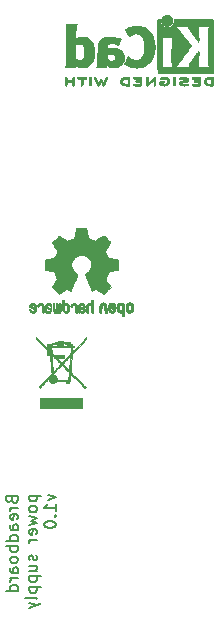
<source format=gbo>
%TF.GenerationSoftware,KiCad,Pcbnew,6.0.6*%
%TF.CreationDate,2022-09-01T23:29:10+01:00*%
%TF.ProjectId,breadbored power supply,62726561-6462-46f7-9265-6420706f7765,rev?*%
%TF.SameCoordinates,Original*%
%TF.FileFunction,Legend,Bot*%
%TF.FilePolarity,Positive*%
%FSLAX46Y46*%
G04 Gerber Fmt 4.6, Leading zero omitted, Abs format (unit mm)*
G04 Created by KiCad (PCBNEW 6.0.6) date 2022-09-01 23:29:10*
%MOMM*%
%LPD*%
G01*
G04 APERTURE LIST*
%ADD10C,0.150000*%
%ADD11C,0.010000*%
G04 APERTURE END LIST*
D10*
X130018571Y-121268928D02*
X130066190Y-121411785D01*
X130113809Y-121459404D01*
X130209047Y-121507023D01*
X130351904Y-121507023D01*
X130447142Y-121459404D01*
X130494761Y-121411785D01*
X130542380Y-121316547D01*
X130542380Y-120935595D01*
X129542380Y-120935595D01*
X129542380Y-121268928D01*
X129590000Y-121364166D01*
X129637619Y-121411785D01*
X129732857Y-121459404D01*
X129828095Y-121459404D01*
X129923333Y-121411785D01*
X129970952Y-121364166D01*
X130018571Y-121268928D01*
X130018571Y-120935595D01*
X130542380Y-121935595D02*
X129875714Y-121935595D01*
X130066190Y-121935595D02*
X129970952Y-121983214D01*
X129923333Y-122030833D01*
X129875714Y-122126071D01*
X129875714Y-122221309D01*
X130494761Y-122935595D02*
X130542380Y-122840357D01*
X130542380Y-122649880D01*
X130494761Y-122554642D01*
X130399523Y-122507023D01*
X130018571Y-122507023D01*
X129923333Y-122554642D01*
X129875714Y-122649880D01*
X129875714Y-122840357D01*
X129923333Y-122935595D01*
X130018571Y-122983214D01*
X130113809Y-122983214D01*
X130209047Y-122507023D01*
X130542380Y-123840357D02*
X130018571Y-123840357D01*
X129923333Y-123792738D01*
X129875714Y-123697500D01*
X129875714Y-123507023D01*
X129923333Y-123411785D01*
X130494761Y-123840357D02*
X130542380Y-123745119D01*
X130542380Y-123507023D01*
X130494761Y-123411785D01*
X130399523Y-123364166D01*
X130304285Y-123364166D01*
X130209047Y-123411785D01*
X130161428Y-123507023D01*
X130161428Y-123745119D01*
X130113809Y-123840357D01*
X130542380Y-124745119D02*
X129542380Y-124745119D01*
X130494761Y-124745119D02*
X130542380Y-124649880D01*
X130542380Y-124459404D01*
X130494761Y-124364166D01*
X130447142Y-124316547D01*
X130351904Y-124268928D01*
X130066190Y-124268928D01*
X129970952Y-124316547D01*
X129923333Y-124364166D01*
X129875714Y-124459404D01*
X129875714Y-124649880D01*
X129923333Y-124745119D01*
X130542380Y-125221309D02*
X129542380Y-125221309D01*
X129923333Y-125221309D02*
X129875714Y-125316547D01*
X129875714Y-125507023D01*
X129923333Y-125602261D01*
X129970952Y-125649880D01*
X130066190Y-125697500D01*
X130351904Y-125697500D01*
X130447142Y-125649880D01*
X130494761Y-125602261D01*
X130542380Y-125507023D01*
X130542380Y-125316547D01*
X130494761Y-125221309D01*
X130542380Y-126268928D02*
X130494761Y-126173690D01*
X130447142Y-126126071D01*
X130351904Y-126078452D01*
X130066190Y-126078452D01*
X129970952Y-126126071D01*
X129923333Y-126173690D01*
X129875714Y-126268928D01*
X129875714Y-126411785D01*
X129923333Y-126507023D01*
X129970952Y-126554642D01*
X130066190Y-126602261D01*
X130351904Y-126602261D01*
X130447142Y-126554642D01*
X130494761Y-126507023D01*
X130542380Y-126411785D01*
X130542380Y-126268928D01*
X130542380Y-127459404D02*
X130018571Y-127459404D01*
X129923333Y-127411785D01*
X129875714Y-127316547D01*
X129875714Y-127126071D01*
X129923333Y-127030833D01*
X130494761Y-127459404D02*
X130542380Y-127364166D01*
X130542380Y-127126071D01*
X130494761Y-127030833D01*
X130399523Y-126983214D01*
X130304285Y-126983214D01*
X130209047Y-127030833D01*
X130161428Y-127126071D01*
X130161428Y-127364166D01*
X130113809Y-127459404D01*
X130542380Y-127935595D02*
X129875714Y-127935595D01*
X130066190Y-127935595D02*
X129970952Y-127983214D01*
X129923333Y-128030833D01*
X129875714Y-128126071D01*
X129875714Y-128221309D01*
X130542380Y-128983214D02*
X129542380Y-128983214D01*
X130494761Y-128983214D02*
X130542380Y-128887976D01*
X130542380Y-128697500D01*
X130494761Y-128602261D01*
X130447142Y-128554642D01*
X130351904Y-128507023D01*
X130066190Y-128507023D01*
X129970952Y-128554642D01*
X129923333Y-128602261D01*
X129875714Y-128697500D01*
X129875714Y-128887976D01*
X129923333Y-128983214D01*
X131485714Y-120935595D02*
X132485714Y-120935595D01*
X131533333Y-120935595D02*
X131485714Y-121030833D01*
X131485714Y-121221309D01*
X131533333Y-121316547D01*
X131580952Y-121364166D01*
X131676190Y-121411785D01*
X131961904Y-121411785D01*
X132057142Y-121364166D01*
X132104761Y-121316547D01*
X132152380Y-121221309D01*
X132152380Y-121030833D01*
X132104761Y-120935595D01*
X132152380Y-121983214D02*
X132104761Y-121887976D01*
X132057142Y-121840357D01*
X131961904Y-121792738D01*
X131676190Y-121792738D01*
X131580952Y-121840357D01*
X131533333Y-121887976D01*
X131485714Y-121983214D01*
X131485714Y-122126071D01*
X131533333Y-122221309D01*
X131580952Y-122268928D01*
X131676190Y-122316547D01*
X131961904Y-122316547D01*
X132057142Y-122268928D01*
X132104761Y-122221309D01*
X132152380Y-122126071D01*
X132152380Y-121983214D01*
X131485714Y-122649880D02*
X132152380Y-122840357D01*
X131676190Y-123030833D01*
X132152380Y-123221309D01*
X131485714Y-123411785D01*
X132104761Y-124173690D02*
X132152380Y-124078452D01*
X132152380Y-123887976D01*
X132104761Y-123792738D01*
X132009523Y-123745119D01*
X131628571Y-123745119D01*
X131533333Y-123792738D01*
X131485714Y-123887976D01*
X131485714Y-124078452D01*
X131533333Y-124173690D01*
X131628571Y-124221309D01*
X131723809Y-124221309D01*
X131819047Y-123745119D01*
X132152380Y-124649880D02*
X131485714Y-124649880D01*
X131676190Y-124649880D02*
X131580952Y-124697500D01*
X131533333Y-124745119D01*
X131485714Y-124840357D01*
X131485714Y-124935595D01*
X132104761Y-125983214D02*
X132152380Y-126078452D01*
X132152380Y-126268928D01*
X132104761Y-126364166D01*
X132009523Y-126411785D01*
X131961904Y-126411785D01*
X131866666Y-126364166D01*
X131819047Y-126268928D01*
X131819047Y-126126071D01*
X131771428Y-126030833D01*
X131676190Y-125983214D01*
X131628571Y-125983214D01*
X131533333Y-126030833D01*
X131485714Y-126126071D01*
X131485714Y-126268928D01*
X131533333Y-126364166D01*
X131485714Y-127268928D02*
X132152380Y-127268928D01*
X131485714Y-126840357D02*
X132009523Y-126840357D01*
X132104761Y-126887976D01*
X132152380Y-126983214D01*
X132152380Y-127126071D01*
X132104761Y-127221309D01*
X132057142Y-127268928D01*
X131485714Y-127745119D02*
X132485714Y-127745119D01*
X131533333Y-127745119D02*
X131485714Y-127840357D01*
X131485714Y-128030833D01*
X131533333Y-128126071D01*
X131580952Y-128173690D01*
X131676190Y-128221309D01*
X131961904Y-128221309D01*
X132057142Y-128173690D01*
X132104761Y-128126071D01*
X132152380Y-128030833D01*
X132152380Y-127840357D01*
X132104761Y-127745119D01*
X131485714Y-128649880D02*
X132485714Y-128649880D01*
X131533333Y-128649880D02*
X131485714Y-128745119D01*
X131485714Y-128935595D01*
X131533333Y-129030833D01*
X131580952Y-129078452D01*
X131676190Y-129126071D01*
X131961904Y-129126071D01*
X132057142Y-129078452D01*
X132104761Y-129030833D01*
X132152380Y-128935595D01*
X132152380Y-128745119D01*
X132104761Y-128649880D01*
X132152380Y-129697500D02*
X132104761Y-129602261D01*
X132009523Y-129554642D01*
X131152380Y-129554642D01*
X131485714Y-129983214D02*
X132152380Y-130221309D01*
X131485714Y-130459404D02*
X132152380Y-130221309D01*
X132390476Y-130126071D01*
X132438095Y-130078452D01*
X132485714Y-129983214D01*
X133095714Y-120840357D02*
X133762380Y-121078452D01*
X133095714Y-121316547D01*
X133762380Y-122221309D02*
X133762380Y-121649880D01*
X133762380Y-121935595D02*
X132762380Y-121935595D01*
X132905238Y-121840357D01*
X133000476Y-121745119D01*
X133048095Y-121649880D01*
X133667142Y-122649880D02*
X133714761Y-122697500D01*
X133762380Y-122649880D01*
X133714761Y-122602261D01*
X133667142Y-122649880D01*
X133762380Y-122649880D01*
X132762380Y-123316547D02*
X132762380Y-123411785D01*
X132810000Y-123507023D01*
X132857619Y-123554642D01*
X132952857Y-123602261D01*
X133143333Y-123649880D01*
X133381428Y-123649880D01*
X133571904Y-123602261D01*
X133667142Y-123554642D01*
X133714761Y-123507023D01*
X133762380Y-123411785D01*
X133762380Y-123316547D01*
X133714761Y-123221309D01*
X133667142Y-123173690D01*
X133571904Y-123126071D01*
X133381428Y-123078452D01*
X133143333Y-123078452D01*
X132952857Y-123126071D01*
X132857619Y-123173690D01*
X132810000Y-123221309D01*
X132762380Y-123316547D01*
%TO.C,REF\u002A\u002A*%
G36*
X136985268Y-83520158D02*
G01*
X136976689Y-83671594D01*
X136957833Y-83808283D01*
X136927837Y-83934276D01*
X136885836Y-84053625D01*
X136830969Y-84170381D01*
X136764167Y-84281179D01*
X136673363Y-84394739D01*
X136569708Y-84490211D01*
X136453887Y-84567073D01*
X136326586Y-84624797D01*
X136188489Y-84662858D01*
X136150793Y-84668666D01*
X136071752Y-84674396D01*
X135983629Y-84674583D01*
X135894236Y-84669539D01*
X135811384Y-84659578D01*
X135742887Y-84645012D01*
X135712035Y-84635364D01*
X135634730Y-84605123D01*
X135557679Y-84567617D01*
X135488200Y-84526614D01*
X135433615Y-84485879D01*
X135410916Y-84466505D01*
X135388201Y-84448662D01*
X135376779Y-84441778D01*
X135375537Y-84443424D01*
X135372728Y-84461205D01*
X135370776Y-84494370D01*
X135370045Y-84537733D01*
X135370045Y-84633689D01*
X134511896Y-84633689D01*
X134546161Y-84572974D01*
X134551355Y-84563868D01*
X134559715Y-84549249D01*
X134567288Y-84535173D01*
X134574112Y-84520540D01*
X134580227Y-84504249D01*
X134585673Y-84485198D01*
X134590487Y-84462286D01*
X134594708Y-84434413D01*
X134598377Y-84400478D01*
X134601531Y-84359379D01*
X134604211Y-84310015D01*
X134606454Y-84251286D01*
X134608299Y-84182090D01*
X134609787Y-84101326D01*
X134610955Y-84007894D01*
X134611678Y-83920721D01*
X135415200Y-83920721D01*
X135485756Y-83967089D01*
X135526417Y-83990791D01*
X135580546Y-84016639D01*
X135629689Y-84034829D01*
X135693165Y-84050551D01*
X135789331Y-84061541D01*
X135873900Y-84053365D01*
X135947219Y-84025805D01*
X136009637Y-83978642D01*
X136061502Y-83911658D01*
X136103160Y-83824633D01*
X136134962Y-83717350D01*
X136137545Y-83705009D01*
X136146000Y-83643772D01*
X136151663Y-83566692D01*
X136154576Y-83479002D01*
X136154783Y-83385934D01*
X136152330Y-83292720D01*
X136147261Y-83204594D01*
X136139619Y-83126788D01*
X136129448Y-83064533D01*
X136128167Y-83058666D01*
X136099126Y-82948121D01*
X136064610Y-82857575D01*
X136023456Y-82784953D01*
X135974499Y-82728181D01*
X135916574Y-82685184D01*
X135884620Y-82669615D01*
X135811784Y-82650722D01*
X135730443Y-82647465D01*
X135645319Y-82659389D01*
X135561133Y-82686040D01*
X135482608Y-82726962D01*
X135415200Y-82770530D01*
X135415200Y-83920721D01*
X134611678Y-83920721D01*
X134611844Y-83900692D01*
X134612491Y-83778620D01*
X134612936Y-83640576D01*
X134613218Y-83485459D01*
X134613375Y-83312168D01*
X134613448Y-83119603D01*
X134613474Y-82906662D01*
X134613493Y-82672245D01*
X134613689Y-80987378D01*
X135519017Y-80987378D01*
X135494585Y-81024067D01*
X135488318Y-81033647D01*
X135462208Y-81079981D01*
X135444469Y-81127102D01*
X135432908Y-81182251D01*
X135425331Y-81252667D01*
X135424839Y-81259650D01*
X135423062Y-81297641D01*
X135421444Y-81351576D01*
X135419999Y-81418703D01*
X135418740Y-81496271D01*
X135417680Y-81581528D01*
X135416829Y-81671724D01*
X135416203Y-81764107D01*
X135415812Y-81855925D01*
X135415670Y-81944427D01*
X135415790Y-82026862D01*
X135416183Y-82100479D01*
X135416862Y-82162526D01*
X135417841Y-82210251D01*
X135419132Y-82240904D01*
X135420747Y-82251733D01*
X135428957Y-82247333D01*
X135450647Y-82232362D01*
X135480014Y-82210448D01*
X135528879Y-82176236D01*
X135617125Y-82129714D01*
X135715916Y-82096046D01*
X135828510Y-82074231D01*
X135958164Y-82063265D01*
X136050670Y-82062219D01*
X136172011Y-82072014D01*
X136282099Y-82096174D01*
X136385389Y-82135785D01*
X136486338Y-82191932D01*
X136531503Y-82222883D01*
X136636911Y-82314115D01*
X136728538Y-82423106D01*
X136806332Y-82549726D01*
X136870241Y-82693845D01*
X136920214Y-82855332D01*
X136956198Y-83034059D01*
X136978143Y-83229895D01*
X136983900Y-83385934D01*
X136985994Y-83442711D01*
X136985268Y-83520158D01*
G37*
D11*
X136985268Y-83520158D02*
X136976689Y-83671594D01*
X136957833Y-83808283D01*
X136927837Y-83934276D01*
X136885836Y-84053625D01*
X136830969Y-84170381D01*
X136764167Y-84281179D01*
X136673363Y-84394739D01*
X136569708Y-84490211D01*
X136453887Y-84567073D01*
X136326586Y-84624797D01*
X136188489Y-84662858D01*
X136150793Y-84668666D01*
X136071752Y-84674396D01*
X135983629Y-84674583D01*
X135894236Y-84669539D01*
X135811384Y-84659578D01*
X135742887Y-84645012D01*
X135712035Y-84635364D01*
X135634730Y-84605123D01*
X135557679Y-84567617D01*
X135488200Y-84526614D01*
X135433615Y-84485879D01*
X135410916Y-84466505D01*
X135388201Y-84448662D01*
X135376779Y-84441778D01*
X135375537Y-84443424D01*
X135372728Y-84461205D01*
X135370776Y-84494370D01*
X135370045Y-84537733D01*
X135370045Y-84633689D01*
X134511896Y-84633689D01*
X134546161Y-84572974D01*
X134551355Y-84563868D01*
X134559715Y-84549249D01*
X134567288Y-84535173D01*
X134574112Y-84520540D01*
X134580227Y-84504249D01*
X134585673Y-84485198D01*
X134590487Y-84462286D01*
X134594708Y-84434413D01*
X134598377Y-84400478D01*
X134601531Y-84359379D01*
X134604211Y-84310015D01*
X134606454Y-84251286D01*
X134608299Y-84182090D01*
X134609787Y-84101326D01*
X134610955Y-84007894D01*
X134611678Y-83920721D01*
X135415200Y-83920721D01*
X135485756Y-83967089D01*
X135526417Y-83990791D01*
X135580546Y-84016639D01*
X135629689Y-84034829D01*
X135693165Y-84050551D01*
X135789331Y-84061541D01*
X135873900Y-84053365D01*
X135947219Y-84025805D01*
X136009637Y-83978642D01*
X136061502Y-83911658D01*
X136103160Y-83824633D01*
X136134962Y-83717350D01*
X136137545Y-83705009D01*
X136146000Y-83643772D01*
X136151663Y-83566692D01*
X136154576Y-83479002D01*
X136154783Y-83385934D01*
X136152330Y-83292720D01*
X136147261Y-83204594D01*
X136139619Y-83126788D01*
X136129448Y-83064533D01*
X136128167Y-83058666D01*
X136099126Y-82948121D01*
X136064610Y-82857575D01*
X136023456Y-82784953D01*
X135974499Y-82728181D01*
X135916574Y-82685184D01*
X135884620Y-82669615D01*
X135811784Y-82650722D01*
X135730443Y-82647465D01*
X135645319Y-82659389D01*
X135561133Y-82686040D01*
X135482608Y-82726962D01*
X135415200Y-82770530D01*
X135415200Y-83920721D01*
X134611678Y-83920721D01*
X134611844Y-83900692D01*
X134612491Y-83778620D01*
X134612936Y-83640576D01*
X134613218Y-83485459D01*
X134613375Y-83312168D01*
X134613448Y-83119603D01*
X134613474Y-82906662D01*
X134613493Y-82672245D01*
X134613689Y-80987378D01*
X135519017Y-80987378D01*
X135494585Y-81024067D01*
X135488318Y-81033647D01*
X135462208Y-81079981D01*
X135444469Y-81127102D01*
X135432908Y-81182251D01*
X135425331Y-81252667D01*
X135424839Y-81259650D01*
X135423062Y-81297641D01*
X135421444Y-81351576D01*
X135419999Y-81418703D01*
X135418740Y-81496271D01*
X135417680Y-81581528D01*
X135416829Y-81671724D01*
X135416203Y-81764107D01*
X135415812Y-81855925D01*
X135415670Y-81944427D01*
X135415790Y-82026862D01*
X135416183Y-82100479D01*
X135416862Y-82162526D01*
X135417841Y-82210251D01*
X135419132Y-82240904D01*
X135420747Y-82251733D01*
X135428957Y-82247333D01*
X135450647Y-82232362D01*
X135480014Y-82210448D01*
X135528879Y-82176236D01*
X135617125Y-82129714D01*
X135715916Y-82096046D01*
X135828510Y-82074231D01*
X135958164Y-82063265D01*
X136050670Y-82062219D01*
X136172011Y-82072014D01*
X136282099Y-82096174D01*
X136385389Y-82135785D01*
X136486338Y-82191932D01*
X136531503Y-82222883D01*
X136636911Y-82314115D01*
X136728538Y-82423106D01*
X136806332Y-82549726D01*
X136870241Y-82693845D01*
X136920214Y-82855332D01*
X136956198Y-83034059D01*
X136978143Y-83229895D01*
X136983900Y-83385934D01*
X136985994Y-83442711D01*
X136985268Y-83520158D01*
G36*
X135955767Y-85469068D02*
G01*
X136049890Y-85469158D01*
X136124405Y-85469498D01*
X136181811Y-85470239D01*
X136224611Y-85471535D01*
X136255304Y-85473537D01*
X136276391Y-85476396D01*
X136290373Y-85480266D01*
X136299750Y-85485298D01*
X136307022Y-85491645D01*
X136325828Y-85524362D01*
X136327275Y-85561939D01*
X136310917Y-85595178D01*
X136309557Y-85596631D01*
X136298354Y-85604992D01*
X136281252Y-85610547D01*
X136254082Y-85613840D01*
X136212678Y-85615418D01*
X136152873Y-85615822D01*
X136013511Y-85615822D01*
X136013511Y-85879589D01*
X136013436Y-85955417D01*
X136013028Y-86022083D01*
X136012046Y-86071867D01*
X136010250Y-86107784D01*
X136007399Y-86132850D01*
X136003253Y-86150081D01*
X135997571Y-86162492D01*
X135990114Y-86173100D01*
X135987824Y-86175906D01*
X135956646Y-86198548D01*
X135922266Y-86200112D01*
X135889334Y-86180267D01*
X135882355Y-86172191D01*
X135876883Y-86161593D01*
X135872863Y-86145749D01*
X135870072Y-86121773D01*
X135868288Y-86086774D01*
X135867289Y-86037864D01*
X135866852Y-85972154D01*
X135866756Y-85886756D01*
X135866756Y-85615822D01*
X135720820Y-85615822D01*
X135709720Y-85615821D01*
X135653202Y-85615596D01*
X135614358Y-85614457D01*
X135588965Y-85611657D01*
X135572804Y-85606450D01*
X135561652Y-85598089D01*
X135551289Y-85585826D01*
X135535441Y-85555138D01*
X135538543Y-85521358D01*
X135564187Y-85488822D01*
X135569129Y-85485105D01*
X135579338Y-85480269D01*
X135594764Y-85476506D01*
X135617886Y-85473683D01*
X135651183Y-85471670D01*
X135697137Y-85470333D01*
X135758228Y-85469542D01*
X135836935Y-85469163D01*
X135935740Y-85469067D01*
X135955767Y-85469068D01*
G37*
X135955767Y-85469068D02*
X136049890Y-85469158D01*
X136124405Y-85469498D01*
X136181811Y-85470239D01*
X136224611Y-85471535D01*
X136255304Y-85473537D01*
X136276391Y-85476396D01*
X136290373Y-85480266D01*
X136299750Y-85485298D01*
X136307022Y-85491645D01*
X136325828Y-85524362D01*
X136327275Y-85561939D01*
X136310917Y-85595178D01*
X136309557Y-85596631D01*
X136298354Y-85604992D01*
X136281252Y-85610547D01*
X136254082Y-85613840D01*
X136212678Y-85615418D01*
X136152873Y-85615822D01*
X136013511Y-85615822D01*
X136013511Y-85879589D01*
X136013436Y-85955417D01*
X136013028Y-86022083D01*
X136012046Y-86071867D01*
X136010250Y-86107784D01*
X136007399Y-86132850D01*
X136003253Y-86150081D01*
X135997571Y-86162492D01*
X135990114Y-86173100D01*
X135987824Y-86175906D01*
X135956646Y-86198548D01*
X135922266Y-86200112D01*
X135889334Y-86180267D01*
X135882355Y-86172191D01*
X135876883Y-86161593D01*
X135872863Y-86145749D01*
X135870072Y-86121773D01*
X135868288Y-86086774D01*
X135867289Y-86037864D01*
X135866852Y-85972154D01*
X135866756Y-85886756D01*
X135866756Y-85615822D01*
X135720820Y-85615822D01*
X135709720Y-85615821D01*
X135653202Y-85615596D01*
X135614358Y-85614457D01*
X135588965Y-85611657D01*
X135572804Y-85606450D01*
X135561652Y-85598089D01*
X135551289Y-85585826D01*
X135535441Y-85555138D01*
X135538543Y-85521358D01*
X135564187Y-85488822D01*
X135569129Y-85485105D01*
X135579338Y-85480269D01*
X135594764Y-85476506D01*
X135617886Y-85473683D01*
X135651183Y-85471670D01*
X135697137Y-85470333D01*
X135758228Y-85469542D01*
X135836935Y-85469163D01*
X135935740Y-85469067D01*
X135955767Y-85469068D01*
G36*
X147076870Y-85735041D02*
G01*
X147076622Y-85835956D01*
X147076583Y-85911617D01*
X147076328Y-85989526D01*
X147075684Y-86049536D01*
X147074480Y-86094264D01*
X147072543Y-86126326D01*
X147069703Y-86148340D01*
X147065788Y-86162924D01*
X147060626Y-86172694D01*
X147054045Y-86180267D01*
X147047077Y-86186501D01*
X147034079Y-86193801D01*
X147014931Y-86198554D01*
X146985528Y-86201292D01*
X146941762Y-86202545D01*
X146879528Y-86202845D01*
X146830582Y-86202469D01*
X146723722Y-86198041D01*
X146634494Y-86187953D01*
X146559696Y-86171365D01*
X146496125Y-86147435D01*
X146440579Y-86115321D01*
X146389854Y-86074182D01*
X146383866Y-86068330D01*
X146346999Y-86019821D01*
X146315899Y-85959013D01*
X146294417Y-85894769D01*
X146289136Y-85856026D01*
X146436353Y-85856026D01*
X146454635Y-85906961D01*
X146484305Y-85952878D01*
X146531002Y-85995287D01*
X146592392Y-86025090D01*
X146671538Y-86044226D01*
X146673028Y-86044464D01*
X146721999Y-86050256D01*
X146780693Y-86054396D01*
X146836734Y-86056004D01*
X146929867Y-86056089D01*
X146929867Y-85615822D01*
X146853667Y-85615808D01*
X146850639Y-85615817D01*
X146799519Y-85617782D01*
X146739416Y-85622507D01*
X146682708Y-85629035D01*
X146632750Y-85638331D01*
X146557998Y-85664600D01*
X146500489Y-85703899D01*
X146458988Y-85756933D01*
X146437771Y-85808200D01*
X146436353Y-85856026D01*
X146289136Y-85856026D01*
X146286400Y-85835956D01*
X146287679Y-85814739D01*
X146299991Y-85757323D01*
X146322520Y-85697413D01*
X146351750Y-85643363D01*
X146384167Y-85603532D01*
X146403708Y-85586510D01*
X146458420Y-85547322D01*
X146518723Y-85517193D01*
X146587919Y-85495232D01*
X146669311Y-85480550D01*
X146766200Y-85472259D01*
X146881889Y-85469467D01*
X146921371Y-85469066D01*
X146967082Y-85468653D01*
X147002883Y-85470457D01*
X147029974Y-85476739D01*
X147049556Y-85489759D01*
X147062830Y-85511778D01*
X147070998Y-85545055D01*
X147075260Y-85591851D01*
X147075857Y-85615822D01*
X147076817Y-85654427D01*
X147076870Y-85735041D01*
G37*
X147076870Y-85735041D02*
X147076622Y-85835956D01*
X147076583Y-85911617D01*
X147076328Y-85989526D01*
X147075684Y-86049536D01*
X147074480Y-86094264D01*
X147072543Y-86126326D01*
X147069703Y-86148340D01*
X147065788Y-86162924D01*
X147060626Y-86172694D01*
X147054045Y-86180267D01*
X147047077Y-86186501D01*
X147034079Y-86193801D01*
X147014931Y-86198554D01*
X146985528Y-86201292D01*
X146941762Y-86202545D01*
X146879528Y-86202845D01*
X146830582Y-86202469D01*
X146723722Y-86198041D01*
X146634494Y-86187953D01*
X146559696Y-86171365D01*
X146496125Y-86147435D01*
X146440579Y-86115321D01*
X146389854Y-86074182D01*
X146383866Y-86068330D01*
X146346999Y-86019821D01*
X146315899Y-85959013D01*
X146294417Y-85894769D01*
X146289136Y-85856026D01*
X146436353Y-85856026D01*
X146454635Y-85906961D01*
X146484305Y-85952878D01*
X146531002Y-85995287D01*
X146592392Y-86025090D01*
X146671538Y-86044226D01*
X146673028Y-86044464D01*
X146721999Y-86050256D01*
X146780693Y-86054396D01*
X146836734Y-86056004D01*
X146929867Y-86056089D01*
X146929867Y-85615822D01*
X146853667Y-85615808D01*
X146850639Y-85615817D01*
X146799519Y-85617782D01*
X146739416Y-85622507D01*
X146682708Y-85629035D01*
X146632750Y-85638331D01*
X146557998Y-85664600D01*
X146500489Y-85703899D01*
X146458988Y-85756933D01*
X146437771Y-85808200D01*
X146436353Y-85856026D01*
X146289136Y-85856026D01*
X146286400Y-85835956D01*
X146287679Y-85814739D01*
X146299991Y-85757323D01*
X146322520Y-85697413D01*
X146351750Y-85643363D01*
X146384167Y-85603532D01*
X146403708Y-85586510D01*
X146458420Y-85547322D01*
X146518723Y-85517193D01*
X146587919Y-85495232D01*
X146669311Y-85480550D01*
X146766200Y-85472259D01*
X146881889Y-85469467D01*
X146921371Y-85469066D01*
X146967082Y-85468653D01*
X147002883Y-85470457D01*
X147029974Y-85476739D01*
X147049556Y-85489759D01*
X147062830Y-85511778D01*
X147070998Y-85545055D01*
X147075260Y-85591851D01*
X147075857Y-85615822D01*
X147076817Y-85654427D01*
X147076870Y-85735041D01*
G36*
X137089702Y-85478478D02*
G01*
X137107663Y-85496989D01*
X137128263Y-85528071D01*
X137153095Y-85573756D01*
X137183750Y-85636078D01*
X137221820Y-85717071D01*
X137236454Y-85748454D01*
X137266203Y-85811638D01*
X137292297Y-85866244D01*
X137313292Y-85909290D01*
X137327739Y-85937793D01*
X137334191Y-85948770D01*
X137335550Y-85948189D01*
X137345542Y-85934242D01*
X137362833Y-85904704D01*
X137385430Y-85863087D01*
X137411338Y-85812903D01*
X137427311Y-85781414D01*
X137456261Y-85726061D01*
X137478749Y-85687044D01*
X137496965Y-85661566D01*
X137513096Y-85646831D01*
X137529330Y-85640042D01*
X137547857Y-85638400D01*
X137558360Y-85638875D01*
X137574476Y-85643082D01*
X137589790Y-85653946D01*
X137606388Y-85674219D01*
X137626357Y-85706654D01*
X137651783Y-85754004D01*
X137684752Y-85819022D01*
X137694485Y-85838277D01*
X137718943Y-85884946D01*
X137739178Y-85921109D01*
X137753311Y-85943497D01*
X137759460Y-85948845D01*
X137760827Y-85945573D01*
X137770202Y-85924664D01*
X137787062Y-85887725D01*
X137809979Y-85837874D01*
X137837520Y-85778226D01*
X137868255Y-85711898D01*
X137894970Y-85654677D01*
X137924593Y-85592688D01*
X137947664Y-85546949D01*
X137965643Y-85514908D01*
X137979990Y-85494014D01*
X137992166Y-85481718D01*
X138003632Y-85475466D01*
X138013042Y-85472574D01*
X138038147Y-85472425D01*
X138065290Y-85487768D01*
X138066590Y-85488753D01*
X138088674Y-85511388D01*
X138099723Y-85533613D01*
X138099769Y-85534253D01*
X138095228Y-85551915D01*
X138082364Y-85586481D01*
X138062605Y-85634826D01*
X138037381Y-85693825D01*
X138008119Y-85760355D01*
X137976250Y-85831291D01*
X137943201Y-85903507D01*
X137910401Y-85973880D01*
X137879280Y-86039285D01*
X137851265Y-86096597D01*
X137827786Y-86142692D01*
X137810272Y-86174446D01*
X137800151Y-86188733D01*
X137765743Y-86202102D01*
X137724046Y-86195741D01*
X137718681Y-86191044D01*
X137702852Y-86168893D01*
X137680650Y-86132132D01*
X137654233Y-86084415D01*
X137625760Y-86029393D01*
X137545986Y-85870150D01*
X137472799Y-86016742D01*
X137463103Y-86036032D01*
X137436125Y-86088380D01*
X137412096Y-86133170D01*
X137393332Y-86166154D01*
X137382146Y-86183089D01*
X137381000Y-86184332D01*
X137352879Y-86199619D01*
X137317817Y-86201302D01*
X137286776Y-86188733D01*
X137284350Y-86185884D01*
X137272090Y-86165259D01*
X137252352Y-86127708D01*
X137226448Y-86075880D01*
X137195685Y-86012423D01*
X137161375Y-85939985D01*
X137124825Y-85861216D01*
X137104585Y-85817093D01*
X137067812Y-85736365D01*
X137039355Y-85672687D01*
X137018331Y-85623752D01*
X137003854Y-85587257D01*
X136995039Y-85560895D01*
X136991004Y-85542361D01*
X136990862Y-85529352D01*
X136993730Y-85519561D01*
X137008387Y-85498678D01*
X137034990Y-85478377D01*
X137035745Y-85478035D01*
X137055335Y-85471034D01*
X137072790Y-85470504D01*
X137089702Y-85478478D01*
G37*
X137089702Y-85478478D02*
X137107663Y-85496989D01*
X137128263Y-85528071D01*
X137153095Y-85573756D01*
X137183750Y-85636078D01*
X137221820Y-85717071D01*
X137236454Y-85748454D01*
X137266203Y-85811638D01*
X137292297Y-85866244D01*
X137313292Y-85909290D01*
X137327739Y-85937793D01*
X137334191Y-85948770D01*
X137335550Y-85948189D01*
X137345542Y-85934242D01*
X137362833Y-85904704D01*
X137385430Y-85863087D01*
X137411338Y-85812903D01*
X137427311Y-85781414D01*
X137456261Y-85726061D01*
X137478749Y-85687044D01*
X137496965Y-85661566D01*
X137513096Y-85646831D01*
X137529330Y-85640042D01*
X137547857Y-85638400D01*
X137558360Y-85638875D01*
X137574476Y-85643082D01*
X137589790Y-85653946D01*
X137606388Y-85674219D01*
X137626357Y-85706654D01*
X137651783Y-85754004D01*
X137684752Y-85819022D01*
X137694485Y-85838277D01*
X137718943Y-85884946D01*
X137739178Y-85921109D01*
X137753311Y-85943497D01*
X137759460Y-85948845D01*
X137760827Y-85945573D01*
X137770202Y-85924664D01*
X137787062Y-85887725D01*
X137809979Y-85837874D01*
X137837520Y-85778226D01*
X137868255Y-85711898D01*
X137894970Y-85654677D01*
X137924593Y-85592688D01*
X137947664Y-85546949D01*
X137965643Y-85514908D01*
X137979990Y-85494014D01*
X137992166Y-85481718D01*
X138003632Y-85475466D01*
X138013042Y-85472574D01*
X138038147Y-85472425D01*
X138065290Y-85487768D01*
X138066590Y-85488753D01*
X138088674Y-85511388D01*
X138099723Y-85533613D01*
X138099769Y-85534253D01*
X138095228Y-85551915D01*
X138082364Y-85586481D01*
X138062605Y-85634826D01*
X138037381Y-85693825D01*
X138008119Y-85760355D01*
X137976250Y-85831291D01*
X137943201Y-85903507D01*
X137910401Y-85973880D01*
X137879280Y-86039285D01*
X137851265Y-86096597D01*
X137827786Y-86142692D01*
X137810272Y-86174446D01*
X137800151Y-86188733D01*
X137765743Y-86202102D01*
X137724046Y-86195741D01*
X137718681Y-86191044D01*
X137702852Y-86168893D01*
X137680650Y-86132132D01*
X137654233Y-86084415D01*
X137625760Y-86029393D01*
X137545986Y-85870150D01*
X137472799Y-86016742D01*
X137463103Y-86036032D01*
X137436125Y-86088380D01*
X137412096Y-86133170D01*
X137393332Y-86166154D01*
X137382146Y-86183089D01*
X137381000Y-86184332D01*
X137352879Y-86199619D01*
X137317817Y-86201302D01*
X137286776Y-86188733D01*
X137284350Y-86185884D01*
X137272090Y-86165259D01*
X137252352Y-86127708D01*
X137226448Y-86075880D01*
X137195685Y-86012423D01*
X137161375Y-85939985D01*
X137124825Y-85861216D01*
X137104585Y-85817093D01*
X137067812Y-85736365D01*
X137039355Y-85672687D01*
X137018331Y-85623752D01*
X137003854Y-85587257D01*
X136995039Y-85560895D01*
X136991004Y-85542361D01*
X136990862Y-85529352D01*
X136993730Y-85519561D01*
X137008387Y-85498678D01*
X137034990Y-85478377D01*
X137035745Y-85478035D01*
X137055335Y-85471034D01*
X137072790Y-85470504D01*
X137089702Y-85478478D01*
G36*
X147076059Y-81443011D02*
G01*
X147076362Y-81590216D01*
X147076548Y-81754349D01*
X147076642Y-81936352D01*
X147076671Y-82137165D01*
X147076661Y-82357732D01*
X147076636Y-82598992D01*
X147076622Y-82861889D01*
X147076622Y-82904040D01*
X147076646Y-83164668D01*
X147076685Y-83403796D01*
X147076708Y-83622360D01*
X147076687Y-83821295D01*
X147076593Y-84001535D01*
X147076395Y-84164015D01*
X147076063Y-84309670D01*
X147075569Y-84439434D01*
X147074883Y-84554243D01*
X147073976Y-84655030D01*
X147072817Y-84742730D01*
X147071378Y-84818279D01*
X147069629Y-84882611D01*
X147067540Y-84936661D01*
X147065083Y-84981363D01*
X147062227Y-85017652D01*
X147058943Y-85046463D01*
X147055202Y-85068731D01*
X147050974Y-85085390D01*
X147046229Y-85097375D01*
X147040939Y-85105621D01*
X147035073Y-85111062D01*
X147028602Y-85114634D01*
X147021497Y-85117270D01*
X147013728Y-85119906D01*
X147005266Y-85123477D01*
X147000908Y-85125145D01*
X146992395Y-85127111D01*
X146979694Y-85128911D01*
X146961885Y-85130555D01*
X146938049Y-85132047D01*
X146907266Y-85133397D01*
X146868617Y-85134611D01*
X146821182Y-85135697D01*
X146764043Y-85136661D01*
X146696279Y-85137511D01*
X146616971Y-85138253D01*
X146525199Y-85138897D01*
X146420044Y-85139447D01*
X146300587Y-85139913D01*
X146165908Y-85140300D01*
X146015088Y-85140616D01*
X145847206Y-85140869D01*
X145661345Y-85141066D01*
X145456583Y-85141213D01*
X145232002Y-85141318D01*
X144986682Y-85141389D01*
X144719704Y-85141432D01*
X144681321Y-85141437D01*
X144415922Y-85141480D01*
X144172050Y-85141525D01*
X143948783Y-85141548D01*
X143745196Y-85141524D01*
X143560367Y-85141430D01*
X143393373Y-85141243D01*
X143243290Y-85140939D01*
X143109196Y-85140494D01*
X142990166Y-85139885D01*
X142885279Y-85139089D01*
X142793610Y-85138080D01*
X142714237Y-85136837D01*
X142646237Y-85135335D01*
X142588686Y-85133551D01*
X142540662Y-85131461D01*
X142501240Y-85129042D01*
X142469499Y-85126270D01*
X142444514Y-85123121D01*
X142425364Y-85119572D01*
X142411123Y-85115598D01*
X142400871Y-85111178D01*
X142393682Y-85106286D01*
X142388635Y-85100900D01*
X142384805Y-85094996D01*
X142381271Y-85088549D01*
X142377108Y-85081537D01*
X142376025Y-85079687D01*
X142373813Y-85074180D01*
X142371786Y-85065868D01*
X142369938Y-85053809D01*
X142368261Y-85037063D01*
X142366745Y-85014687D01*
X142365383Y-84985740D01*
X142364167Y-84949280D01*
X142363089Y-84904367D01*
X142362140Y-84850057D01*
X142361312Y-84785410D01*
X142360597Y-84709484D01*
X142359987Y-84621338D01*
X142359942Y-84612493D01*
X142651378Y-84612493D01*
X142655260Y-84613765D01*
X142678520Y-84615791D01*
X142720874Y-84617626D01*
X142780132Y-84619227D01*
X142854107Y-84620549D01*
X142940610Y-84621548D01*
X143037452Y-84622180D01*
X143142445Y-84622400D01*
X143840651Y-84622400D01*
X144995090Y-84622400D01*
X144994456Y-84546200D01*
X144995574Y-84504160D01*
X145001304Y-84468334D01*
X145013890Y-84430772D01*
X145035568Y-84382577D01*
X145038789Y-84375897D01*
X145064188Y-84326359D01*
X145090996Y-84278369D01*
X145113917Y-84241466D01*
X145118485Y-84234834D01*
X145140516Y-84203593D01*
X145172693Y-84158654D01*
X145213457Y-84102147D01*
X145261245Y-84036204D01*
X145314498Y-83962957D01*
X145371655Y-83884536D01*
X145431155Y-83803072D01*
X145491437Y-83720698D01*
X145550940Y-83639544D01*
X145608105Y-83561742D01*
X145661370Y-83489423D01*
X145709174Y-83424718D01*
X145749957Y-83369759D01*
X145782158Y-83326676D01*
X145804216Y-83297602D01*
X145814571Y-83284667D01*
X145819044Y-83280351D01*
X145823236Y-83278312D01*
X145826643Y-83280926D01*
X145829325Y-83289986D01*
X145831341Y-83307285D01*
X145832748Y-83334614D01*
X145833605Y-83373765D01*
X145833970Y-83426533D01*
X145833903Y-83494707D01*
X145833460Y-83580082D01*
X145832702Y-83684449D01*
X145831685Y-83809600D01*
X145831308Y-83854300D01*
X145830169Y-83975395D01*
X145828972Y-84076688D01*
X145827636Y-84160262D01*
X145826077Y-84228204D01*
X145824215Y-84282599D01*
X145821966Y-84325532D01*
X145819248Y-84359089D01*
X145815979Y-84385355D01*
X145812078Y-84406416D01*
X145807461Y-84424357D01*
X145799192Y-84450770D01*
X145775583Y-84512772D01*
X145749685Y-84565573D01*
X145724535Y-84602645D01*
X145723339Y-84604075D01*
X145721168Y-84608424D01*
X145723328Y-84612026D01*
X145731644Y-84614951D01*
X145747940Y-84617269D01*
X145774041Y-84619051D01*
X145811771Y-84620367D01*
X145862956Y-84621286D01*
X145929420Y-84621878D01*
X146012987Y-84622215D01*
X146115483Y-84622365D01*
X146238732Y-84622400D01*
X146770296Y-84622400D01*
X146731523Y-84564783D01*
X146725432Y-84555893D01*
X146714976Y-84541069D01*
X146705579Y-84527422D01*
X146697183Y-84513765D01*
X146689733Y-84498911D01*
X146683173Y-84481670D01*
X146677446Y-84460855D01*
X146672495Y-84435280D01*
X146668266Y-84403755D01*
X146664701Y-84365093D01*
X146661744Y-84318107D01*
X146659340Y-84261608D01*
X146657431Y-84194409D01*
X146655962Y-84115322D01*
X146654876Y-84023160D01*
X146654118Y-83916734D01*
X146653630Y-83794857D01*
X146653358Y-83656341D01*
X146653243Y-83499999D01*
X146653231Y-83324642D01*
X146653265Y-83129082D01*
X146653289Y-82912133D01*
X146653280Y-82789513D01*
X146653243Y-82584447D01*
X146653227Y-82400116D01*
X146653288Y-82235334D01*
X146653484Y-82088916D01*
X146653870Y-81959674D01*
X146654505Y-81846422D01*
X146655444Y-81747975D01*
X146656745Y-81663144D01*
X146658464Y-81590744D01*
X146660659Y-81529589D01*
X146663385Y-81478492D01*
X146666701Y-81436267D01*
X146670662Y-81401727D01*
X146675325Y-81373686D01*
X146680747Y-81350958D01*
X146686986Y-81332356D01*
X146694097Y-81316693D01*
X146702138Y-81302784D01*
X146711166Y-81289441D01*
X146721236Y-81275479D01*
X146732407Y-81259711D01*
X146772197Y-81201867D01*
X145712314Y-81201867D01*
X145750311Y-81264966D01*
X145764993Y-81290005D01*
X145779531Y-81317586D01*
X145791627Y-81345700D01*
X145801532Y-81376551D01*
X145809494Y-81412344D01*
X145815761Y-81455283D01*
X145820582Y-81507574D01*
X145824206Y-81571419D01*
X145826881Y-81649025D01*
X145828857Y-81742594D01*
X145830382Y-81854333D01*
X145831704Y-81986445D01*
X145832613Y-82106434D01*
X145833020Y-82223063D01*
X145832767Y-82318531D01*
X145831857Y-82392556D01*
X145830293Y-82444855D01*
X145828079Y-82475149D01*
X145825220Y-82483156D01*
X145822161Y-82479858D01*
X145804006Y-82458408D01*
X145774275Y-82421889D01*
X145734639Y-82372442D01*
X145686771Y-82312207D01*
X145632343Y-82243327D01*
X145573027Y-82167943D01*
X145510495Y-82088196D01*
X145446421Y-82006228D01*
X145382475Y-81924180D01*
X145320331Y-81844194D01*
X145261661Y-81768411D01*
X145208137Y-81698973D01*
X145161430Y-81638021D01*
X145123214Y-81587696D01*
X145095161Y-81550140D01*
X145078943Y-81527495D01*
X145033635Y-81455212D01*
X144993661Y-81375463D01*
X144972130Y-81307188D01*
X144968827Y-81249844D01*
X144974116Y-81201867D01*
X143842356Y-81202117D01*
X143881867Y-81232722D01*
X143891248Y-81240089D01*
X143954183Y-81294438D01*
X144022997Y-81362259D01*
X144099596Y-81445516D01*
X144185888Y-81546178D01*
X144203052Y-81566847D01*
X144243833Y-81616409D01*
X144293588Y-81677326D01*
X144350955Y-81747898D01*
X144414569Y-81826424D01*
X144483069Y-81911204D01*
X144555090Y-82000537D01*
X144629270Y-82092722D01*
X144644517Y-82111702D01*
X144704246Y-82186060D01*
X144778653Y-82278848D01*
X144851131Y-82369388D01*
X144920314Y-82455978D01*
X144984841Y-82536918D01*
X145043347Y-82610506D01*
X145094470Y-82675044D01*
X145136847Y-82728829D01*
X145169115Y-82770162D01*
X145189910Y-82797342D01*
X145197869Y-82808668D01*
X145196111Y-82812771D01*
X145183230Y-82833334D01*
X145158885Y-82869561D01*
X145124247Y-82919824D01*
X145080486Y-82982492D01*
X145028775Y-83055936D01*
X144970284Y-83138527D01*
X144906184Y-83228636D01*
X144837646Y-83324631D01*
X144765843Y-83424885D01*
X144691944Y-83527768D01*
X144617121Y-83631650D01*
X144542545Y-83734901D01*
X144469387Y-83835892D01*
X144398819Y-83932994D01*
X144332011Y-84024577D01*
X144270135Y-84109011D01*
X144214361Y-84184667D01*
X144165862Y-84249916D01*
X144125807Y-84303128D01*
X144095369Y-84342673D01*
X144074944Y-84368026D01*
X144028899Y-84422295D01*
X143978612Y-84478775D01*
X143931815Y-84528669D01*
X143840651Y-84622400D01*
X143142445Y-84622400D01*
X143211356Y-84622349D01*
X143309607Y-84622091D01*
X143399030Y-84621637D01*
X143477333Y-84621010D01*
X143542223Y-84620235D01*
X143591411Y-84619335D01*
X143622604Y-84618334D01*
X143633511Y-84617257D01*
X143632322Y-84614037D01*
X143622176Y-84596452D01*
X143605040Y-84570158D01*
X143596540Y-84557691D01*
X143587329Y-84543622D01*
X143579233Y-84529351D01*
X143572185Y-84513479D01*
X143566117Y-84494609D01*
X143560961Y-84471341D01*
X143556651Y-84442278D01*
X143553119Y-84406021D01*
X143550297Y-84361170D01*
X143548118Y-84306328D01*
X143546514Y-84240097D01*
X143545419Y-84161077D01*
X143544765Y-84067871D01*
X143544484Y-83959079D01*
X143544509Y-83833303D01*
X143544772Y-83689145D01*
X143545206Y-83525207D01*
X143545745Y-83340089D01*
X143546279Y-83161232D01*
X143546805Y-83002374D01*
X143547350Y-82863316D01*
X143547945Y-82742665D01*
X143548619Y-82639028D01*
X143549403Y-82551011D01*
X143550326Y-82477223D01*
X143551419Y-82416269D01*
X143552712Y-82366757D01*
X143554235Y-82327293D01*
X143556019Y-82296484D01*
X143558092Y-82272938D01*
X143560486Y-82255260D01*
X143563230Y-82242059D01*
X143566356Y-82231940D01*
X143569892Y-82223511D01*
X143573791Y-82215375D01*
X143593438Y-82178544D01*
X143612225Y-82148391D01*
X143613272Y-82146908D01*
X143627602Y-82124659D01*
X143633511Y-82111702D01*
X143632504Y-82111249D01*
X143615305Y-82109803D01*
X143578656Y-82108480D01*
X143524962Y-82107316D01*
X143456630Y-82106347D01*
X143376064Y-82105611D01*
X143285670Y-82105142D01*
X143187853Y-82104978D01*
X142742195Y-82104978D01*
X142739120Y-83281845D01*
X142736045Y-84458711D01*
X142709407Y-84517622D01*
X142697485Y-84542183D01*
X142680246Y-84572434D01*
X142667074Y-84589560D01*
X142659076Y-84597591D01*
X142651378Y-84612493D01*
X142359942Y-84612493D01*
X142359474Y-84520029D01*
X142359050Y-84404617D01*
X142358706Y-84274160D01*
X142358434Y-84127716D01*
X142358227Y-83964344D01*
X142358076Y-83783101D01*
X142357972Y-83583048D01*
X142357908Y-83363241D01*
X142357876Y-83122739D01*
X142357867Y-82860602D01*
X142357867Y-80669031D01*
X142396249Y-80630649D01*
X142423355Y-80606911D01*
X142450253Y-80595111D01*
X142486560Y-80592267D01*
X142538489Y-80592267D01*
X142538489Y-80680206D01*
X142540427Y-80730102D01*
X142559199Y-80840523D01*
X142596217Y-80941987D01*
X142649369Y-81033152D01*
X142716546Y-81112673D01*
X142795638Y-81179205D01*
X142884534Y-81231406D01*
X142981125Y-81267930D01*
X143083300Y-81287434D01*
X143188950Y-81288573D01*
X143295964Y-81270005D01*
X143402232Y-81230384D01*
X143499219Y-81172516D01*
X143584293Y-81097684D01*
X143653015Y-81009615D01*
X143703918Y-80910616D01*
X143735535Y-80802993D01*
X143746400Y-80689054D01*
X143746400Y-80592267D01*
X145366753Y-80592267D01*
X145577897Y-80592280D01*
X145782020Y-80592330D01*
X145965686Y-80592430D01*
X146129991Y-80592592D01*
X146276029Y-80592829D01*
X146404894Y-80593153D01*
X146517683Y-80593575D01*
X146615488Y-80594109D01*
X146699404Y-80594767D01*
X146770527Y-80595561D01*
X146829950Y-80596504D01*
X146878768Y-80597608D01*
X146918077Y-80598884D01*
X146948969Y-80600347D01*
X146972541Y-80602007D01*
X146989886Y-80603878D01*
X147002099Y-80605972D01*
X147010275Y-80608300D01*
X147015508Y-80610876D01*
X147021504Y-80614445D01*
X147028279Y-80617978D01*
X147034478Y-80621488D01*
X147040126Y-80625918D01*
X147045247Y-80632208D01*
X147049869Y-80641301D01*
X147054015Y-80654139D01*
X147057713Y-80671662D01*
X147060987Y-80694813D01*
X147063863Y-80724534D01*
X147066367Y-80761765D01*
X147068524Y-80807449D01*
X147070360Y-80862527D01*
X147071900Y-80927941D01*
X147073170Y-81004633D01*
X147074195Y-81093544D01*
X147075001Y-81195617D01*
X147075034Y-81201867D01*
X147075614Y-81311792D01*
X147076059Y-81443011D01*
G37*
X147076059Y-81443011D02*
X147076362Y-81590216D01*
X147076548Y-81754349D01*
X147076642Y-81936352D01*
X147076671Y-82137165D01*
X147076661Y-82357732D01*
X147076636Y-82598992D01*
X147076622Y-82861889D01*
X147076622Y-82904040D01*
X147076646Y-83164668D01*
X147076685Y-83403796D01*
X147076708Y-83622360D01*
X147076687Y-83821295D01*
X147076593Y-84001535D01*
X147076395Y-84164015D01*
X147076063Y-84309670D01*
X147075569Y-84439434D01*
X147074883Y-84554243D01*
X147073976Y-84655030D01*
X147072817Y-84742730D01*
X147071378Y-84818279D01*
X147069629Y-84882611D01*
X147067540Y-84936661D01*
X147065083Y-84981363D01*
X147062227Y-85017652D01*
X147058943Y-85046463D01*
X147055202Y-85068731D01*
X147050974Y-85085390D01*
X147046229Y-85097375D01*
X147040939Y-85105621D01*
X147035073Y-85111062D01*
X147028602Y-85114634D01*
X147021497Y-85117270D01*
X147013728Y-85119906D01*
X147005266Y-85123477D01*
X147000908Y-85125145D01*
X146992395Y-85127111D01*
X146979694Y-85128911D01*
X146961885Y-85130555D01*
X146938049Y-85132047D01*
X146907266Y-85133397D01*
X146868617Y-85134611D01*
X146821182Y-85135697D01*
X146764043Y-85136661D01*
X146696279Y-85137511D01*
X146616971Y-85138253D01*
X146525199Y-85138897D01*
X146420044Y-85139447D01*
X146300587Y-85139913D01*
X146165908Y-85140300D01*
X146015088Y-85140616D01*
X145847206Y-85140869D01*
X145661345Y-85141066D01*
X145456583Y-85141213D01*
X145232002Y-85141318D01*
X144986682Y-85141389D01*
X144719704Y-85141432D01*
X144681321Y-85141437D01*
X144415922Y-85141480D01*
X144172050Y-85141525D01*
X143948783Y-85141548D01*
X143745196Y-85141524D01*
X143560367Y-85141430D01*
X143393373Y-85141243D01*
X143243290Y-85140939D01*
X143109196Y-85140494D01*
X142990166Y-85139885D01*
X142885279Y-85139089D01*
X142793610Y-85138080D01*
X142714237Y-85136837D01*
X142646237Y-85135335D01*
X142588686Y-85133551D01*
X142540662Y-85131461D01*
X142501240Y-85129042D01*
X142469499Y-85126270D01*
X142444514Y-85123121D01*
X142425364Y-85119572D01*
X142411123Y-85115598D01*
X142400871Y-85111178D01*
X142393682Y-85106286D01*
X142388635Y-85100900D01*
X142384805Y-85094996D01*
X142381271Y-85088549D01*
X142377108Y-85081537D01*
X142376025Y-85079687D01*
X142373813Y-85074180D01*
X142371786Y-85065868D01*
X142369938Y-85053809D01*
X142368261Y-85037063D01*
X142366745Y-85014687D01*
X142365383Y-84985740D01*
X142364167Y-84949280D01*
X142363089Y-84904367D01*
X142362140Y-84850057D01*
X142361312Y-84785410D01*
X142360597Y-84709484D01*
X142359987Y-84621338D01*
X142359942Y-84612493D01*
X142651378Y-84612493D01*
X142655260Y-84613765D01*
X142678520Y-84615791D01*
X142720874Y-84617626D01*
X142780132Y-84619227D01*
X142854107Y-84620549D01*
X142940610Y-84621548D01*
X143037452Y-84622180D01*
X143142445Y-84622400D01*
X143840651Y-84622400D01*
X144995090Y-84622400D01*
X144994456Y-84546200D01*
X144995574Y-84504160D01*
X145001304Y-84468334D01*
X145013890Y-84430772D01*
X145035568Y-84382577D01*
X145038789Y-84375897D01*
X145064188Y-84326359D01*
X145090996Y-84278369D01*
X145113917Y-84241466D01*
X145118485Y-84234834D01*
X145140516Y-84203593D01*
X145172693Y-84158654D01*
X145213457Y-84102147D01*
X145261245Y-84036204D01*
X145314498Y-83962957D01*
X145371655Y-83884536D01*
X145431155Y-83803072D01*
X145491437Y-83720698D01*
X145550940Y-83639544D01*
X145608105Y-83561742D01*
X145661370Y-83489423D01*
X145709174Y-83424718D01*
X145749957Y-83369759D01*
X145782158Y-83326676D01*
X145804216Y-83297602D01*
X145814571Y-83284667D01*
X145819044Y-83280351D01*
X145823236Y-83278312D01*
X145826643Y-83280926D01*
X145829325Y-83289986D01*
X145831341Y-83307285D01*
X145832748Y-83334614D01*
X145833605Y-83373765D01*
X145833970Y-83426533D01*
X145833903Y-83494707D01*
X145833460Y-83580082D01*
X145832702Y-83684449D01*
X145831685Y-83809600D01*
X145831308Y-83854300D01*
X145830169Y-83975395D01*
X145828972Y-84076688D01*
X145827636Y-84160262D01*
X145826077Y-84228204D01*
X145824215Y-84282599D01*
X145821966Y-84325532D01*
X145819248Y-84359089D01*
X145815979Y-84385355D01*
X145812078Y-84406416D01*
X145807461Y-84424357D01*
X145799192Y-84450770D01*
X145775583Y-84512772D01*
X145749685Y-84565573D01*
X145724535Y-84602645D01*
X145723339Y-84604075D01*
X145721168Y-84608424D01*
X145723328Y-84612026D01*
X145731644Y-84614951D01*
X145747940Y-84617269D01*
X145774041Y-84619051D01*
X145811771Y-84620367D01*
X145862956Y-84621286D01*
X145929420Y-84621878D01*
X146012987Y-84622215D01*
X146115483Y-84622365D01*
X146238732Y-84622400D01*
X146770296Y-84622400D01*
X146731523Y-84564783D01*
X146725432Y-84555893D01*
X146714976Y-84541069D01*
X146705579Y-84527422D01*
X146697183Y-84513765D01*
X146689733Y-84498911D01*
X146683173Y-84481670D01*
X146677446Y-84460855D01*
X146672495Y-84435280D01*
X146668266Y-84403755D01*
X146664701Y-84365093D01*
X146661744Y-84318107D01*
X146659340Y-84261608D01*
X146657431Y-84194409D01*
X146655962Y-84115322D01*
X146654876Y-84023160D01*
X146654118Y-83916734D01*
X146653630Y-83794857D01*
X146653358Y-83656341D01*
X146653243Y-83499999D01*
X146653231Y-83324642D01*
X146653265Y-83129082D01*
X146653289Y-82912133D01*
X146653280Y-82789513D01*
X146653243Y-82584447D01*
X146653227Y-82400116D01*
X146653288Y-82235334D01*
X146653484Y-82088916D01*
X146653870Y-81959674D01*
X146654505Y-81846422D01*
X146655444Y-81747975D01*
X146656745Y-81663144D01*
X146658464Y-81590744D01*
X146660659Y-81529589D01*
X146663385Y-81478492D01*
X146666701Y-81436267D01*
X146670662Y-81401727D01*
X146675325Y-81373686D01*
X146680747Y-81350958D01*
X146686986Y-81332356D01*
X146694097Y-81316693D01*
X146702138Y-81302784D01*
X146711166Y-81289441D01*
X146721236Y-81275479D01*
X146732407Y-81259711D01*
X146772197Y-81201867D01*
X145712314Y-81201867D01*
X145750311Y-81264966D01*
X145764993Y-81290005D01*
X145779531Y-81317586D01*
X145791627Y-81345700D01*
X145801532Y-81376551D01*
X145809494Y-81412344D01*
X145815761Y-81455283D01*
X145820582Y-81507574D01*
X145824206Y-81571419D01*
X145826881Y-81649025D01*
X145828857Y-81742594D01*
X145830382Y-81854333D01*
X145831704Y-81986445D01*
X145832613Y-82106434D01*
X145833020Y-82223063D01*
X145832767Y-82318531D01*
X145831857Y-82392556D01*
X145830293Y-82444855D01*
X145828079Y-82475149D01*
X145825220Y-82483156D01*
X145822161Y-82479858D01*
X145804006Y-82458408D01*
X145774275Y-82421889D01*
X145734639Y-82372442D01*
X145686771Y-82312207D01*
X145632343Y-82243327D01*
X145573027Y-82167943D01*
X145510495Y-82088196D01*
X145446421Y-82006228D01*
X145382475Y-81924180D01*
X145320331Y-81844194D01*
X145261661Y-81768411D01*
X145208137Y-81698973D01*
X145161430Y-81638021D01*
X145123214Y-81587696D01*
X145095161Y-81550140D01*
X145078943Y-81527495D01*
X145033635Y-81455212D01*
X144993661Y-81375463D01*
X144972130Y-81307188D01*
X144968827Y-81249844D01*
X144974116Y-81201867D01*
X143842356Y-81202117D01*
X143881867Y-81232722D01*
X143891248Y-81240089D01*
X143954183Y-81294438D01*
X144022997Y-81362259D01*
X144099596Y-81445516D01*
X144185888Y-81546178D01*
X144203052Y-81566847D01*
X144243833Y-81616409D01*
X144293588Y-81677326D01*
X144350955Y-81747898D01*
X144414569Y-81826424D01*
X144483069Y-81911204D01*
X144555090Y-82000537D01*
X144629270Y-82092722D01*
X144644517Y-82111702D01*
X144704246Y-82186060D01*
X144778653Y-82278848D01*
X144851131Y-82369388D01*
X144920314Y-82455978D01*
X144984841Y-82536918D01*
X145043347Y-82610506D01*
X145094470Y-82675044D01*
X145136847Y-82728829D01*
X145169115Y-82770162D01*
X145189910Y-82797342D01*
X145197869Y-82808668D01*
X145196111Y-82812771D01*
X145183230Y-82833334D01*
X145158885Y-82869561D01*
X145124247Y-82919824D01*
X145080486Y-82982492D01*
X145028775Y-83055936D01*
X144970284Y-83138527D01*
X144906184Y-83228636D01*
X144837646Y-83324631D01*
X144765843Y-83424885D01*
X144691944Y-83527768D01*
X144617121Y-83631650D01*
X144542545Y-83734901D01*
X144469387Y-83835892D01*
X144398819Y-83932994D01*
X144332011Y-84024577D01*
X144270135Y-84109011D01*
X144214361Y-84184667D01*
X144165862Y-84249916D01*
X144125807Y-84303128D01*
X144095369Y-84342673D01*
X144074944Y-84368026D01*
X144028899Y-84422295D01*
X143978612Y-84478775D01*
X143931815Y-84528669D01*
X143840651Y-84622400D01*
X143142445Y-84622400D01*
X143211356Y-84622349D01*
X143309607Y-84622091D01*
X143399030Y-84621637D01*
X143477333Y-84621010D01*
X143542223Y-84620235D01*
X143591411Y-84619335D01*
X143622604Y-84618334D01*
X143633511Y-84617257D01*
X143632322Y-84614037D01*
X143622176Y-84596452D01*
X143605040Y-84570158D01*
X143596540Y-84557691D01*
X143587329Y-84543622D01*
X143579233Y-84529351D01*
X143572185Y-84513479D01*
X143566117Y-84494609D01*
X143560961Y-84471341D01*
X143556651Y-84442278D01*
X143553119Y-84406021D01*
X143550297Y-84361170D01*
X143548118Y-84306328D01*
X143546514Y-84240097D01*
X143545419Y-84161077D01*
X143544765Y-84067871D01*
X143544484Y-83959079D01*
X143544509Y-83833303D01*
X143544772Y-83689145D01*
X143545206Y-83525207D01*
X143545745Y-83340089D01*
X143546279Y-83161232D01*
X143546805Y-83002374D01*
X143547350Y-82863316D01*
X143547945Y-82742665D01*
X143548619Y-82639028D01*
X143549403Y-82551011D01*
X143550326Y-82477223D01*
X143551419Y-82416269D01*
X143552712Y-82366757D01*
X143554235Y-82327293D01*
X143556019Y-82296484D01*
X143558092Y-82272938D01*
X143560486Y-82255260D01*
X143563230Y-82242059D01*
X143566356Y-82231940D01*
X143569892Y-82223511D01*
X143573791Y-82215375D01*
X143593438Y-82178544D01*
X143612225Y-82148391D01*
X143613272Y-82146908D01*
X143627602Y-82124659D01*
X143633511Y-82111702D01*
X143632504Y-82111249D01*
X143615305Y-82109803D01*
X143578656Y-82108480D01*
X143524962Y-82107316D01*
X143456630Y-82106347D01*
X143376064Y-82105611D01*
X143285670Y-82105142D01*
X143187853Y-82104978D01*
X142742195Y-82104978D01*
X142739120Y-83281845D01*
X142736045Y-84458711D01*
X142709407Y-84517622D01*
X142697485Y-84542183D01*
X142680246Y-84572434D01*
X142667074Y-84589560D01*
X142659076Y-84597591D01*
X142651378Y-84612493D01*
X142359942Y-84612493D01*
X142359474Y-84520029D01*
X142359050Y-84404617D01*
X142358706Y-84274160D01*
X142358434Y-84127716D01*
X142358227Y-83964344D01*
X142358076Y-83783101D01*
X142357972Y-83583048D01*
X142357908Y-83363241D01*
X142357876Y-83122739D01*
X142357867Y-82860602D01*
X142357867Y-80669031D01*
X142396249Y-80630649D01*
X142423355Y-80606911D01*
X142450253Y-80595111D01*
X142486560Y-80592267D01*
X142538489Y-80592267D01*
X142538489Y-80680206D01*
X142540427Y-80730102D01*
X142559199Y-80840523D01*
X142596217Y-80941987D01*
X142649369Y-81033152D01*
X142716546Y-81112673D01*
X142795638Y-81179205D01*
X142884534Y-81231406D01*
X142981125Y-81267930D01*
X143083300Y-81287434D01*
X143188950Y-81288573D01*
X143295964Y-81270005D01*
X143402232Y-81230384D01*
X143499219Y-81172516D01*
X143584293Y-81097684D01*
X143653015Y-81009615D01*
X143703918Y-80910616D01*
X143735535Y-80802993D01*
X143746400Y-80689054D01*
X143746400Y-80592267D01*
X145366753Y-80592267D01*
X145577897Y-80592280D01*
X145782020Y-80592330D01*
X145965686Y-80592430D01*
X146129991Y-80592592D01*
X146276029Y-80592829D01*
X146404894Y-80593153D01*
X146517683Y-80593575D01*
X146615488Y-80594109D01*
X146699404Y-80594767D01*
X146770527Y-80595561D01*
X146829950Y-80596504D01*
X146878768Y-80597608D01*
X146918077Y-80598884D01*
X146948969Y-80600347D01*
X146972541Y-80602007D01*
X146989886Y-80603878D01*
X147002099Y-80605972D01*
X147010275Y-80608300D01*
X147015508Y-80610876D01*
X147021504Y-80614445D01*
X147028279Y-80617978D01*
X147034478Y-80621488D01*
X147040126Y-80625918D01*
X147045247Y-80632208D01*
X147049869Y-80641301D01*
X147054015Y-80654139D01*
X147057713Y-80671662D01*
X147060987Y-80694813D01*
X147063863Y-80724534D01*
X147066367Y-80761765D01*
X147068524Y-80807449D01*
X147070360Y-80862527D01*
X147071900Y-80927941D01*
X147073170Y-81004633D01*
X147074195Y-81093544D01*
X147075001Y-81195617D01*
X147075034Y-81201867D01*
X147075614Y-81311792D01*
X147076059Y-81443011D01*
G36*
X143254562Y-80232850D02*
G01*
X143337313Y-80260053D01*
X143412406Y-80305484D01*
X143484298Y-80371302D01*
X143522846Y-80415567D01*
X143562256Y-80473961D01*
X143587446Y-80534586D01*
X143600861Y-80603865D01*
X143604948Y-80688222D01*
X143604669Y-80734307D01*
X143602460Y-80775450D01*
X143596894Y-80807582D01*
X143586586Y-80838122D01*
X143570148Y-80874489D01*
X143556200Y-80901728D01*
X143497665Y-80987429D01*
X143425619Y-81056617D01*
X143341947Y-81107741D01*
X143248531Y-81139250D01*
X143215434Y-81146225D01*
X143174960Y-81153094D01*
X143141999Y-81154919D01*
X143107698Y-81151947D01*
X143063200Y-81144426D01*
X143011934Y-81132002D01*
X142921434Y-81094112D01*
X142842345Y-81039836D01*
X142776528Y-80971770D01*
X142725840Y-80892511D01*
X142692140Y-80804654D01*
X142677286Y-80710795D01*
X142683136Y-80613530D01*
X142709399Y-80517220D01*
X142754418Y-80428494D01*
X142815373Y-80353419D01*
X142890184Y-80293641D01*
X142976768Y-80250809D01*
X143073043Y-80226571D01*
X143176928Y-80222576D01*
X143254562Y-80232850D01*
G37*
X143254562Y-80232850D02*
X143337313Y-80260053D01*
X143412406Y-80305484D01*
X143484298Y-80371302D01*
X143522846Y-80415567D01*
X143562256Y-80473961D01*
X143587446Y-80534586D01*
X143600861Y-80603865D01*
X143604948Y-80688222D01*
X143604669Y-80734307D01*
X143602460Y-80775450D01*
X143596894Y-80807582D01*
X143586586Y-80838122D01*
X143570148Y-80874489D01*
X143556200Y-80901728D01*
X143497665Y-80987429D01*
X143425619Y-81056617D01*
X143341947Y-81107741D01*
X143248531Y-81139250D01*
X143215434Y-81146225D01*
X143174960Y-81153094D01*
X143141999Y-81154919D01*
X143107698Y-81151947D01*
X143063200Y-81144426D01*
X143011934Y-81132002D01*
X142921434Y-81094112D01*
X142842345Y-81039836D01*
X142776528Y-80971770D01*
X142725840Y-80892511D01*
X142692140Y-80804654D01*
X142677286Y-80710795D01*
X142683136Y-80613530D01*
X142709399Y-80517220D01*
X142754418Y-80428494D01*
X142815373Y-80353419D01*
X142890184Y-80293641D01*
X142976768Y-80250809D01*
X143073043Y-80226571D01*
X143176928Y-80222576D01*
X143254562Y-80232850D01*
G36*
X142131893Y-85467892D02*
G01*
X142143301Y-85474029D01*
X142153850Y-85484691D01*
X142165136Y-85498811D01*
X142169589Y-85504772D01*
X142175588Y-85515268D01*
X142180167Y-85529093D01*
X142183519Y-85548998D01*
X142185833Y-85577732D01*
X142187301Y-85618045D01*
X142188113Y-85672687D01*
X142188460Y-85744407D01*
X142188534Y-85835956D01*
X142188511Y-85894486D01*
X142188292Y-85973573D01*
X142187683Y-86034516D01*
X142186492Y-86080062D01*
X142184529Y-86112963D01*
X142181603Y-86135968D01*
X142177523Y-86151826D01*
X142172097Y-86163286D01*
X142165136Y-86173100D01*
X142134708Y-86197493D01*
X142099765Y-86200372D01*
X142062784Y-86181282D01*
X142058600Y-86177807D01*
X142050424Y-86169279D01*
X142044364Y-86157728D01*
X142039981Y-86139896D01*
X142036839Y-86112524D01*
X142034502Y-86072354D01*
X142032531Y-86016128D01*
X142030489Y-85940589D01*
X142024845Y-85721458D01*
X141759556Y-85962099D01*
X141685722Y-86028875D01*
X141620542Y-86086991D01*
X141568348Y-86131949D01*
X141527273Y-86164871D01*
X141495455Y-86186879D01*
X141471026Y-86199094D01*
X141452124Y-86202639D01*
X141436883Y-86198636D01*
X141423439Y-86188207D01*
X141409927Y-86172474D01*
X141403682Y-86163991D01*
X141398050Y-86153413D01*
X141393839Y-86139255D01*
X141390887Y-86118803D01*
X141389032Y-86089342D01*
X141388113Y-86048161D01*
X141387968Y-85992544D01*
X141388435Y-85919779D01*
X141389352Y-85827151D01*
X141392667Y-85512199D01*
X141419318Y-85490633D01*
X141445383Y-85474441D01*
X141478241Y-85471670D01*
X141512772Y-85490623D01*
X141517084Y-85494208D01*
X141525216Y-85502737D01*
X141531245Y-85514329D01*
X141535606Y-85532235D01*
X141538734Y-85559706D01*
X141541063Y-85599994D01*
X141543029Y-85656351D01*
X141545067Y-85732029D01*
X141550711Y-85951878D01*
X141731334Y-85788084D01*
X141818072Y-85709451D01*
X141893843Y-85641058D01*
X141955980Y-85585708D01*
X142006078Y-85542338D01*
X142045735Y-85509881D01*
X142076548Y-85487273D01*
X142100114Y-85473448D01*
X142118030Y-85467343D01*
X142131893Y-85467892D01*
G37*
X142131893Y-85467892D02*
X142143301Y-85474029D01*
X142153850Y-85484691D01*
X142165136Y-85498811D01*
X142169589Y-85504772D01*
X142175588Y-85515268D01*
X142180167Y-85529093D01*
X142183519Y-85548998D01*
X142185833Y-85577732D01*
X142187301Y-85618045D01*
X142188113Y-85672687D01*
X142188460Y-85744407D01*
X142188534Y-85835956D01*
X142188511Y-85894486D01*
X142188292Y-85973573D01*
X142187683Y-86034516D01*
X142186492Y-86080062D01*
X142184529Y-86112963D01*
X142181603Y-86135968D01*
X142177523Y-86151826D01*
X142172097Y-86163286D01*
X142165136Y-86173100D01*
X142134708Y-86197493D01*
X142099765Y-86200372D01*
X142062784Y-86181282D01*
X142058600Y-86177807D01*
X142050424Y-86169279D01*
X142044364Y-86157728D01*
X142039981Y-86139896D01*
X142036839Y-86112524D01*
X142034502Y-86072354D01*
X142032531Y-86016128D01*
X142030489Y-85940589D01*
X142024845Y-85721458D01*
X141759556Y-85962099D01*
X141685722Y-86028875D01*
X141620542Y-86086991D01*
X141568348Y-86131949D01*
X141527273Y-86164871D01*
X141495455Y-86186879D01*
X141471026Y-86199094D01*
X141452124Y-86202639D01*
X141436883Y-86198636D01*
X141423439Y-86188207D01*
X141409927Y-86172474D01*
X141403682Y-86163991D01*
X141398050Y-86153413D01*
X141393839Y-86139255D01*
X141390887Y-86118803D01*
X141389032Y-86089342D01*
X141388113Y-86048161D01*
X141387968Y-85992544D01*
X141388435Y-85919779D01*
X141389352Y-85827151D01*
X141392667Y-85512199D01*
X141419318Y-85490633D01*
X141445383Y-85474441D01*
X141478241Y-85471670D01*
X141512772Y-85490623D01*
X141517084Y-85494208D01*
X141525216Y-85502737D01*
X141531245Y-85514329D01*
X141535606Y-85532235D01*
X141538734Y-85559706D01*
X141541063Y-85599994D01*
X141543029Y-85656351D01*
X141545067Y-85732029D01*
X141550711Y-85951878D01*
X141731334Y-85788084D01*
X141818072Y-85709451D01*
X141893843Y-85641058D01*
X141955980Y-85585708D01*
X142006078Y-85542338D01*
X142045735Y-85509881D01*
X142076548Y-85487273D01*
X142100114Y-85473448D01*
X142118030Y-85467343D01*
X142131893Y-85467892D01*
G36*
X145656734Y-85469083D02*
G01*
X145733831Y-85469275D01*
X145792777Y-85469860D01*
X145836364Y-85471051D01*
X145867383Y-85473064D01*
X145888625Y-85476112D01*
X145902882Y-85480409D01*
X145912945Y-85486172D01*
X145921606Y-85493612D01*
X145923391Y-85495293D01*
X145930635Y-85502832D01*
X145936277Y-85511850D01*
X145940517Y-85524984D01*
X145943556Y-85544872D01*
X145945594Y-85574151D01*
X145946830Y-85615458D01*
X145947465Y-85671431D01*
X145947700Y-85744707D01*
X145947734Y-85837923D01*
X145947697Y-85910713D01*
X145947448Y-85988889D01*
X145946812Y-86049103D01*
X145945615Y-86093982D01*
X145943684Y-86126152D01*
X145940846Y-86148239D01*
X145936927Y-86162870D01*
X145931755Y-86172670D01*
X145925156Y-86180267D01*
X145921822Y-86183444D01*
X145913300Y-86189554D01*
X145901298Y-86194229D01*
X145883087Y-86197659D01*
X145855940Y-86200036D01*
X145817129Y-86201552D01*
X145763924Y-86202398D01*
X145693598Y-86202765D01*
X145603422Y-86202845D01*
X145561314Y-86202833D01*
X145480167Y-86202651D01*
X145417675Y-86202098D01*
X145371109Y-86200982D01*
X145337741Y-86199113D01*
X145314844Y-86196298D01*
X145299688Y-86192346D01*
X145289546Y-86187066D01*
X145281689Y-86180267D01*
X145266963Y-86158667D01*
X145259111Y-86129467D01*
X145264610Y-86105560D01*
X145281689Y-86078667D01*
X145286668Y-86074059D01*
X145296443Y-86067772D01*
X145310559Y-86063146D01*
X145332054Y-86059930D01*
X145363968Y-86057870D01*
X145409342Y-86056712D01*
X145471213Y-86056202D01*
X145552622Y-86056089D01*
X145800978Y-86056089D01*
X145800978Y-85898045D01*
X145639801Y-85898045D01*
X145603983Y-85897899D01*
X145538359Y-85896176D01*
X145491118Y-85891741D01*
X145459383Y-85883637D01*
X145440277Y-85870906D01*
X145430923Y-85852592D01*
X145428445Y-85827738D01*
X145429242Y-85807482D01*
X145434494Y-85785656D01*
X145447288Y-85770304D01*
X145470628Y-85760309D01*
X145507517Y-85754553D01*
X145560959Y-85751919D01*
X145633958Y-85751289D01*
X145802105Y-85751289D01*
X145798719Y-85686378D01*
X145795334Y-85621467D01*
X145547617Y-85618418D01*
X145485026Y-85617539D01*
X145416565Y-85616095D01*
X145365661Y-85614164D01*
X145329408Y-85611514D01*
X145304901Y-85607910D01*
X145289235Y-85603121D01*
X145279506Y-85596913D01*
X145273491Y-85590510D01*
X145260482Y-85558828D01*
X145264043Y-85523142D01*
X145283818Y-85492084D01*
X145287069Y-85489161D01*
X145296049Y-85482810D01*
X145308153Y-85477957D01*
X145326159Y-85474403D01*
X145352847Y-85471946D01*
X145390997Y-85470385D01*
X145443386Y-85469518D01*
X145512794Y-85469146D01*
X145602001Y-85469067D01*
X145656734Y-85469083D01*
G37*
X145656734Y-85469083D02*
X145733831Y-85469275D01*
X145792777Y-85469860D01*
X145836364Y-85471051D01*
X145867383Y-85473064D01*
X145888625Y-85476112D01*
X145902882Y-85480409D01*
X145912945Y-85486172D01*
X145921606Y-85493612D01*
X145923391Y-85495293D01*
X145930635Y-85502832D01*
X145936277Y-85511850D01*
X145940517Y-85524984D01*
X145943556Y-85544872D01*
X145945594Y-85574151D01*
X145946830Y-85615458D01*
X145947465Y-85671431D01*
X145947700Y-85744707D01*
X145947734Y-85837923D01*
X145947697Y-85910713D01*
X145947448Y-85988889D01*
X145946812Y-86049103D01*
X145945615Y-86093982D01*
X145943684Y-86126152D01*
X145940846Y-86148239D01*
X145936927Y-86162870D01*
X145931755Y-86172670D01*
X145925156Y-86180267D01*
X145921822Y-86183444D01*
X145913300Y-86189554D01*
X145901298Y-86194229D01*
X145883087Y-86197659D01*
X145855940Y-86200036D01*
X145817129Y-86201552D01*
X145763924Y-86202398D01*
X145693598Y-86202765D01*
X145603422Y-86202845D01*
X145561314Y-86202833D01*
X145480167Y-86202651D01*
X145417675Y-86202098D01*
X145371109Y-86200982D01*
X145337741Y-86199113D01*
X145314844Y-86196298D01*
X145299688Y-86192346D01*
X145289546Y-86187066D01*
X145281689Y-86180267D01*
X145266963Y-86158667D01*
X145259111Y-86129467D01*
X145264610Y-86105560D01*
X145281689Y-86078667D01*
X145286668Y-86074059D01*
X145296443Y-86067772D01*
X145310559Y-86063146D01*
X145332054Y-86059930D01*
X145363968Y-86057870D01*
X145409342Y-86056712D01*
X145471213Y-86056202D01*
X145552622Y-86056089D01*
X145800978Y-86056089D01*
X145800978Y-85898045D01*
X145639801Y-85898045D01*
X145603983Y-85897899D01*
X145538359Y-85896176D01*
X145491118Y-85891741D01*
X145459383Y-85883637D01*
X145440277Y-85870906D01*
X145430923Y-85852592D01*
X145428445Y-85827738D01*
X145429242Y-85807482D01*
X145434494Y-85785656D01*
X145447288Y-85770304D01*
X145470628Y-85760309D01*
X145507517Y-85754553D01*
X145560959Y-85751919D01*
X145633958Y-85751289D01*
X145802105Y-85751289D01*
X145798719Y-85686378D01*
X145795334Y-85621467D01*
X145547617Y-85618418D01*
X145485026Y-85617539D01*
X145416565Y-85616095D01*
X145365661Y-85614164D01*
X145329408Y-85611514D01*
X145304901Y-85607910D01*
X145289235Y-85603121D01*
X145279506Y-85596913D01*
X145273491Y-85590510D01*
X145260482Y-85558828D01*
X145264043Y-85523142D01*
X145283818Y-85492084D01*
X145287069Y-85489161D01*
X145296049Y-85482810D01*
X145308153Y-85477957D01*
X145326159Y-85474403D01*
X145352847Y-85471946D01*
X145390997Y-85470385D01*
X145443386Y-85469518D01*
X145512794Y-85469146D01*
X145602001Y-85469067D01*
X145656734Y-85469083D01*
G36*
X140979803Y-85498811D02*
G01*
X140984752Y-85505495D01*
X140990596Y-85516066D01*
X140995057Y-85530153D01*
X140998321Y-85550478D01*
X141000574Y-85579765D01*
X141002002Y-85620737D01*
X141002792Y-85676117D01*
X141003129Y-85748628D01*
X141003200Y-85840994D01*
X141003171Y-85906911D01*
X141002939Y-85985228D01*
X141002319Y-86045496D01*
X141001126Y-86090393D01*
X140999179Y-86122602D01*
X140996294Y-86144800D01*
X140992288Y-86159669D01*
X140986979Y-86169889D01*
X140980183Y-86178138D01*
X140975668Y-86182795D01*
X140967438Y-86189282D01*
X140956078Y-86194194D01*
X140938810Y-86197749D01*
X140912855Y-86200167D01*
X140875436Y-86201667D01*
X140823773Y-86202467D01*
X140755089Y-86202787D01*
X140666606Y-86202845D01*
X140646931Y-86202838D01*
X140559906Y-86202572D01*
X140492254Y-86201806D01*
X140441299Y-86200392D01*
X140404367Y-86198180D01*
X140378783Y-86195022D01*
X140361871Y-86190769D01*
X140350957Y-86185271D01*
X140340464Y-86175285D01*
X140327203Y-86144168D01*
X140328386Y-86108280D01*
X140344550Y-86076733D01*
X140346739Y-86074457D01*
X140355427Y-86068189D01*
X140368769Y-86063523D01*
X140389752Y-86060227D01*
X140421363Y-86058068D01*
X140466590Y-86056814D01*
X140528420Y-86056231D01*
X140609839Y-86056089D01*
X140856445Y-86056089D01*
X140856445Y-85898045D01*
X140694006Y-85898045D01*
X140658338Y-85897964D01*
X140602568Y-85897167D01*
X140563430Y-85895162D01*
X140536976Y-85891521D01*
X140519259Y-85885812D01*
X140506329Y-85877607D01*
X140502686Y-85874423D01*
X140484278Y-85843448D01*
X140483644Y-85807112D01*
X140501183Y-85773493D01*
X140501245Y-85773424D01*
X140510916Y-85764798D01*
X140524209Y-85758742D01*
X140544917Y-85754811D01*
X140576828Y-85752556D01*
X140623734Y-85751531D01*
X140689424Y-85751289D01*
X140857571Y-85751289D01*
X140854186Y-85686378D01*
X140850800Y-85621467D01*
X140608723Y-85618414D01*
X140583707Y-85618086D01*
X140502087Y-85616606D01*
X140439768Y-85614222D01*
X140394154Y-85610227D01*
X140362652Y-85603913D01*
X140342667Y-85594574D01*
X140331604Y-85581503D01*
X140326869Y-85563992D01*
X140325867Y-85541335D01*
X140325873Y-85538970D01*
X140327027Y-85518939D01*
X140331824Y-85503146D01*
X140342632Y-85491090D01*
X140361817Y-85482267D01*
X140391745Y-85476175D01*
X140434783Y-85472311D01*
X140493299Y-85470174D01*
X140569657Y-85469260D01*
X140666226Y-85469067D01*
X140956406Y-85469067D01*
X140979803Y-85498811D01*
G37*
X140979803Y-85498811D02*
X140984752Y-85505495D01*
X140990596Y-85516066D01*
X140995057Y-85530153D01*
X140998321Y-85550478D01*
X141000574Y-85579765D01*
X141002002Y-85620737D01*
X141002792Y-85676117D01*
X141003129Y-85748628D01*
X141003200Y-85840994D01*
X141003171Y-85906911D01*
X141002939Y-85985228D01*
X141002319Y-86045496D01*
X141001126Y-86090393D01*
X140999179Y-86122602D01*
X140996294Y-86144800D01*
X140992288Y-86159669D01*
X140986979Y-86169889D01*
X140980183Y-86178138D01*
X140975668Y-86182795D01*
X140967438Y-86189282D01*
X140956078Y-86194194D01*
X140938810Y-86197749D01*
X140912855Y-86200167D01*
X140875436Y-86201667D01*
X140823773Y-86202467D01*
X140755089Y-86202787D01*
X140666606Y-86202845D01*
X140646931Y-86202838D01*
X140559906Y-86202572D01*
X140492254Y-86201806D01*
X140441299Y-86200392D01*
X140404367Y-86198180D01*
X140378783Y-86195022D01*
X140361871Y-86190769D01*
X140350957Y-86185271D01*
X140340464Y-86175285D01*
X140327203Y-86144168D01*
X140328386Y-86108280D01*
X140344550Y-86076733D01*
X140346739Y-86074457D01*
X140355427Y-86068189D01*
X140368769Y-86063523D01*
X140389752Y-86060227D01*
X140421363Y-86058068D01*
X140466590Y-86056814D01*
X140528420Y-86056231D01*
X140609839Y-86056089D01*
X140856445Y-86056089D01*
X140856445Y-85898045D01*
X140694006Y-85898045D01*
X140658338Y-85897964D01*
X140602568Y-85897167D01*
X140563430Y-85895162D01*
X140536976Y-85891521D01*
X140519259Y-85885812D01*
X140506329Y-85877607D01*
X140502686Y-85874423D01*
X140484278Y-85843448D01*
X140483644Y-85807112D01*
X140501183Y-85773493D01*
X140501245Y-85773424D01*
X140510916Y-85764798D01*
X140524209Y-85758742D01*
X140544917Y-85754811D01*
X140576828Y-85752556D01*
X140623734Y-85751531D01*
X140689424Y-85751289D01*
X140857571Y-85751289D01*
X140854186Y-85686378D01*
X140850800Y-85621467D01*
X140608723Y-85618414D01*
X140583707Y-85618086D01*
X140502087Y-85616606D01*
X140439768Y-85614222D01*
X140394154Y-85610227D01*
X140362652Y-85603913D01*
X140342667Y-85594574D01*
X140331604Y-85581503D01*
X140326869Y-85563992D01*
X140325867Y-85541335D01*
X140325873Y-85538970D01*
X140327027Y-85518939D01*
X140331824Y-85503146D01*
X140342632Y-85491090D01*
X140361817Y-85482267D01*
X140391745Y-85476175D01*
X140434783Y-85472311D01*
X140493299Y-85470174D01*
X140569657Y-85469260D01*
X140666226Y-85469067D01*
X140956406Y-85469067D01*
X140979803Y-85498811D01*
G36*
X136655406Y-85474949D02*
G01*
X136681127Y-85490647D01*
X136707778Y-85512227D01*
X136707778Y-86159684D01*
X136681127Y-86181264D01*
X136649767Y-86198739D01*
X136613966Y-86199575D01*
X136582528Y-86179082D01*
X136578652Y-86174416D01*
X136573186Y-86164949D01*
X136568979Y-86151267D01*
X136565867Y-86130748D01*
X136563687Y-86100768D01*
X136562276Y-86058704D01*
X136561471Y-86001932D01*
X136561107Y-85927830D01*
X136561022Y-85833773D01*
X136561022Y-85512227D01*
X136587673Y-85490647D01*
X136611386Y-85475877D01*
X136634400Y-85469067D01*
X136655406Y-85474949D01*
G37*
X136655406Y-85474949D02*
X136681127Y-85490647D01*
X136707778Y-85512227D01*
X136707778Y-86159684D01*
X136681127Y-86181264D01*
X136649767Y-86198739D01*
X136613966Y-86199575D01*
X136582528Y-86179082D01*
X136578652Y-86174416D01*
X136573186Y-86164949D01*
X136568979Y-86151267D01*
X136565867Y-86130748D01*
X136563687Y-86100768D01*
X136562276Y-86058704D01*
X136561471Y-86001932D01*
X136561107Y-85927830D01*
X136561022Y-85833773D01*
X136561022Y-85512227D01*
X136587673Y-85490647D01*
X136611386Y-85475877D01*
X136634400Y-85469067D01*
X136655406Y-85474949D01*
G36*
X135279734Y-85491645D02*
G01*
X135285366Y-85497835D01*
X135290456Y-85506041D01*
X135294543Y-85517817D01*
X135297721Y-85535276D01*
X135300087Y-85560530D01*
X135301738Y-85595690D01*
X135302769Y-85642869D01*
X135303277Y-85704177D01*
X135303359Y-85781727D01*
X135303109Y-85877631D01*
X135302625Y-85994000D01*
X135302557Y-86008175D01*
X135301971Y-86069937D01*
X135300648Y-86113620D01*
X135298103Y-86143001D01*
X135293848Y-86161855D01*
X135287396Y-86173959D01*
X135278262Y-86183089D01*
X135244804Y-86200506D01*
X135209856Y-86197604D01*
X135178953Y-86173100D01*
X135169944Y-86159897D01*
X135162492Y-86141361D01*
X135158124Y-86115333D01*
X135156069Y-86076787D01*
X135155556Y-86020700D01*
X135155556Y-85898045D01*
X134658845Y-85898045D01*
X134658845Y-86032871D01*
X134658772Y-86068662D01*
X134658009Y-86114992D01*
X134655833Y-86145526D01*
X134651536Y-86164557D01*
X134644412Y-86176374D01*
X134633755Y-86185271D01*
X134601504Y-86200341D01*
X134566217Y-86197673D01*
X134535486Y-86173100D01*
X134530831Y-86166845D01*
X134524895Y-86156321D01*
X134520364Y-86142391D01*
X134517048Y-86122317D01*
X134514759Y-86093360D01*
X134513308Y-86052780D01*
X134512505Y-85997840D01*
X134512162Y-85925799D01*
X134512089Y-85833920D01*
X134512089Y-85524485D01*
X134539798Y-85496776D01*
X134571177Y-85474533D01*
X134604406Y-85471844D01*
X134636267Y-85491645D01*
X134644553Y-85501415D01*
X134651965Y-85517307D01*
X134656302Y-85541275D01*
X134658338Y-85578148D01*
X134658845Y-85632756D01*
X134658845Y-85751289D01*
X135155556Y-85751289D01*
X135155556Y-85635776D01*
X135155994Y-85584078D01*
X135157958Y-85549554D01*
X135162474Y-85526978D01*
X135170567Y-85511126D01*
X135183265Y-85496776D01*
X135214643Y-85474533D01*
X135247872Y-85471844D01*
X135279734Y-85491645D01*
G37*
X135279734Y-85491645D02*
X135285366Y-85497835D01*
X135290456Y-85506041D01*
X135294543Y-85517817D01*
X135297721Y-85535276D01*
X135300087Y-85560530D01*
X135301738Y-85595690D01*
X135302769Y-85642869D01*
X135303277Y-85704177D01*
X135303359Y-85781727D01*
X135303109Y-85877631D01*
X135302625Y-85994000D01*
X135302557Y-86008175D01*
X135301971Y-86069937D01*
X135300648Y-86113620D01*
X135298103Y-86143001D01*
X135293848Y-86161855D01*
X135287396Y-86173959D01*
X135278262Y-86183089D01*
X135244804Y-86200506D01*
X135209856Y-86197604D01*
X135178953Y-86173100D01*
X135169944Y-86159897D01*
X135162492Y-86141361D01*
X135158124Y-86115333D01*
X135156069Y-86076787D01*
X135155556Y-86020700D01*
X135155556Y-85898045D01*
X134658845Y-85898045D01*
X134658845Y-86032871D01*
X134658772Y-86068662D01*
X134658009Y-86114992D01*
X134655833Y-86145526D01*
X134651536Y-86164557D01*
X134644412Y-86176374D01*
X134633755Y-86185271D01*
X134601504Y-86200341D01*
X134566217Y-86197673D01*
X134535486Y-86173100D01*
X134530831Y-86166845D01*
X134524895Y-86156321D01*
X134520364Y-86142391D01*
X134517048Y-86122317D01*
X134514759Y-86093360D01*
X134513308Y-86052780D01*
X134512505Y-85997840D01*
X134512162Y-85925799D01*
X134512089Y-85833920D01*
X134512089Y-85524485D01*
X134539798Y-85496776D01*
X134571177Y-85474533D01*
X134604406Y-85471844D01*
X134636267Y-85491645D01*
X134644553Y-85501415D01*
X134651965Y-85517307D01*
X134656302Y-85541275D01*
X134658338Y-85578148D01*
X134658845Y-85632756D01*
X134658845Y-85751289D01*
X135155556Y-85751289D01*
X135155556Y-85635776D01*
X135155994Y-85584078D01*
X135157958Y-85549554D01*
X135162474Y-85526978D01*
X135170567Y-85511126D01*
X135183265Y-85496776D01*
X135214643Y-85474533D01*
X135247872Y-85471844D01*
X135279734Y-85491645D01*
G36*
X142929150Y-85474179D02*
G01*
X143035157Y-85490494D01*
X143128969Y-85518545D01*
X143207765Y-85557452D01*
X143268719Y-85606334D01*
X143294789Y-85639195D01*
X143324297Y-85688394D01*
X143349568Y-85742252D01*
X143367218Y-85793419D01*
X143373858Y-85834544D01*
X143372298Y-85854259D01*
X143359357Y-85905592D01*
X143336194Y-85962118D01*
X143306302Y-86016035D01*
X143273173Y-86059539D01*
X143262977Y-86069887D01*
X143195892Y-86121662D01*
X143115766Y-86161554D01*
X143029556Y-86185956D01*
X142974592Y-86194068D01*
X142881139Y-86200673D01*
X142791358Y-86198586D01*
X142708869Y-86188340D01*
X142637286Y-86170470D01*
X142580228Y-86145508D01*
X142541311Y-86113988D01*
X142539936Y-86112012D01*
X142532848Y-86086786D01*
X142528609Y-86039535D01*
X142527200Y-85970071D01*
X142528060Y-85907838D01*
X142532780Y-85860456D01*
X142544470Y-85828353D01*
X142566239Y-85808800D01*
X142601198Y-85799070D01*
X142652456Y-85796433D01*
X142723123Y-85798161D01*
X142771743Y-85801173D01*
X142821939Y-85809366D01*
X142854433Y-85823419D01*
X142871892Y-85844654D01*
X142876983Y-85874394D01*
X142876877Y-85878936D01*
X142868175Y-85913730D01*
X142844165Y-85937147D01*
X142802900Y-85950347D01*
X142742431Y-85954489D01*
X142673956Y-85954489D01*
X142673956Y-85992841D01*
X142674006Y-86001976D01*
X142676227Y-86019227D01*
X142685494Y-86029521D01*
X142706875Y-86036459D01*
X142745436Y-86043641D01*
X142750910Y-86044575D01*
X142847860Y-86054478D01*
X142937852Y-86051559D01*
X143018760Y-86036829D01*
X143088459Y-86011299D01*
X143144824Y-85975978D01*
X143185729Y-85931879D01*
X143209051Y-85880012D01*
X143212663Y-85821388D01*
X143207145Y-85792494D01*
X143180461Y-85736604D01*
X143134273Y-85690945D01*
X143069291Y-85656108D01*
X142986229Y-85632690D01*
X142961555Y-85628241D01*
X142872226Y-85617742D01*
X142792419Y-85618971D01*
X142714326Y-85631906D01*
X142679183Y-85638696D01*
X142633745Y-85639713D01*
X142602430Y-85627182D01*
X142582277Y-85600395D01*
X142575893Y-85572148D01*
X142585379Y-85540924D01*
X142594708Y-85527499D01*
X142628943Y-85503967D01*
X142681565Y-85486095D01*
X142750081Y-85474599D01*
X142832000Y-85470192D01*
X142929150Y-85474179D01*
G37*
X142929150Y-85474179D02*
X143035157Y-85490494D01*
X143128969Y-85518545D01*
X143207765Y-85557452D01*
X143268719Y-85606334D01*
X143294789Y-85639195D01*
X143324297Y-85688394D01*
X143349568Y-85742252D01*
X143367218Y-85793419D01*
X143373858Y-85834544D01*
X143372298Y-85854259D01*
X143359357Y-85905592D01*
X143336194Y-85962118D01*
X143306302Y-86016035D01*
X143273173Y-86059539D01*
X143262977Y-86069887D01*
X143195892Y-86121662D01*
X143115766Y-86161554D01*
X143029556Y-86185956D01*
X142974592Y-86194068D01*
X142881139Y-86200673D01*
X142791358Y-86198586D01*
X142708869Y-86188340D01*
X142637286Y-86170470D01*
X142580228Y-86145508D01*
X142541311Y-86113988D01*
X142539936Y-86112012D01*
X142532848Y-86086786D01*
X142528609Y-86039535D01*
X142527200Y-85970071D01*
X142528060Y-85907838D01*
X142532780Y-85860456D01*
X142544470Y-85828353D01*
X142566239Y-85808800D01*
X142601198Y-85799070D01*
X142652456Y-85796433D01*
X142723123Y-85798161D01*
X142771743Y-85801173D01*
X142821939Y-85809366D01*
X142854433Y-85823419D01*
X142871892Y-85844654D01*
X142876983Y-85874394D01*
X142876877Y-85878936D01*
X142868175Y-85913730D01*
X142844165Y-85937147D01*
X142802900Y-85950347D01*
X142742431Y-85954489D01*
X142673956Y-85954489D01*
X142673956Y-85992841D01*
X142674006Y-86001976D01*
X142676227Y-86019227D01*
X142685494Y-86029521D01*
X142706875Y-86036459D01*
X142745436Y-86043641D01*
X142750910Y-86044575D01*
X142847860Y-86054478D01*
X142937852Y-86051559D01*
X143018760Y-86036829D01*
X143088459Y-86011299D01*
X143144824Y-85975978D01*
X143185729Y-85931879D01*
X143209051Y-85880012D01*
X143212663Y-85821388D01*
X143207145Y-85792494D01*
X143180461Y-85736604D01*
X143134273Y-85690945D01*
X143069291Y-85656108D01*
X142986229Y-85632690D01*
X142961555Y-85628241D01*
X142872226Y-85617742D01*
X142792419Y-85618971D01*
X142714326Y-85631906D01*
X142679183Y-85638696D01*
X142633745Y-85639713D01*
X142602430Y-85627182D01*
X142582277Y-85600395D01*
X142575893Y-85572148D01*
X142585379Y-85540924D01*
X142594708Y-85527499D01*
X142628943Y-85503967D01*
X142681565Y-85486095D01*
X142750081Y-85474599D01*
X142832000Y-85470192D01*
X142929150Y-85474179D01*
G36*
X139983163Y-86113175D02*
G01*
X139980235Y-86136095D01*
X139976158Y-86151897D01*
X139970743Y-86163319D01*
X139963803Y-86173100D01*
X139940406Y-86202845D01*
X139774714Y-86202251D01*
X139739918Y-86201953D01*
X139641435Y-86198522D01*
X139560473Y-86190839D01*
X139493379Y-86178282D01*
X139436496Y-86160227D01*
X139386169Y-86136052D01*
X139382810Y-86134135D01*
X139324998Y-86097417D01*
X139282644Y-86060451D01*
X139249828Y-86016966D01*
X139220628Y-85960689D01*
X139216346Y-85951073D01*
X139193769Y-85887887D01*
X139188034Y-85842333D01*
X139337279Y-85842333D01*
X139342892Y-85867061D01*
X139348618Y-85882939D01*
X139381548Y-85942847D01*
X139428886Y-85988600D01*
X139492652Y-86021736D01*
X139574861Y-86043790D01*
X139577655Y-86044292D01*
X139623940Y-86050255D01*
X139680336Y-86054483D01*
X139735274Y-86056089D01*
X139829156Y-86056089D01*
X139829156Y-85615822D01*
X139741667Y-85616270D01*
X139674747Y-85618746D01*
X139582349Y-85629998D01*
X139503034Y-85649537D01*
X139441060Y-85676511D01*
X139410120Y-85697240D01*
X139382000Y-85727006D01*
X139358660Y-85769434D01*
X139351533Y-85785400D01*
X139339709Y-85817902D01*
X139337279Y-85842333D01*
X139188034Y-85842333D01*
X139186797Y-85832509D01*
X139195399Y-85777483D01*
X139219541Y-85715351D01*
X139220337Y-85713658D01*
X139260788Y-85644236D01*
X139311473Y-85587638D01*
X139374198Y-85543070D01*
X139450774Y-85509741D01*
X139543009Y-85486861D01*
X139652712Y-85473636D01*
X139781691Y-85469275D01*
X139785263Y-85469270D01*
X139845283Y-85469410D01*
X139887214Y-85470446D01*
X139915328Y-85473040D01*
X139933897Y-85477853D01*
X139947194Y-85485544D01*
X139959491Y-85496776D01*
X139987200Y-85524485D01*
X139987200Y-85833920D01*
X139987175Y-85895526D01*
X139986950Y-85974311D01*
X139986332Y-86035021D01*
X139985775Y-86056089D01*
X139985133Y-86080396D01*
X139983163Y-86113175D01*
G37*
X139983163Y-86113175D02*
X139980235Y-86136095D01*
X139976158Y-86151897D01*
X139970743Y-86163319D01*
X139963803Y-86173100D01*
X139940406Y-86202845D01*
X139774714Y-86202251D01*
X139739918Y-86201953D01*
X139641435Y-86198522D01*
X139560473Y-86190839D01*
X139493379Y-86178282D01*
X139436496Y-86160227D01*
X139386169Y-86136052D01*
X139382810Y-86134135D01*
X139324998Y-86097417D01*
X139282644Y-86060451D01*
X139249828Y-86016966D01*
X139220628Y-85960689D01*
X139216346Y-85951073D01*
X139193769Y-85887887D01*
X139188034Y-85842333D01*
X139337279Y-85842333D01*
X139342892Y-85867061D01*
X139348618Y-85882939D01*
X139381548Y-85942847D01*
X139428886Y-85988600D01*
X139492652Y-86021736D01*
X139574861Y-86043790D01*
X139577655Y-86044292D01*
X139623940Y-86050255D01*
X139680336Y-86054483D01*
X139735274Y-86056089D01*
X139829156Y-86056089D01*
X139829156Y-85615822D01*
X139741667Y-85616270D01*
X139674747Y-85618746D01*
X139582349Y-85629998D01*
X139503034Y-85649537D01*
X139441060Y-85676511D01*
X139410120Y-85697240D01*
X139382000Y-85727006D01*
X139358660Y-85769434D01*
X139351533Y-85785400D01*
X139339709Y-85817902D01*
X139337279Y-85842333D01*
X139188034Y-85842333D01*
X139186797Y-85832509D01*
X139195399Y-85777483D01*
X139219541Y-85715351D01*
X139220337Y-85713658D01*
X139260788Y-85644236D01*
X139311473Y-85587638D01*
X139374198Y-85543070D01*
X139450774Y-85509741D01*
X139543009Y-85486861D01*
X139652712Y-85473636D01*
X139781691Y-85469275D01*
X139785263Y-85469270D01*
X139845283Y-85469410D01*
X139887214Y-85470446D01*
X139915328Y-85473040D01*
X139933897Y-85477853D01*
X139947194Y-85485544D01*
X139959491Y-85496776D01*
X139987200Y-85524485D01*
X139987200Y-85833920D01*
X139987175Y-85895526D01*
X139986950Y-85974311D01*
X139986332Y-86035021D01*
X139985775Y-86056089D01*
X139985133Y-86080396D01*
X139983163Y-86113175D01*
G36*
X140788711Y-81162033D02*
G01*
X140884268Y-81179523D01*
X141048558Y-81224564D01*
X141202589Y-81287656D01*
X141348509Y-81369915D01*
X141488466Y-81472457D01*
X141624608Y-81596399D01*
X141668473Y-81641661D01*
X141780758Y-81773865D01*
X141873972Y-81911832D01*
X141950719Y-82059750D01*
X142013603Y-82221803D01*
X142017420Y-82233391D01*
X142067507Y-82419392D01*
X142100899Y-82615521D01*
X142117584Y-82817568D01*
X142117551Y-83021325D01*
X142100791Y-83222581D01*
X142067292Y-83417128D01*
X142017044Y-83600756D01*
X141973190Y-83718053D01*
X141895348Y-83880951D01*
X141801828Y-84034866D01*
X141694822Y-84176671D01*
X141576519Y-84303239D01*
X141449111Y-84411441D01*
X141371606Y-84464120D01*
X141244725Y-84533750D01*
X141107243Y-84592468D01*
X140965716Y-84637587D01*
X140826702Y-84666422D01*
X140812597Y-84668106D01*
X140769153Y-84671434D01*
X140711723Y-84674275D01*
X140646122Y-84676373D01*
X140578167Y-84677468D01*
X140451378Y-84675140D01*
X140303673Y-84662136D01*
X140165779Y-84637133D01*
X140032014Y-84599318D01*
X140008562Y-84590889D01*
X139960612Y-84571408D01*
X139904140Y-84546473D01*
X139842379Y-84517722D01*
X139778563Y-84486790D01*
X139715926Y-84455315D01*
X139657703Y-84424934D01*
X139607127Y-84397283D01*
X139567433Y-84373999D01*
X139541854Y-84356718D01*
X139533625Y-84347079D01*
X139535076Y-84343984D01*
X139546250Y-84324079D01*
X139567134Y-84288420D01*
X139596265Y-84239459D01*
X139632181Y-84179646D01*
X139673420Y-84111433D01*
X139718517Y-84037271D01*
X139899785Y-83740008D01*
X139946315Y-83784539D01*
X140037723Y-83862865D01*
X140151334Y-83937439D01*
X140269122Y-83991474D01*
X140389559Y-84024290D01*
X140511117Y-84035211D01*
X140552585Y-84033868D01*
X140670080Y-84015612D01*
X140780089Y-83976617D01*
X140881430Y-83917670D01*
X140972921Y-83839557D01*
X141053380Y-83743064D01*
X141121627Y-83628978D01*
X141137908Y-83594724D01*
X141183982Y-83471240D01*
X141219106Y-83332918D01*
X141243197Y-83183561D01*
X141256173Y-83026973D01*
X141257949Y-82866956D01*
X141248443Y-82707314D01*
X141227572Y-82551850D01*
X141195252Y-82404366D01*
X141151399Y-82268667D01*
X141113982Y-82182076D01*
X141049185Y-82068688D01*
X140973772Y-81975070D01*
X140887418Y-81900959D01*
X140789795Y-81846094D01*
X140680577Y-81810212D01*
X140559439Y-81793051D01*
X140490038Y-81791880D01*
X140367168Y-81806141D01*
X140251664Y-81841241D01*
X140144953Y-81896682D01*
X140048464Y-81971964D01*
X140032720Y-81986440D01*
X140002150Y-82012962D01*
X139979809Y-82030138D01*
X139969691Y-82034787D01*
X139967706Y-82032597D01*
X139953241Y-82013721D01*
X139929400Y-81980397D01*
X139898029Y-81935380D01*
X139860974Y-81881425D01*
X139820083Y-81821285D01*
X139777202Y-81757718D01*
X139734178Y-81693476D01*
X139692857Y-81631315D01*
X139655086Y-81573991D01*
X139622712Y-81524257D01*
X139597582Y-81484868D01*
X139581542Y-81458580D01*
X139576439Y-81448147D01*
X139581050Y-81443941D01*
X139600267Y-81438933D01*
X139609838Y-81436386D01*
X139637809Y-81425249D01*
X139679448Y-81406802D01*
X139730995Y-81382725D01*
X139788690Y-81354699D01*
X139799957Y-81349154D01*
X139977687Y-81269889D01*
X140147490Y-81210385D01*
X140311430Y-81170245D01*
X140471571Y-81149071D01*
X140629977Y-81146466D01*
X140788711Y-81162033D01*
G37*
X140788711Y-81162033D02*
X140884268Y-81179523D01*
X141048558Y-81224564D01*
X141202589Y-81287656D01*
X141348509Y-81369915D01*
X141488466Y-81472457D01*
X141624608Y-81596399D01*
X141668473Y-81641661D01*
X141780758Y-81773865D01*
X141873972Y-81911832D01*
X141950719Y-82059750D01*
X142013603Y-82221803D01*
X142017420Y-82233391D01*
X142067507Y-82419392D01*
X142100899Y-82615521D01*
X142117584Y-82817568D01*
X142117551Y-83021325D01*
X142100791Y-83222581D01*
X142067292Y-83417128D01*
X142017044Y-83600756D01*
X141973190Y-83718053D01*
X141895348Y-83880951D01*
X141801828Y-84034866D01*
X141694822Y-84176671D01*
X141576519Y-84303239D01*
X141449111Y-84411441D01*
X141371606Y-84464120D01*
X141244725Y-84533750D01*
X141107243Y-84592468D01*
X140965716Y-84637587D01*
X140826702Y-84666422D01*
X140812597Y-84668106D01*
X140769153Y-84671434D01*
X140711723Y-84674275D01*
X140646122Y-84676373D01*
X140578167Y-84677468D01*
X140451378Y-84675140D01*
X140303673Y-84662136D01*
X140165779Y-84637133D01*
X140032014Y-84599318D01*
X140008562Y-84590889D01*
X139960612Y-84571408D01*
X139904140Y-84546473D01*
X139842379Y-84517722D01*
X139778563Y-84486790D01*
X139715926Y-84455315D01*
X139657703Y-84424934D01*
X139607127Y-84397283D01*
X139567433Y-84373999D01*
X139541854Y-84356718D01*
X139533625Y-84347079D01*
X139535076Y-84343984D01*
X139546250Y-84324079D01*
X139567134Y-84288420D01*
X139596265Y-84239459D01*
X139632181Y-84179646D01*
X139673420Y-84111433D01*
X139718517Y-84037271D01*
X139899785Y-83740008D01*
X139946315Y-83784539D01*
X140037723Y-83862865D01*
X140151334Y-83937439D01*
X140269122Y-83991474D01*
X140389559Y-84024290D01*
X140511117Y-84035211D01*
X140552585Y-84033868D01*
X140670080Y-84015612D01*
X140780089Y-83976617D01*
X140881430Y-83917670D01*
X140972921Y-83839557D01*
X141053380Y-83743064D01*
X141121627Y-83628978D01*
X141137908Y-83594724D01*
X141183982Y-83471240D01*
X141219106Y-83332918D01*
X141243197Y-83183561D01*
X141256173Y-83026973D01*
X141257949Y-82866956D01*
X141248443Y-82707314D01*
X141227572Y-82551850D01*
X141195252Y-82404366D01*
X141151399Y-82268667D01*
X141113982Y-82182076D01*
X141049185Y-82068688D01*
X140973772Y-81975070D01*
X140887418Y-81900959D01*
X140789795Y-81846094D01*
X140680577Y-81810212D01*
X140559439Y-81793051D01*
X140490038Y-81791880D01*
X140367168Y-81806141D01*
X140251664Y-81841241D01*
X140144953Y-81896682D01*
X140048464Y-81971964D01*
X140032720Y-81986440D01*
X140002150Y-82012962D01*
X139979809Y-82030138D01*
X139969691Y-82034787D01*
X139967706Y-82032597D01*
X139953241Y-82013721D01*
X139929400Y-81980397D01*
X139898029Y-81935380D01*
X139860974Y-81881425D01*
X139820083Y-81821285D01*
X139777202Y-81757718D01*
X139734178Y-81693476D01*
X139692857Y-81631315D01*
X139655086Y-81573991D01*
X139622712Y-81524257D01*
X139597582Y-81484868D01*
X139581542Y-81458580D01*
X139576439Y-81448147D01*
X139581050Y-81443941D01*
X139600267Y-81438933D01*
X139609838Y-81436386D01*
X139637809Y-81425249D01*
X139679448Y-81406802D01*
X139730995Y-81382725D01*
X139788690Y-81354699D01*
X139799957Y-81349154D01*
X139977687Y-81269889D01*
X140147490Y-81210385D01*
X140311430Y-81170245D01*
X140471571Y-81149071D01*
X140629977Y-81146466D01*
X140788711Y-81162033D01*
G36*
X143786137Y-85473463D02*
G01*
X143820291Y-85496776D01*
X143848000Y-85524485D01*
X143848000Y-85837537D01*
X143847959Y-85921567D01*
X143847701Y-85995789D01*
X143847030Y-86052541D01*
X143845752Y-86094512D01*
X143843673Y-86124389D01*
X143840599Y-86144861D01*
X143836334Y-86158614D01*
X143830684Y-86168337D01*
X143823455Y-86176717D01*
X143791991Y-86198181D01*
X143756826Y-86199947D01*
X143723822Y-86180267D01*
X143718516Y-86174398D01*
X143713066Y-86165314D01*
X143708900Y-86151973D01*
X143705846Y-86131757D01*
X143703732Y-86102049D01*
X143702386Y-86060232D01*
X143701638Y-86003689D01*
X143701314Y-85929802D01*
X143701245Y-85835956D01*
X143701284Y-85760294D01*
X143701539Y-85682385D01*
X143702183Y-85622375D01*
X143703387Y-85577648D01*
X143705324Y-85545585D01*
X143708164Y-85523571D01*
X143712079Y-85508987D01*
X143717242Y-85499218D01*
X143723822Y-85491645D01*
X143753006Y-85472623D01*
X143786137Y-85473463D01*
G37*
X143786137Y-85473463D02*
X143820291Y-85496776D01*
X143848000Y-85524485D01*
X143848000Y-85837537D01*
X143847959Y-85921567D01*
X143847701Y-85995789D01*
X143847030Y-86052541D01*
X143845752Y-86094512D01*
X143843673Y-86124389D01*
X143840599Y-86144861D01*
X143836334Y-86158614D01*
X143830684Y-86168337D01*
X143823455Y-86176717D01*
X143791991Y-86198181D01*
X143756826Y-86199947D01*
X143723822Y-86180267D01*
X143718516Y-86174398D01*
X143713066Y-86165314D01*
X143708900Y-86151973D01*
X143705846Y-86131757D01*
X143703732Y-86102049D01*
X143702386Y-86060232D01*
X143701638Y-86003689D01*
X143701314Y-85929802D01*
X143701245Y-85835956D01*
X143701284Y-85760294D01*
X143701539Y-85682385D01*
X143702183Y-85622375D01*
X143703387Y-85577648D01*
X143705324Y-85545585D01*
X143708164Y-85523571D01*
X143712079Y-85508987D01*
X143717242Y-85499218D01*
X143723822Y-85491645D01*
X143753006Y-85472623D01*
X143786137Y-85473463D01*
G36*
X139527261Y-83877363D02*
G01*
X139523632Y-83952202D01*
X139516022Y-84014401D01*
X139503688Y-84070984D01*
X139459313Y-84197076D01*
X139396400Y-84311679D01*
X139316238Y-84412568D01*
X139219740Y-84498924D01*
X139107822Y-84569932D01*
X138981397Y-84624776D01*
X138841378Y-84662638D01*
X138805149Y-84668351D01*
X138726155Y-84674313D01*
X138637841Y-84674646D01*
X138548075Y-84669659D01*
X138464722Y-84659666D01*
X138395651Y-84644978D01*
X138309187Y-84614749D01*
X138199286Y-84560057D01*
X138101956Y-84492543D01*
X138039867Y-84441556D01*
X138036605Y-84537622D01*
X138033343Y-84633689D01*
X137610450Y-84633689D01*
X137599543Y-84633686D01*
X137505056Y-84633380D01*
X137418331Y-84632616D01*
X137341837Y-84631451D01*
X137278043Y-84629942D01*
X137229418Y-84628147D01*
X137198433Y-84626121D01*
X137187556Y-84623922D01*
X137187578Y-84623463D01*
X137194614Y-84607910D01*
X137210434Y-84585071D01*
X137214734Y-84579638D01*
X137225777Y-84565606D01*
X137235311Y-84552186D01*
X137243461Y-84537722D01*
X137250352Y-84520556D01*
X137256111Y-84499034D01*
X137260862Y-84471498D01*
X137264731Y-84436292D01*
X137267844Y-84391760D01*
X137270325Y-84336246D01*
X137272300Y-84268093D01*
X137273894Y-84185645D01*
X137275234Y-84087246D01*
X137276444Y-83971239D01*
X137276896Y-83920462D01*
X138079378Y-83920462D01*
X138124048Y-83976973D01*
X138136785Y-83992212D01*
X138183604Y-84034844D01*
X138244255Y-84070672D01*
X138254897Y-84075850D01*
X138293676Y-84092745D01*
X138328692Y-84102909D01*
X138368722Y-84108325D01*
X138422541Y-84110978D01*
X138440648Y-84111383D01*
X138516011Y-84108540D01*
X138576743Y-84096620D01*
X138628452Y-84074037D01*
X138676746Y-84039211D01*
X138681803Y-84034798D01*
X138730272Y-83979160D01*
X138758459Y-83915333D01*
X138767752Y-83840282D01*
X138760520Y-83768693D01*
X138735796Y-83705645D01*
X138691249Y-83647758D01*
X138636319Y-83600808D01*
X138563894Y-83560961D01*
X138477340Y-83533263D01*
X138374670Y-83517096D01*
X138253894Y-83511842D01*
X138245007Y-83511857D01*
X138189660Y-83512655D01*
X138142736Y-83514488D01*
X138108953Y-83517111D01*
X138093028Y-83520274D01*
X138088943Y-83526741D01*
X138084572Y-83548875D01*
X138081604Y-83587988D01*
X138079914Y-83645939D01*
X138079378Y-83724586D01*
X138079378Y-83920462D01*
X137276896Y-83920462D01*
X137277649Y-83835968D01*
X137278975Y-83679778D01*
X137280228Y-83537012D01*
X137281651Y-83391942D01*
X137283176Y-83266027D01*
X137284933Y-83157436D01*
X137287051Y-83064334D01*
X137289660Y-82984891D01*
X137292890Y-82917273D01*
X137296869Y-82859649D01*
X137301728Y-82810185D01*
X137307597Y-82767050D01*
X137314604Y-82728410D01*
X137322880Y-82692434D01*
X137332554Y-82657289D01*
X137343756Y-82621142D01*
X137356616Y-82582161D01*
X137372090Y-82539091D01*
X137414994Y-82446871D01*
X137468735Y-82367099D01*
X137537576Y-82292965D01*
X137615185Y-82229405D01*
X137719761Y-82167725D01*
X137839244Y-82120202D01*
X137974508Y-82086567D01*
X138126426Y-82066552D01*
X138295872Y-82059889D01*
X138353890Y-82060287D01*
X138419398Y-82062335D01*
X138480693Y-82066704D01*
X138542097Y-82074035D01*
X138607932Y-82084969D01*
X138682520Y-82100147D01*
X138770184Y-82120209D01*
X138875245Y-82145797D01*
X138903806Y-82152820D01*
X138979054Y-82170776D01*
X139049388Y-82186820D01*
X139110567Y-82200028D01*
X139158354Y-82209474D01*
X139188511Y-82214231D01*
X139216783Y-82217910D01*
X139243060Y-82223187D01*
X139253059Y-82227942D01*
X139249952Y-82236781D01*
X139239194Y-82264072D01*
X139221864Y-82306906D01*
X139199126Y-82362425D01*
X139172147Y-82427772D01*
X139142090Y-82500089D01*
X139135493Y-82515879D01*
X139096907Y-82606484D01*
X139065768Y-82676217D01*
X139041917Y-82725405D01*
X139025198Y-82754374D01*
X139015454Y-82763452D01*
X139007766Y-82761405D01*
X138981415Y-82751760D01*
X138942982Y-82736190D01*
X138897822Y-82716815D01*
X138803293Y-82678814D01*
X138666480Y-82637780D01*
X138525289Y-82612612D01*
X138487314Y-82608611D01*
X138384059Y-82606447D01*
X138296952Y-82619622D01*
X138225129Y-82648756D01*
X138167731Y-82694466D01*
X138123896Y-82757372D01*
X138092762Y-82838092D01*
X138073470Y-82937245D01*
X138066050Y-82996224D01*
X138227936Y-82989445D01*
X138354495Y-82987813D01*
X138505951Y-82994194D01*
X138654396Y-83008777D01*
X138790578Y-83030882D01*
X138855245Y-83045821D01*
X138987490Y-83088741D01*
X139109762Y-83145340D01*
X139219685Y-83214017D01*
X139314883Y-83293170D01*
X139392980Y-83381196D01*
X139451599Y-83476493D01*
X139475595Y-83528864D01*
X139501232Y-83599590D01*
X139517478Y-83670812D01*
X139525822Y-83749712D01*
X139527690Y-83840282D01*
X139527755Y-83843467D01*
X139527261Y-83877363D01*
G37*
X139527261Y-83877363D02*
X139523632Y-83952202D01*
X139516022Y-84014401D01*
X139503688Y-84070984D01*
X139459313Y-84197076D01*
X139396400Y-84311679D01*
X139316238Y-84412568D01*
X139219740Y-84498924D01*
X139107822Y-84569932D01*
X138981397Y-84624776D01*
X138841378Y-84662638D01*
X138805149Y-84668351D01*
X138726155Y-84674313D01*
X138637841Y-84674646D01*
X138548075Y-84669659D01*
X138464722Y-84659666D01*
X138395651Y-84644978D01*
X138309187Y-84614749D01*
X138199286Y-84560057D01*
X138101956Y-84492543D01*
X138039867Y-84441556D01*
X138036605Y-84537622D01*
X138033343Y-84633689D01*
X137610450Y-84633689D01*
X137599543Y-84633686D01*
X137505056Y-84633380D01*
X137418331Y-84632616D01*
X137341837Y-84631451D01*
X137278043Y-84629942D01*
X137229418Y-84628147D01*
X137198433Y-84626121D01*
X137187556Y-84623922D01*
X137187578Y-84623463D01*
X137194614Y-84607910D01*
X137210434Y-84585071D01*
X137214734Y-84579638D01*
X137225777Y-84565606D01*
X137235311Y-84552186D01*
X137243461Y-84537722D01*
X137250352Y-84520556D01*
X137256111Y-84499034D01*
X137260862Y-84471498D01*
X137264731Y-84436292D01*
X137267844Y-84391760D01*
X137270325Y-84336246D01*
X137272300Y-84268093D01*
X137273894Y-84185645D01*
X137275234Y-84087246D01*
X137276444Y-83971239D01*
X137276896Y-83920462D01*
X138079378Y-83920462D01*
X138124048Y-83976973D01*
X138136785Y-83992212D01*
X138183604Y-84034844D01*
X138244255Y-84070672D01*
X138254897Y-84075850D01*
X138293676Y-84092745D01*
X138328692Y-84102909D01*
X138368722Y-84108325D01*
X138422541Y-84110978D01*
X138440648Y-84111383D01*
X138516011Y-84108540D01*
X138576743Y-84096620D01*
X138628452Y-84074037D01*
X138676746Y-84039211D01*
X138681803Y-84034798D01*
X138730272Y-83979160D01*
X138758459Y-83915333D01*
X138767752Y-83840282D01*
X138760520Y-83768693D01*
X138735796Y-83705645D01*
X138691249Y-83647758D01*
X138636319Y-83600808D01*
X138563894Y-83560961D01*
X138477340Y-83533263D01*
X138374670Y-83517096D01*
X138253894Y-83511842D01*
X138245007Y-83511857D01*
X138189660Y-83512655D01*
X138142736Y-83514488D01*
X138108953Y-83517111D01*
X138093028Y-83520274D01*
X138088943Y-83526741D01*
X138084572Y-83548875D01*
X138081604Y-83587988D01*
X138079914Y-83645939D01*
X138079378Y-83724586D01*
X138079378Y-83920462D01*
X137276896Y-83920462D01*
X137277649Y-83835968D01*
X137278975Y-83679778D01*
X137280228Y-83537012D01*
X137281651Y-83391942D01*
X137283176Y-83266027D01*
X137284933Y-83157436D01*
X137287051Y-83064334D01*
X137289660Y-82984891D01*
X137292890Y-82917273D01*
X137296869Y-82859649D01*
X137301728Y-82810185D01*
X137307597Y-82767050D01*
X137314604Y-82728410D01*
X137322880Y-82692434D01*
X137332554Y-82657289D01*
X137343756Y-82621142D01*
X137356616Y-82582161D01*
X137372090Y-82539091D01*
X137414994Y-82446871D01*
X137468735Y-82367099D01*
X137537576Y-82292965D01*
X137615185Y-82229405D01*
X137719761Y-82167725D01*
X137839244Y-82120202D01*
X137974508Y-82086567D01*
X138126426Y-82066552D01*
X138295872Y-82059889D01*
X138353890Y-82060287D01*
X138419398Y-82062335D01*
X138480693Y-82066704D01*
X138542097Y-82074035D01*
X138607932Y-82084969D01*
X138682520Y-82100147D01*
X138770184Y-82120209D01*
X138875245Y-82145797D01*
X138903806Y-82152820D01*
X138979054Y-82170776D01*
X139049388Y-82186820D01*
X139110567Y-82200028D01*
X139158354Y-82209474D01*
X139188511Y-82214231D01*
X139216783Y-82217910D01*
X139243060Y-82223187D01*
X139253059Y-82227942D01*
X139249952Y-82236781D01*
X139239194Y-82264072D01*
X139221864Y-82306906D01*
X139199126Y-82362425D01*
X139172147Y-82427772D01*
X139142090Y-82500089D01*
X139135493Y-82515879D01*
X139096907Y-82606484D01*
X139065768Y-82676217D01*
X139041917Y-82725405D01*
X139025198Y-82754374D01*
X139015454Y-82763452D01*
X139007766Y-82761405D01*
X138981415Y-82751760D01*
X138942982Y-82736190D01*
X138897822Y-82716815D01*
X138803293Y-82678814D01*
X138666480Y-82637780D01*
X138525289Y-82612612D01*
X138487314Y-82608611D01*
X138384059Y-82606447D01*
X138296952Y-82619622D01*
X138225129Y-82648756D01*
X138167731Y-82694466D01*
X138123896Y-82757372D01*
X138092762Y-82838092D01*
X138073470Y-82937245D01*
X138066050Y-82996224D01*
X138227936Y-82989445D01*
X138354495Y-82987813D01*
X138505951Y-82994194D01*
X138654396Y-83008777D01*
X138790578Y-83030882D01*
X138855245Y-83045821D01*
X138987490Y-83088741D01*
X139109762Y-83145340D01*
X139219685Y-83214017D01*
X139314883Y-83293170D01*
X139392980Y-83381196D01*
X139451599Y-83476493D01*
X139475595Y-83528864D01*
X139501232Y-83599590D01*
X139517478Y-83670812D01*
X139525822Y-83749712D01*
X139527690Y-83840282D01*
X139527755Y-83843467D01*
X139527261Y-83877363D01*
G36*
X144640853Y-85469936D02*
G01*
X144707100Y-85475366D01*
X144762400Y-85484964D01*
X144813283Y-85499825D01*
X144884595Y-85532958D01*
X144935752Y-85575640D01*
X144966575Y-85627705D01*
X144976889Y-85688983D01*
X144975952Y-85720232D01*
X144970160Y-85745029D01*
X144955353Y-85766699D01*
X144927380Y-85794049D01*
X144919402Y-85801378D01*
X144895692Y-85822281D01*
X144873298Y-85839251D01*
X144849265Y-85853205D01*
X144820637Y-85865056D01*
X144784460Y-85875720D01*
X144737780Y-85886111D01*
X144677641Y-85897146D01*
X144601090Y-85909738D01*
X144505171Y-85924804D01*
X144486808Y-85927838D01*
X144424478Y-85941458D01*
X144379260Y-85957192D01*
X144352976Y-85974263D01*
X144347447Y-85991897D01*
X144350068Y-85996168D01*
X144368000Y-86011233D01*
X144396126Y-86027867D01*
X144408926Y-86033857D01*
X144430224Y-86041050D01*
X144456610Y-86045827D01*
X144492454Y-86048646D01*
X144542128Y-86049964D01*
X144610000Y-86050237D01*
X144627785Y-86050164D01*
X144695406Y-86049053D01*
X144760345Y-86046828D01*
X144815970Y-86043762D01*
X144855651Y-86040127D01*
X144891162Y-86036059D01*
X144920415Y-86035276D01*
X144939315Y-86039876D01*
X144954429Y-86050551D01*
X144958085Y-86054144D01*
X144974427Y-86085918D01*
X144973107Y-86121572D01*
X144954150Y-86152190D01*
X144933780Y-86163796D01*
X144897796Y-86176491D01*
X144855372Y-86186541D01*
X144851922Y-86187140D01*
X144809252Y-86192356D01*
X144751866Y-86196730D01*
X144686849Y-86199818D01*
X144621289Y-86201177D01*
X144605057Y-86201218D01*
X144506744Y-86198741D01*
X144426692Y-86190735D01*
X144361513Y-86176203D01*
X144307817Y-86154149D01*
X144262216Y-86123576D01*
X144221323Y-86083486D01*
X144201202Y-86057259D01*
X144189576Y-86027712D01*
X144186667Y-85987995D01*
X144186808Y-85976026D01*
X144190681Y-85943345D01*
X144203065Y-85916819D01*
X144228230Y-85885971D01*
X144249442Y-85863831D01*
X144275838Y-85841285D01*
X144305555Y-85822917D01*
X144341785Y-85807661D01*
X144387717Y-85794449D01*
X144446544Y-85782214D01*
X144521456Y-85769889D01*
X144615645Y-85756406D01*
X144660957Y-85749396D01*
X144728911Y-85734837D01*
X144778047Y-85718337D01*
X144807614Y-85700439D01*
X144816864Y-85681685D01*
X144805048Y-85662615D01*
X144771416Y-85643771D01*
X144768370Y-85642557D01*
X144722011Y-85630479D01*
X144659361Y-85622279D01*
X144585927Y-85618119D01*
X144507217Y-85618161D01*
X144428739Y-85622569D01*
X144356000Y-85631505D01*
X144352073Y-85632154D01*
X144303257Y-85639861D01*
X144271005Y-85643473D01*
X144250008Y-85642876D01*
X144234954Y-85637954D01*
X144220534Y-85628596D01*
X144219364Y-85627725D01*
X144194847Y-85597351D01*
X144190054Y-85561850D01*
X144205860Y-85527269D01*
X144210406Y-85522813D01*
X144240020Y-85507673D01*
X144287002Y-85494550D01*
X144347306Y-85483750D01*
X144416888Y-85475581D01*
X144491703Y-85470351D01*
X144567706Y-85468367D01*
X144640853Y-85469936D01*
G37*
X144640853Y-85469936D02*
X144707100Y-85475366D01*
X144762400Y-85484964D01*
X144813283Y-85499825D01*
X144884595Y-85532958D01*
X144935752Y-85575640D01*
X144966575Y-85627705D01*
X144976889Y-85688983D01*
X144975952Y-85720232D01*
X144970160Y-85745029D01*
X144955353Y-85766699D01*
X144927380Y-85794049D01*
X144919402Y-85801378D01*
X144895692Y-85822281D01*
X144873298Y-85839251D01*
X144849265Y-85853205D01*
X144820637Y-85865056D01*
X144784460Y-85875720D01*
X144737780Y-85886111D01*
X144677641Y-85897146D01*
X144601090Y-85909738D01*
X144505171Y-85924804D01*
X144486808Y-85927838D01*
X144424478Y-85941458D01*
X144379260Y-85957192D01*
X144352976Y-85974263D01*
X144347447Y-85991897D01*
X144350068Y-85996168D01*
X144368000Y-86011233D01*
X144396126Y-86027867D01*
X144408926Y-86033857D01*
X144430224Y-86041050D01*
X144456610Y-86045827D01*
X144492454Y-86048646D01*
X144542128Y-86049964D01*
X144610000Y-86050237D01*
X144627785Y-86050164D01*
X144695406Y-86049053D01*
X144760345Y-86046828D01*
X144815970Y-86043762D01*
X144855651Y-86040127D01*
X144891162Y-86036059D01*
X144920415Y-86035276D01*
X144939315Y-86039876D01*
X144954429Y-86050551D01*
X144958085Y-86054144D01*
X144974427Y-86085918D01*
X144973107Y-86121572D01*
X144954150Y-86152190D01*
X144933780Y-86163796D01*
X144897796Y-86176491D01*
X144855372Y-86186541D01*
X144851922Y-86187140D01*
X144809252Y-86192356D01*
X144751866Y-86196730D01*
X144686849Y-86199818D01*
X144621289Y-86201177D01*
X144605057Y-86201218D01*
X144506744Y-86198741D01*
X144426692Y-86190735D01*
X144361513Y-86176203D01*
X144307817Y-86154149D01*
X144262216Y-86123576D01*
X144221323Y-86083486D01*
X144201202Y-86057259D01*
X144189576Y-86027712D01*
X144186667Y-85987995D01*
X144186808Y-85976026D01*
X144190681Y-85943345D01*
X144203065Y-85916819D01*
X144228230Y-85885971D01*
X144249442Y-85863831D01*
X144275838Y-85841285D01*
X144305555Y-85822917D01*
X144341785Y-85807661D01*
X144387717Y-85794449D01*
X144446544Y-85782214D01*
X144521456Y-85769889D01*
X144615645Y-85756406D01*
X144660957Y-85749396D01*
X144728911Y-85734837D01*
X144778047Y-85718337D01*
X144807614Y-85700439D01*
X144816864Y-85681685D01*
X144805048Y-85662615D01*
X144771416Y-85643771D01*
X144768370Y-85642557D01*
X144722011Y-85630479D01*
X144659361Y-85622279D01*
X144585927Y-85618119D01*
X144507217Y-85618161D01*
X144428739Y-85622569D01*
X144356000Y-85631505D01*
X144352073Y-85632154D01*
X144303257Y-85639861D01*
X144271005Y-85643473D01*
X144250008Y-85642876D01*
X144234954Y-85637954D01*
X144220534Y-85628596D01*
X144219364Y-85627725D01*
X144194847Y-85597351D01*
X144190054Y-85561850D01*
X144205860Y-85527269D01*
X144210406Y-85522813D01*
X144240020Y-85507673D01*
X144287002Y-85494550D01*
X144347306Y-85483750D01*
X144416888Y-85475581D01*
X144491703Y-85470351D01*
X144567706Y-85468367D01*
X144640853Y-85469936D01*
G36*
X135972971Y-113517822D02*
G01*
X132452178Y-113517822D01*
X132452178Y-112650198D01*
X135972971Y-112650198D01*
X135972971Y-113517822D01*
G37*
X135972971Y-113517822D02*
X132452178Y-113517822D01*
X132452178Y-112650198D01*
X135972971Y-112650198D01*
X135972971Y-113517822D01*
G36*
X135211662Y-108260696D02*
G01*
X135251314Y-108261782D01*
X135319109Y-108261782D01*
X135319109Y-108374951D01*
X135159577Y-108374951D01*
X135144682Y-108552732D01*
X135142682Y-108577037D01*
X135138023Y-108637880D01*
X135134731Y-108687389D01*
X135133092Y-108720992D01*
X135133390Y-108734116D01*
X135137724Y-108730343D01*
X135157496Y-108710676D01*
X135191679Y-108675818D01*
X135238541Y-108627576D01*
X135296354Y-108567757D01*
X135363387Y-108498167D01*
X135437912Y-108420615D01*
X135518197Y-108336907D01*
X135602513Y-108248849D01*
X135689130Y-108158250D01*
X135776319Y-108066915D01*
X135862349Y-107976653D01*
X135945492Y-107889269D01*
X136024016Y-107806572D01*
X136096192Y-107730368D01*
X136160291Y-107662463D01*
X136214583Y-107604666D01*
X136311592Y-107501040D01*
X136312034Y-107589315D01*
X136312475Y-107677589D01*
X135711938Y-108309158D01*
X135111401Y-108940726D01*
X135099396Y-109084674D01*
X135051365Y-109660635D01*
X135042876Y-109762791D01*
X135032343Y-109890612D01*
X135022621Y-110009767D01*
X135013898Y-110117914D01*
X135006358Y-110212713D01*
X135000187Y-110291819D01*
X134995573Y-110352892D01*
X134992700Y-110393590D01*
X134991754Y-110411570D01*
X134994251Y-110419808D01*
X135005471Y-110437599D01*
X135026751Y-110464411D01*
X135037021Y-110476129D01*
X135059225Y-110501466D01*
X135104023Y-110549986D01*
X135162281Y-110611192D01*
X135235129Y-110686307D01*
X135323703Y-110776550D01*
X135429134Y-110883145D01*
X135498492Y-110953093D01*
X135595179Y-111050658D01*
X135691526Y-111147941D01*
X135784638Y-111242014D01*
X135871618Y-111329950D01*
X135949569Y-111408820D01*
X136015596Y-111475699D01*
X136066802Y-111527658D01*
X136267514Y-111731620D01*
X136231058Y-111769671D01*
X136222460Y-111778245D01*
X136197095Y-111799297D01*
X136179695Y-111807723D01*
X136166071Y-111800530D01*
X136140743Y-111778944D01*
X136110379Y-111747995D01*
X136091896Y-111728448D01*
X136057427Y-111692752D01*
X136008712Y-111642684D01*
X135947469Y-111580001D01*
X135875420Y-111506457D01*
X135794285Y-111423810D01*
X135705784Y-111333815D01*
X135611637Y-111238228D01*
X135513565Y-111138805D01*
X134971161Y-110589343D01*
X134949066Y-110874746D01*
X134944250Y-110935662D01*
X134937216Y-111017548D01*
X134930872Y-111079569D01*
X134924748Y-111124987D01*
X134918373Y-111157062D01*
X134911277Y-111179052D01*
X134902991Y-111194219D01*
X134891393Y-111215416D01*
X134881850Y-111254386D01*
X134879010Y-111310531D01*
X134879010Y-111392773D01*
X134652674Y-111392773D01*
X134652674Y-111216733D01*
X133807082Y-111216733D01*
X133758203Y-111272262D01*
X133744836Y-111286722D01*
X133672388Y-111344813D01*
X133590532Y-111380576D01*
X133501900Y-111392773D01*
X133423692Y-111386306D01*
X133335233Y-111359047D01*
X133259507Y-111310328D01*
X133244748Y-111296403D01*
X133207864Y-111251328D01*
X133175503Y-111198819D01*
X133152297Y-111147061D01*
X133142879Y-111104239D01*
X133142697Y-111098023D01*
X133141342Y-111075246D01*
X133137800Y-111059513D01*
X133130390Y-111052068D01*
X133117431Y-111054156D01*
X133097243Y-111067020D01*
X133068145Y-111091905D01*
X133028456Y-111130053D01*
X132976496Y-111182710D01*
X132910584Y-111251119D01*
X132829040Y-111336524D01*
X132785604Y-111382112D01*
X132713000Y-111458441D01*
X132644309Y-111530808D01*
X132582223Y-111596366D01*
X132529434Y-111652274D01*
X132488634Y-111695686D01*
X132462515Y-111723758D01*
X132391119Y-111801436D01*
X132302863Y-111713416D01*
X132848690Y-111141287D01*
X132883105Y-111105188D01*
X133005546Y-110976272D01*
X133110651Y-110864754D01*
X133198736Y-110770288D01*
X133270116Y-110692529D01*
X133320588Y-110636174D01*
X133527247Y-110636174D01*
X133528872Y-110649434D01*
X133529156Y-110650819D01*
X133542698Y-110682228D01*
X133569748Y-110696863D01*
X133653129Y-110728063D01*
X133727418Y-110780038D01*
X133785846Y-110848791D01*
X133825890Y-110931315D01*
X133845026Y-111024606D01*
X133851364Y-111103565D01*
X134800838Y-111103565D01*
X134807458Y-111075273D01*
X134808629Y-111068329D01*
X134812268Y-111037281D01*
X134817234Y-110987081D01*
X134823157Y-110921727D01*
X134829669Y-110845219D01*
X134836401Y-110761555D01*
X134858724Y-110476129D01*
X134557826Y-110170565D01*
X134502636Y-110114704D01*
X134435109Y-110046888D01*
X134374529Y-109986643D01*
X134323021Y-109936052D01*
X134282710Y-109897200D01*
X134255722Y-109872170D01*
X134244182Y-109863046D01*
X134236444Y-109867405D01*
X134213395Y-109887241D01*
X134178709Y-109920375D01*
X134135487Y-109963820D01*
X134086832Y-110014587D01*
X134074140Y-110028051D01*
X134017229Y-110088275D01*
X133949414Y-110159864D01*
X133875800Y-110237437D01*
X133801493Y-110315611D01*
X133731599Y-110389005D01*
X133727401Y-110393409D01*
X133662420Y-110461785D01*
X133612836Y-110514732D01*
X133576688Y-110554767D01*
X133552016Y-110584411D01*
X133536858Y-110606181D01*
X133529256Y-110622595D01*
X133527247Y-110636174D01*
X133320588Y-110636174D01*
X133325105Y-110631131D01*
X133364019Y-110585748D01*
X133387173Y-110556035D01*
X133394882Y-110541644D01*
X133394883Y-110541559D01*
X133393825Y-110523624D01*
X133390737Y-110483421D01*
X133385858Y-110423687D01*
X133379432Y-110347158D01*
X133371700Y-110256569D01*
X133362905Y-110154657D01*
X133353287Y-110044159D01*
X133343091Y-109927811D01*
X133332556Y-109808348D01*
X133321926Y-109688507D01*
X133311442Y-109571025D01*
X133301346Y-109458637D01*
X133291881Y-109354081D01*
X133283288Y-109260091D01*
X133275809Y-109179405D01*
X133269687Y-109114759D01*
X133265162Y-109068888D01*
X133262478Y-109044530D01*
X133257067Y-109003732D01*
X133386253Y-109003732D01*
X133387908Y-109034653D01*
X133391549Y-109086653D01*
X133396995Y-109157487D01*
X133404063Y-109244911D01*
X133412570Y-109346681D01*
X133422335Y-109460552D01*
X133433174Y-109584279D01*
X133444907Y-109715618D01*
X133454079Y-109816908D01*
X133465566Y-109942526D01*
X133476322Y-110058762D01*
X133486131Y-110163380D01*
X133494781Y-110254140D01*
X133502057Y-110328804D01*
X133507746Y-110385134D01*
X133511634Y-110420891D01*
X133513506Y-110433837D01*
X133519188Y-110429826D01*
X133540020Y-110410138D01*
X133573872Y-110376322D01*
X133618412Y-110330837D01*
X133671310Y-110276146D01*
X133730236Y-110214710D01*
X133792858Y-110148990D01*
X133856848Y-110081449D01*
X133919874Y-110014547D01*
X133979606Y-109950746D01*
X134033713Y-109892507D01*
X134079865Y-109842292D01*
X134115733Y-109802563D01*
X134138984Y-109775780D01*
X134145778Y-109766477D01*
X134327601Y-109766477D01*
X134603305Y-110041968D01*
X134670726Y-110109224D01*
X134734267Y-110172162D01*
X134783490Y-110220100D01*
X134820196Y-110254594D01*
X134846190Y-110277199D01*
X134863276Y-110289471D01*
X134873256Y-110292966D01*
X134877935Y-110289238D01*
X134879116Y-110279844D01*
X134879873Y-110264749D01*
X134882601Y-110225883D01*
X134887108Y-110166895D01*
X134893179Y-110090473D01*
X134900596Y-109999305D01*
X134909142Y-109896080D01*
X134918602Y-109783483D01*
X134928758Y-109664205D01*
X134937723Y-109559077D01*
X134947066Y-109448351D01*
X134955443Y-109347814D01*
X134962653Y-109259943D01*
X134968496Y-109187215D01*
X134972769Y-109132110D01*
X134975273Y-109097104D01*
X134975805Y-109084674D01*
X134975384Y-109084908D01*
X134963509Y-109096350D01*
X134937130Y-109123198D01*
X134898570Y-109163018D01*
X134850153Y-109213372D01*
X134794203Y-109271828D01*
X134733042Y-109335948D01*
X134668995Y-109403298D01*
X134604385Y-109471443D01*
X134541535Y-109537948D01*
X134482768Y-109600377D01*
X134430409Y-109656295D01*
X134329533Y-109764406D01*
X134327601Y-109766477D01*
X134145778Y-109766477D01*
X134147290Y-109764406D01*
X134139148Y-109753383D01*
X134115478Y-109726999D01*
X134078478Y-109687527D01*
X134030350Y-109637191D01*
X133973296Y-109578217D01*
X133909520Y-109512830D01*
X133841222Y-109443255D01*
X133770605Y-109371716D01*
X133699871Y-109300438D01*
X133631222Y-109231647D01*
X133566861Y-109167566D01*
X133508989Y-109110422D01*
X133459810Y-109062439D01*
X133421524Y-109025841D01*
X133396334Y-109002854D01*
X133386442Y-108995703D01*
X133386253Y-109003732D01*
X133257067Y-109003732D01*
X133255390Y-108991089D01*
X132980297Y-108991089D01*
X132980140Y-108890495D01*
X133080891Y-108890495D01*
X133162624Y-108890495D01*
X133169895Y-108890489D01*
X133210950Y-108889613D01*
X133233277Y-108885867D01*
X133242529Y-108877270D01*
X133244357Y-108861840D01*
X133236306Y-108839159D01*
X133208730Y-108801428D01*
X133162624Y-108752179D01*
X133080891Y-108671172D01*
X133080891Y-108890495D01*
X132980140Y-108890495D01*
X132979968Y-108780471D01*
X132979639Y-108569852D01*
X132527914Y-108110891D01*
X132076189Y-107651931D01*
X132075570Y-107564848D01*
X132074951Y-107477767D01*
X132616769Y-108026952D01*
X132669137Y-108079998D01*
X132777803Y-108189772D01*
X132870709Y-108283114D01*
X132949055Y-108361173D01*
X133014043Y-108425097D01*
X133066872Y-108476035D01*
X133108743Y-108515135D01*
X133140855Y-108543548D01*
X133164410Y-108562420D01*
X133180608Y-108572901D01*
X133190649Y-108576139D01*
X133207579Y-108575158D01*
X133217084Y-108567996D01*
X133218723Y-108548401D01*
X133214782Y-108510124D01*
X133212065Y-108486025D01*
X133208284Y-108445744D01*
X133206760Y-108418961D01*
X133206015Y-108409728D01*
X133198746Y-108399839D01*
X133178668Y-108396562D01*
X133139689Y-108397992D01*
X133129737Y-108398553D01*
X133089898Y-108397921D01*
X133061560Y-108389167D01*
X133041586Y-108374951D01*
X133324852Y-108374951D01*
X133329013Y-108422104D01*
X133330935Y-108443498D01*
X133336924Y-108501909D01*
X133342826Y-108540381D01*
X133349727Y-108562912D01*
X133358712Y-108573498D01*
X133370870Y-108576139D01*
X133381801Y-108577937D01*
X133389050Y-108586530D01*
X133393100Y-108606505D01*
X133394863Y-108642450D01*
X133395248Y-108698952D01*
X133395248Y-108821766D01*
X133435447Y-108861840D01*
X133533565Y-108959654D01*
X133671881Y-109097542D01*
X133671881Y-108991089D01*
X134426337Y-108991089D01*
X134426337Y-109230000D01*
X133807831Y-109230000D01*
X134017592Y-109446906D01*
X134057770Y-109488334D01*
X134113328Y-109545200D01*
X134161570Y-109594082D01*
X134199971Y-109632441D01*
X134226003Y-109657741D01*
X134237140Y-109667442D01*
X134241373Y-109664767D01*
X134261224Y-109646782D01*
X134295451Y-109613481D01*
X134342227Y-109566712D01*
X134399724Y-109508325D01*
X134466112Y-109440169D01*
X134539564Y-109364094D01*
X134618251Y-109281950D01*
X134697341Y-109198943D01*
X134774871Y-109117136D01*
X134837746Y-109050083D01*
X134887502Y-108996007D01*
X134925678Y-108953129D01*
X134953811Y-108919673D01*
X134973440Y-108893861D01*
X134986101Y-108873914D01*
X134993334Y-108858056D01*
X134996675Y-108844509D01*
X134997561Y-108837910D01*
X135001488Y-108801548D01*
X135006459Y-108748018D01*
X135011927Y-108683421D01*
X135017344Y-108613862D01*
X135019181Y-108589635D01*
X135024488Y-108524178D01*
X135029548Y-108467717D01*
X135033863Y-108425618D01*
X135036934Y-108403243D01*
X135042955Y-108374951D01*
X133324852Y-108374951D01*
X133041586Y-108374951D01*
X133033630Y-108369289D01*
X133028820Y-108365104D01*
X132989482Y-108314427D01*
X132973903Y-108261782D01*
X133314698Y-108261782D01*
X134729221Y-108261782D01*
X134941881Y-108261782D01*
X134998908Y-108261782D01*
X135015993Y-108261662D01*
X135041308Y-108259462D01*
X135048616Y-108252334D01*
X135042943Y-108237508D01*
X135041267Y-108234682D01*
X135022448Y-108212944D01*
X134995183Y-108188820D01*
X134967987Y-108169254D01*
X134949371Y-108161188D01*
X134947697Y-108162463D01*
X134943544Y-108179976D01*
X134941881Y-108211485D01*
X134941881Y-108261782D01*
X134729221Y-108261782D01*
X134725526Y-108171095D01*
X134721832Y-108080407D01*
X134646386Y-108065252D01*
X134608551Y-108058379D01*
X134545368Y-108048756D01*
X134486065Y-108041496D01*
X134401188Y-108032893D01*
X134401188Y-108136040D01*
X133822773Y-108136040D01*
X133822773Y-108045122D01*
X133750471Y-108053753D01*
X133639998Y-108072249D01*
X133528816Y-108105691D01*
X133436850Y-108152324D01*
X133362542Y-108212786D01*
X133314698Y-108261782D01*
X132973903Y-108261782D01*
X132972172Y-108255934D01*
X132977474Y-108194575D01*
X133005975Y-108135297D01*
X133008733Y-108131606D01*
X133046822Y-108099851D01*
X133096476Y-108081067D01*
X133150002Y-108076071D01*
X133199707Y-108085678D01*
X133237900Y-108110704D01*
X133250831Y-108123480D01*
X133263428Y-108126576D01*
X133281467Y-108116998D01*
X133311928Y-108093082D01*
X133321274Y-108085731D01*
X133393430Y-108039339D01*
X133478915Y-107998084D01*
X133548830Y-107972575D01*
X133923367Y-107972575D01*
X133923367Y-108035446D01*
X134300594Y-108035446D01*
X134300594Y-107972575D01*
X133923367Y-107972575D01*
X133548830Y-107972575D01*
X133569767Y-107964936D01*
X133658027Y-107942868D01*
X133735736Y-107934852D01*
X133743991Y-107934788D01*
X133789879Y-107930321D01*
X133815079Y-107917795D01*
X133822773Y-107895784D01*
X133823676Y-107888849D01*
X133828615Y-107882885D01*
X133840611Y-107878519D01*
X133862680Y-107875503D01*
X133897836Y-107873590D01*
X133949094Y-107872530D01*
X134019471Y-107872077D01*
X134111980Y-107871980D01*
X134198660Y-107872150D01*
X134272332Y-107872834D01*
X134326265Y-107874215D01*
X134363288Y-107876470D01*
X134386230Y-107879778D01*
X134397920Y-107884320D01*
X134401188Y-107890272D01*
X134411937Y-107904888D01*
X134442055Y-107914215D01*
X134453582Y-107915847D01*
X134492886Y-107921591D01*
X134545188Y-107929378D01*
X134602376Y-107938003D01*
X134633916Y-107942393D01*
X134680074Y-107947148D01*
X134712641Y-107948295D01*
X134726023Y-107945495D01*
X134728308Y-107943671D01*
X134749405Y-107939165D01*
X134787355Y-107936029D01*
X134836048Y-107934852D01*
X134941881Y-107934852D01*
X134941894Y-107972575D01*
X134941894Y-107975718D01*
X134942388Y-107988668D01*
X134948819Y-108010411D01*
X134967123Y-108028851D01*
X135002830Y-108050801D01*
X135034174Y-108070854D01*
X135081893Y-108109356D01*
X135125138Y-108152579D01*
X135158219Y-108194627D01*
X135175442Y-108229604D01*
X135179662Y-108243081D01*
X135187480Y-108252334D01*
X135190116Y-108255454D01*
X135211662Y-108260696D01*
G37*
X135211662Y-108260696D02*
X135251314Y-108261782D01*
X135319109Y-108261782D01*
X135319109Y-108374951D01*
X135159577Y-108374951D01*
X135144682Y-108552732D01*
X135142682Y-108577037D01*
X135138023Y-108637880D01*
X135134731Y-108687389D01*
X135133092Y-108720992D01*
X135133390Y-108734116D01*
X135137724Y-108730343D01*
X135157496Y-108710676D01*
X135191679Y-108675818D01*
X135238541Y-108627576D01*
X135296354Y-108567757D01*
X135363387Y-108498167D01*
X135437912Y-108420615D01*
X135518197Y-108336907D01*
X135602513Y-108248849D01*
X135689130Y-108158250D01*
X135776319Y-108066915D01*
X135862349Y-107976653D01*
X135945492Y-107889269D01*
X136024016Y-107806572D01*
X136096192Y-107730368D01*
X136160291Y-107662463D01*
X136214583Y-107604666D01*
X136311592Y-107501040D01*
X136312034Y-107589315D01*
X136312475Y-107677589D01*
X135711938Y-108309158D01*
X135111401Y-108940726D01*
X135099396Y-109084674D01*
X135051365Y-109660635D01*
X135042876Y-109762791D01*
X135032343Y-109890612D01*
X135022621Y-110009767D01*
X135013898Y-110117914D01*
X135006358Y-110212713D01*
X135000187Y-110291819D01*
X134995573Y-110352892D01*
X134992700Y-110393590D01*
X134991754Y-110411570D01*
X134994251Y-110419808D01*
X135005471Y-110437599D01*
X135026751Y-110464411D01*
X135037021Y-110476129D01*
X135059225Y-110501466D01*
X135104023Y-110549986D01*
X135162281Y-110611192D01*
X135235129Y-110686307D01*
X135323703Y-110776550D01*
X135429134Y-110883145D01*
X135498492Y-110953093D01*
X135595179Y-111050658D01*
X135691526Y-111147941D01*
X135784638Y-111242014D01*
X135871618Y-111329950D01*
X135949569Y-111408820D01*
X136015596Y-111475699D01*
X136066802Y-111527658D01*
X136267514Y-111731620D01*
X136231058Y-111769671D01*
X136222460Y-111778245D01*
X136197095Y-111799297D01*
X136179695Y-111807723D01*
X136166071Y-111800530D01*
X136140743Y-111778944D01*
X136110379Y-111747995D01*
X136091896Y-111728448D01*
X136057427Y-111692752D01*
X136008712Y-111642684D01*
X135947469Y-111580001D01*
X135875420Y-111506457D01*
X135794285Y-111423810D01*
X135705784Y-111333815D01*
X135611637Y-111238228D01*
X135513565Y-111138805D01*
X134971161Y-110589343D01*
X134949066Y-110874746D01*
X134944250Y-110935662D01*
X134937216Y-111017548D01*
X134930872Y-111079569D01*
X134924748Y-111124987D01*
X134918373Y-111157062D01*
X134911277Y-111179052D01*
X134902991Y-111194219D01*
X134891393Y-111215416D01*
X134881850Y-111254386D01*
X134879010Y-111310531D01*
X134879010Y-111392773D01*
X134652674Y-111392773D01*
X134652674Y-111216733D01*
X133807082Y-111216733D01*
X133758203Y-111272262D01*
X133744836Y-111286722D01*
X133672388Y-111344813D01*
X133590532Y-111380576D01*
X133501900Y-111392773D01*
X133423692Y-111386306D01*
X133335233Y-111359047D01*
X133259507Y-111310328D01*
X133244748Y-111296403D01*
X133207864Y-111251328D01*
X133175503Y-111198819D01*
X133152297Y-111147061D01*
X133142879Y-111104239D01*
X133142697Y-111098023D01*
X133141342Y-111075246D01*
X133137800Y-111059513D01*
X133130390Y-111052068D01*
X133117431Y-111054156D01*
X133097243Y-111067020D01*
X133068145Y-111091905D01*
X133028456Y-111130053D01*
X132976496Y-111182710D01*
X132910584Y-111251119D01*
X132829040Y-111336524D01*
X132785604Y-111382112D01*
X132713000Y-111458441D01*
X132644309Y-111530808D01*
X132582223Y-111596366D01*
X132529434Y-111652274D01*
X132488634Y-111695686D01*
X132462515Y-111723758D01*
X132391119Y-111801436D01*
X132302863Y-111713416D01*
X132848690Y-111141287D01*
X132883105Y-111105188D01*
X133005546Y-110976272D01*
X133110651Y-110864754D01*
X133198736Y-110770288D01*
X133270116Y-110692529D01*
X133320588Y-110636174D01*
X133527247Y-110636174D01*
X133528872Y-110649434D01*
X133529156Y-110650819D01*
X133542698Y-110682228D01*
X133569748Y-110696863D01*
X133653129Y-110728063D01*
X133727418Y-110780038D01*
X133785846Y-110848791D01*
X133825890Y-110931315D01*
X133845026Y-111024606D01*
X133851364Y-111103565D01*
X134800838Y-111103565D01*
X134807458Y-111075273D01*
X134808629Y-111068329D01*
X134812268Y-111037281D01*
X134817234Y-110987081D01*
X134823157Y-110921727D01*
X134829669Y-110845219D01*
X134836401Y-110761555D01*
X134858724Y-110476129D01*
X134557826Y-110170565D01*
X134502636Y-110114704D01*
X134435109Y-110046888D01*
X134374529Y-109986643D01*
X134323021Y-109936052D01*
X134282710Y-109897200D01*
X134255722Y-109872170D01*
X134244182Y-109863046D01*
X134236444Y-109867405D01*
X134213395Y-109887241D01*
X134178709Y-109920375D01*
X134135487Y-109963820D01*
X134086832Y-110014587D01*
X134074140Y-110028051D01*
X134017229Y-110088275D01*
X133949414Y-110159864D01*
X133875800Y-110237437D01*
X133801493Y-110315611D01*
X133731599Y-110389005D01*
X133727401Y-110393409D01*
X133662420Y-110461785D01*
X133612836Y-110514732D01*
X133576688Y-110554767D01*
X133552016Y-110584411D01*
X133536858Y-110606181D01*
X133529256Y-110622595D01*
X133527247Y-110636174D01*
X133320588Y-110636174D01*
X133325105Y-110631131D01*
X133364019Y-110585748D01*
X133387173Y-110556035D01*
X133394882Y-110541644D01*
X133394883Y-110541559D01*
X133393825Y-110523624D01*
X133390737Y-110483421D01*
X133385858Y-110423687D01*
X133379432Y-110347158D01*
X133371700Y-110256569D01*
X133362905Y-110154657D01*
X133353287Y-110044159D01*
X133343091Y-109927811D01*
X133332556Y-109808348D01*
X133321926Y-109688507D01*
X133311442Y-109571025D01*
X133301346Y-109458637D01*
X133291881Y-109354081D01*
X133283288Y-109260091D01*
X133275809Y-109179405D01*
X133269687Y-109114759D01*
X133265162Y-109068888D01*
X133262478Y-109044530D01*
X133257067Y-109003732D01*
X133386253Y-109003732D01*
X133387908Y-109034653D01*
X133391549Y-109086653D01*
X133396995Y-109157487D01*
X133404063Y-109244911D01*
X133412570Y-109346681D01*
X133422335Y-109460552D01*
X133433174Y-109584279D01*
X133444907Y-109715618D01*
X133454079Y-109816908D01*
X133465566Y-109942526D01*
X133476322Y-110058762D01*
X133486131Y-110163380D01*
X133494781Y-110254140D01*
X133502057Y-110328804D01*
X133507746Y-110385134D01*
X133511634Y-110420891D01*
X133513506Y-110433837D01*
X133519188Y-110429826D01*
X133540020Y-110410138D01*
X133573872Y-110376322D01*
X133618412Y-110330837D01*
X133671310Y-110276146D01*
X133730236Y-110214710D01*
X133792858Y-110148990D01*
X133856848Y-110081449D01*
X133919874Y-110014547D01*
X133979606Y-109950746D01*
X134033713Y-109892507D01*
X134079865Y-109842292D01*
X134115733Y-109802563D01*
X134138984Y-109775780D01*
X134145778Y-109766477D01*
X134327601Y-109766477D01*
X134603305Y-110041968D01*
X134670726Y-110109224D01*
X134734267Y-110172162D01*
X134783490Y-110220100D01*
X134820196Y-110254594D01*
X134846190Y-110277199D01*
X134863276Y-110289471D01*
X134873256Y-110292966D01*
X134877935Y-110289238D01*
X134879116Y-110279844D01*
X134879873Y-110264749D01*
X134882601Y-110225883D01*
X134887108Y-110166895D01*
X134893179Y-110090473D01*
X134900596Y-109999305D01*
X134909142Y-109896080D01*
X134918602Y-109783483D01*
X134928758Y-109664205D01*
X134937723Y-109559077D01*
X134947066Y-109448351D01*
X134955443Y-109347814D01*
X134962653Y-109259943D01*
X134968496Y-109187215D01*
X134972769Y-109132110D01*
X134975273Y-109097104D01*
X134975805Y-109084674D01*
X134975384Y-109084908D01*
X134963509Y-109096350D01*
X134937130Y-109123198D01*
X134898570Y-109163018D01*
X134850153Y-109213372D01*
X134794203Y-109271828D01*
X134733042Y-109335948D01*
X134668995Y-109403298D01*
X134604385Y-109471443D01*
X134541535Y-109537948D01*
X134482768Y-109600377D01*
X134430409Y-109656295D01*
X134329533Y-109764406D01*
X134327601Y-109766477D01*
X134145778Y-109766477D01*
X134147290Y-109764406D01*
X134139148Y-109753383D01*
X134115478Y-109726999D01*
X134078478Y-109687527D01*
X134030350Y-109637191D01*
X133973296Y-109578217D01*
X133909520Y-109512830D01*
X133841222Y-109443255D01*
X133770605Y-109371716D01*
X133699871Y-109300438D01*
X133631222Y-109231647D01*
X133566861Y-109167566D01*
X133508989Y-109110422D01*
X133459810Y-109062439D01*
X133421524Y-109025841D01*
X133396334Y-109002854D01*
X133386442Y-108995703D01*
X133386253Y-109003732D01*
X133257067Y-109003732D01*
X133255390Y-108991089D01*
X132980297Y-108991089D01*
X132980140Y-108890495D01*
X133080891Y-108890495D01*
X133162624Y-108890495D01*
X133169895Y-108890489D01*
X133210950Y-108889613D01*
X133233277Y-108885867D01*
X133242529Y-108877270D01*
X133244357Y-108861840D01*
X133236306Y-108839159D01*
X133208730Y-108801428D01*
X133162624Y-108752179D01*
X133080891Y-108671172D01*
X133080891Y-108890495D01*
X132980140Y-108890495D01*
X132979968Y-108780471D01*
X132979639Y-108569852D01*
X132527914Y-108110891D01*
X132076189Y-107651931D01*
X132075570Y-107564848D01*
X132074951Y-107477767D01*
X132616769Y-108026952D01*
X132669137Y-108079998D01*
X132777803Y-108189772D01*
X132870709Y-108283114D01*
X132949055Y-108361173D01*
X133014043Y-108425097D01*
X133066872Y-108476035D01*
X133108743Y-108515135D01*
X133140855Y-108543548D01*
X133164410Y-108562420D01*
X133180608Y-108572901D01*
X133190649Y-108576139D01*
X133207579Y-108575158D01*
X133217084Y-108567996D01*
X133218723Y-108548401D01*
X133214782Y-108510124D01*
X133212065Y-108486025D01*
X133208284Y-108445744D01*
X133206760Y-108418961D01*
X133206015Y-108409728D01*
X133198746Y-108399839D01*
X133178668Y-108396562D01*
X133139689Y-108397992D01*
X133129737Y-108398553D01*
X133089898Y-108397921D01*
X133061560Y-108389167D01*
X133041586Y-108374951D01*
X133324852Y-108374951D01*
X133329013Y-108422104D01*
X133330935Y-108443498D01*
X133336924Y-108501909D01*
X133342826Y-108540381D01*
X133349727Y-108562912D01*
X133358712Y-108573498D01*
X133370870Y-108576139D01*
X133381801Y-108577937D01*
X133389050Y-108586530D01*
X133393100Y-108606505D01*
X133394863Y-108642450D01*
X133395248Y-108698952D01*
X133395248Y-108821766D01*
X133435447Y-108861840D01*
X133533565Y-108959654D01*
X133671881Y-109097542D01*
X133671881Y-108991089D01*
X134426337Y-108991089D01*
X134426337Y-109230000D01*
X133807831Y-109230000D01*
X134017592Y-109446906D01*
X134057770Y-109488334D01*
X134113328Y-109545200D01*
X134161570Y-109594082D01*
X134199971Y-109632441D01*
X134226003Y-109657741D01*
X134237140Y-109667442D01*
X134241373Y-109664767D01*
X134261224Y-109646782D01*
X134295451Y-109613481D01*
X134342227Y-109566712D01*
X134399724Y-109508325D01*
X134466112Y-109440169D01*
X134539564Y-109364094D01*
X134618251Y-109281950D01*
X134697341Y-109198943D01*
X134774871Y-109117136D01*
X134837746Y-109050083D01*
X134887502Y-108996007D01*
X134925678Y-108953129D01*
X134953811Y-108919673D01*
X134973440Y-108893861D01*
X134986101Y-108873914D01*
X134993334Y-108858056D01*
X134996675Y-108844509D01*
X134997561Y-108837910D01*
X135001488Y-108801548D01*
X135006459Y-108748018D01*
X135011927Y-108683421D01*
X135017344Y-108613862D01*
X135019181Y-108589635D01*
X135024488Y-108524178D01*
X135029548Y-108467717D01*
X135033863Y-108425618D01*
X135036934Y-108403243D01*
X135042955Y-108374951D01*
X133324852Y-108374951D01*
X133041586Y-108374951D01*
X133033630Y-108369289D01*
X133028820Y-108365104D01*
X132989482Y-108314427D01*
X132973903Y-108261782D01*
X133314698Y-108261782D01*
X134729221Y-108261782D01*
X134941881Y-108261782D01*
X134998908Y-108261782D01*
X135015993Y-108261662D01*
X135041308Y-108259462D01*
X135048616Y-108252334D01*
X135042943Y-108237508D01*
X135041267Y-108234682D01*
X135022448Y-108212944D01*
X134995183Y-108188820D01*
X134967987Y-108169254D01*
X134949371Y-108161188D01*
X134947697Y-108162463D01*
X134943544Y-108179976D01*
X134941881Y-108211485D01*
X134941881Y-108261782D01*
X134729221Y-108261782D01*
X134725526Y-108171095D01*
X134721832Y-108080407D01*
X134646386Y-108065252D01*
X134608551Y-108058379D01*
X134545368Y-108048756D01*
X134486065Y-108041496D01*
X134401188Y-108032893D01*
X134401188Y-108136040D01*
X133822773Y-108136040D01*
X133822773Y-108045122D01*
X133750471Y-108053753D01*
X133639998Y-108072249D01*
X133528816Y-108105691D01*
X133436850Y-108152324D01*
X133362542Y-108212786D01*
X133314698Y-108261782D01*
X132973903Y-108261782D01*
X132972172Y-108255934D01*
X132977474Y-108194575D01*
X133005975Y-108135297D01*
X133008733Y-108131606D01*
X133046822Y-108099851D01*
X133096476Y-108081067D01*
X133150002Y-108076071D01*
X133199707Y-108085678D01*
X133237900Y-108110704D01*
X133250831Y-108123480D01*
X133263428Y-108126576D01*
X133281467Y-108116998D01*
X133311928Y-108093082D01*
X133321274Y-108085731D01*
X133393430Y-108039339D01*
X133478915Y-107998084D01*
X133548830Y-107972575D01*
X133923367Y-107972575D01*
X133923367Y-108035446D01*
X134300594Y-108035446D01*
X134300594Y-107972575D01*
X133923367Y-107972575D01*
X133548830Y-107972575D01*
X133569767Y-107964936D01*
X133658027Y-107942868D01*
X133735736Y-107934852D01*
X133743991Y-107934788D01*
X133789879Y-107930321D01*
X133815079Y-107917795D01*
X133822773Y-107895784D01*
X133823676Y-107888849D01*
X133828615Y-107882885D01*
X133840611Y-107878519D01*
X133862680Y-107875503D01*
X133897836Y-107873590D01*
X133949094Y-107872530D01*
X134019471Y-107872077D01*
X134111980Y-107871980D01*
X134198660Y-107872150D01*
X134272332Y-107872834D01*
X134326265Y-107874215D01*
X134363288Y-107876470D01*
X134386230Y-107879778D01*
X134397920Y-107884320D01*
X134401188Y-107890272D01*
X134411937Y-107904888D01*
X134442055Y-107914215D01*
X134453582Y-107915847D01*
X134492886Y-107921591D01*
X134545188Y-107929378D01*
X134602376Y-107938003D01*
X134633916Y-107942393D01*
X134680074Y-107947148D01*
X134712641Y-107948295D01*
X134726023Y-107945495D01*
X134728308Y-107943671D01*
X134749405Y-107939165D01*
X134787355Y-107936029D01*
X134836048Y-107934852D01*
X134941881Y-107934852D01*
X134941894Y-107972575D01*
X134941894Y-107975718D01*
X134942388Y-107988668D01*
X134948819Y-108010411D01*
X134967123Y-108028851D01*
X135002830Y-108050801D01*
X135034174Y-108070854D01*
X135081893Y-108109356D01*
X135125138Y-108152579D01*
X135158219Y-108194627D01*
X135175442Y-108229604D01*
X135179662Y-108243081D01*
X135187480Y-108252334D01*
X135190116Y-108255454D01*
X135211662Y-108260696D01*
G36*
X137826372Y-104581684D02*
G01*
X137917629Y-104624569D01*
X137992416Y-104698729D01*
X138007917Y-104721944D01*
X138020774Y-104748256D01*
X138029893Y-104781420D01*
X138036102Y-104827881D01*
X138040233Y-104894082D01*
X138043116Y-104986468D01*
X138045579Y-105111485D01*
X138051697Y-105458278D01*
X138000303Y-105438738D01*
X137953246Y-105420787D01*
X137918015Y-105403511D01*
X137895017Y-105381242D01*
X137881655Y-105347165D01*
X137875328Y-105294463D01*
X137873437Y-105216323D01*
X137873385Y-105105928D01*
X137873117Y-105017935D01*
X137871521Y-104933502D01*
X137867712Y-104875834D01*
X137860820Y-104837988D01*
X137849975Y-104813024D01*
X137834308Y-104794000D01*
X137795792Y-104767153D01*
X137731091Y-104757034D01*
X137667081Y-104782606D01*
X137662856Y-104785880D01*
X137649689Y-104801007D01*
X137639975Y-104825268D01*
X137632903Y-104864650D01*
X137627656Y-104925141D01*
X137623421Y-105012729D01*
X137619385Y-105133402D01*
X137609615Y-105456515D01*
X137443539Y-105382065D01*
X137443539Y-105087062D01*
X137443883Y-105006919D01*
X137446847Y-104895431D01*
X137454351Y-104812421D01*
X137468190Y-104751199D01*
X137490155Y-104705075D01*
X137522039Y-104667358D01*
X137565633Y-104631358D01*
X137628336Y-104595089D01*
X137727117Y-104571412D01*
X137826372Y-104581684D01*
G37*
X137826372Y-104581684D02*
X137917629Y-104624569D01*
X137992416Y-104698729D01*
X138007917Y-104721944D01*
X138020774Y-104748256D01*
X138029893Y-104781420D01*
X138036102Y-104827881D01*
X138040233Y-104894082D01*
X138043116Y-104986468D01*
X138045579Y-105111485D01*
X138051697Y-105458278D01*
X138000303Y-105438738D01*
X137953246Y-105420787D01*
X137918015Y-105403511D01*
X137895017Y-105381242D01*
X137881655Y-105347165D01*
X137875328Y-105294463D01*
X137873437Y-105216323D01*
X137873385Y-105105928D01*
X137873117Y-105017935D01*
X137871521Y-104933502D01*
X137867712Y-104875834D01*
X137860820Y-104837988D01*
X137849975Y-104813024D01*
X137834308Y-104794000D01*
X137795792Y-104767153D01*
X137731091Y-104757034D01*
X137667081Y-104782606D01*
X137662856Y-104785880D01*
X137649689Y-104801007D01*
X137639975Y-104825268D01*
X137632903Y-104864650D01*
X137627656Y-104925141D01*
X137623421Y-105012729D01*
X137619385Y-105133402D01*
X137609615Y-105456515D01*
X137443539Y-105382065D01*
X137443539Y-105087062D01*
X137443883Y-105006919D01*
X137446847Y-104895431D01*
X137454351Y-104812421D01*
X137468190Y-104751199D01*
X137490155Y-104705075D01*
X137522039Y-104667358D01*
X137565633Y-104631358D01*
X137628336Y-104595089D01*
X137727117Y-104571412D01*
X137826372Y-104581684D01*
G36*
X134862839Y-105104652D02*
G01*
X134851810Y-105208507D01*
X134827814Y-105286333D01*
X134788043Y-105345760D01*
X134729688Y-105394418D01*
X134674100Y-105422546D01*
X134580751Y-105438199D01*
X134487530Y-105421084D01*
X134403272Y-105373388D01*
X134336818Y-105297294D01*
X134328793Y-105283262D01*
X134318196Y-105258679D01*
X134310335Y-105227309D01*
X134304807Y-105183769D01*
X134301206Y-105122678D01*
X134299128Y-105038655D01*
X134299064Y-105031200D01*
X134434615Y-105031200D01*
X134435077Y-105102316D01*
X134437999Y-105166641D01*
X134445221Y-105208166D01*
X134458561Y-105236067D01*
X134479836Y-105259517D01*
X134484821Y-105264025D01*
X134548863Y-105297295D01*
X134616625Y-105293890D01*
X134679734Y-105254042D01*
X134698526Y-105233398D01*
X134714254Y-105206029D01*
X134723039Y-105168192D01*
X134726859Y-105110355D01*
X134727692Y-105022986D01*
X134727281Y-104956319D01*
X134724434Y-104891245D01*
X134717256Y-104849251D01*
X134703889Y-104821063D01*
X134682472Y-104797406D01*
X134669890Y-104786753D01*
X134604699Y-104758057D01*
X134536400Y-104762575D01*
X134477098Y-104800144D01*
X134464333Y-104815040D01*
X134448764Y-104843089D01*
X134439762Y-104882258D01*
X134435617Y-104941858D01*
X134434615Y-105031200D01*
X134299064Y-105031200D01*
X134298167Y-104926320D01*
X134297919Y-104780289D01*
X134297846Y-104326963D01*
X134361346Y-104353564D01*
X134378136Y-104360845D01*
X134404859Y-104377287D01*
X134420156Y-104402187D01*
X134428563Y-104445732D01*
X134434615Y-104518106D01*
X134440144Y-104583089D01*
X134447450Y-104625750D01*
X134457918Y-104641670D01*
X134473692Y-104637400D01*
X134513890Y-104622397D01*
X134585728Y-104618678D01*
X134663010Y-104632572D01*
X134729688Y-104662505D01*
X134766371Y-104690211D01*
X134813472Y-104744269D01*
X134843638Y-104813577D01*
X134859678Y-104905765D01*
X134864191Y-105022986D01*
X134864401Y-105028462D01*
X134862839Y-105104652D01*
G37*
X134862839Y-105104652D02*
X134851810Y-105208507D01*
X134827814Y-105286333D01*
X134788043Y-105345760D01*
X134729688Y-105394418D01*
X134674100Y-105422546D01*
X134580751Y-105438199D01*
X134487530Y-105421084D01*
X134403272Y-105373388D01*
X134336818Y-105297294D01*
X134328793Y-105283262D01*
X134318196Y-105258679D01*
X134310335Y-105227309D01*
X134304807Y-105183769D01*
X134301206Y-105122678D01*
X134299128Y-105038655D01*
X134299064Y-105031200D01*
X134434615Y-105031200D01*
X134435077Y-105102316D01*
X134437999Y-105166641D01*
X134445221Y-105208166D01*
X134458561Y-105236067D01*
X134479836Y-105259517D01*
X134484821Y-105264025D01*
X134548863Y-105297295D01*
X134616625Y-105293890D01*
X134679734Y-105254042D01*
X134698526Y-105233398D01*
X134714254Y-105206029D01*
X134723039Y-105168192D01*
X134726859Y-105110355D01*
X134727692Y-105022986D01*
X134727281Y-104956319D01*
X134724434Y-104891245D01*
X134717256Y-104849251D01*
X134703889Y-104821063D01*
X134682472Y-104797406D01*
X134669890Y-104786753D01*
X134604699Y-104758057D01*
X134536400Y-104762575D01*
X134477098Y-104800144D01*
X134464333Y-104815040D01*
X134448764Y-104843089D01*
X134439762Y-104882258D01*
X134435617Y-104941858D01*
X134434615Y-105031200D01*
X134299064Y-105031200D01*
X134298167Y-104926320D01*
X134297919Y-104780289D01*
X134297846Y-104326963D01*
X134361346Y-104353564D01*
X134378136Y-104360845D01*
X134404859Y-104377287D01*
X134420156Y-104402187D01*
X134428563Y-104445732D01*
X134434615Y-104518106D01*
X134440144Y-104583089D01*
X134447450Y-104625750D01*
X134457918Y-104641670D01*
X134473692Y-104637400D01*
X134513890Y-104622397D01*
X134585728Y-104618678D01*
X134663010Y-104632572D01*
X134729688Y-104662505D01*
X134766371Y-104690211D01*
X134813472Y-104744269D01*
X134843638Y-104813577D01*
X134859678Y-104905765D01*
X134864191Y-105022986D01*
X134864401Y-105028462D01*
X134862839Y-105104652D01*
G36*
X136876923Y-104381806D02*
G01*
X136876923Y-104916455D01*
X136876660Y-105055094D01*
X136875958Y-105179805D01*
X136874883Y-105285557D01*
X136873500Y-105367322D01*
X136871874Y-105420069D01*
X136870070Y-105438769D01*
X136869364Y-105438706D01*
X136845387Y-105431912D01*
X136801685Y-105417320D01*
X136740154Y-105395870D01*
X136740154Y-105120617D01*
X136739763Y-105012466D01*
X136737946Y-104934026D01*
X136733767Y-104880647D01*
X136726286Y-104845256D01*
X136714567Y-104820779D01*
X136697671Y-104800144D01*
X136686152Y-104789170D01*
X136623864Y-104758775D01*
X136555211Y-104761466D01*
X136492298Y-104797406D01*
X136483139Y-104806325D01*
X136468471Y-104824844D01*
X136458433Y-104849326D01*
X136452151Y-104886393D01*
X136448748Y-104942667D01*
X136447349Y-105024771D01*
X136447077Y-105139329D01*
X136446947Y-105197430D01*
X136446099Y-105292993D01*
X136444594Y-105369526D01*
X136442585Y-105420345D01*
X136440223Y-105438769D01*
X136439518Y-105438706D01*
X136415541Y-105431912D01*
X136371839Y-105417320D01*
X136310308Y-105395870D01*
X136310338Y-105119358D01*
X136310384Y-105094742D01*
X136312970Y-104966419D01*
X136320913Y-104869384D01*
X136336155Y-104797057D01*
X136360636Y-104742855D01*
X136396298Y-104700198D01*
X136445082Y-104662505D01*
X136492661Y-104638910D01*
X136568732Y-104620672D01*
X136643556Y-104619636D01*
X136701077Y-104637378D01*
X136705402Y-104639829D01*
X136718738Y-104639566D01*
X136727851Y-104619039D01*
X136734428Y-104571980D01*
X136740154Y-104492120D01*
X136749923Y-104328236D01*
X136876923Y-104381806D01*
G37*
X136876923Y-104381806D02*
X136876923Y-104916455D01*
X136876660Y-105055094D01*
X136875958Y-105179805D01*
X136874883Y-105285557D01*
X136873500Y-105367322D01*
X136871874Y-105420069D01*
X136870070Y-105438769D01*
X136869364Y-105438706D01*
X136845387Y-105431912D01*
X136801685Y-105417320D01*
X136740154Y-105395870D01*
X136740154Y-105120617D01*
X136739763Y-105012466D01*
X136737946Y-104934026D01*
X136733767Y-104880647D01*
X136726286Y-104845256D01*
X136714567Y-104820779D01*
X136697671Y-104800144D01*
X136686152Y-104789170D01*
X136623864Y-104758775D01*
X136555211Y-104761466D01*
X136492298Y-104797406D01*
X136483139Y-104806325D01*
X136468471Y-104824844D01*
X136458433Y-104849326D01*
X136452151Y-104886393D01*
X136448748Y-104942667D01*
X136447349Y-105024771D01*
X136447077Y-105139329D01*
X136446947Y-105197430D01*
X136446099Y-105292993D01*
X136444594Y-105369526D01*
X136442585Y-105420345D01*
X136440223Y-105438769D01*
X136439518Y-105438706D01*
X136415541Y-105431912D01*
X136371839Y-105417320D01*
X136310308Y-105395870D01*
X136310338Y-105119358D01*
X136310384Y-105094742D01*
X136312970Y-104966419D01*
X136320913Y-104869384D01*
X136336155Y-104797057D01*
X136360636Y-104742855D01*
X136396298Y-104700198D01*
X136445082Y-104662505D01*
X136492661Y-104638910D01*
X136568732Y-104620672D01*
X136643556Y-104619636D01*
X136701077Y-104637378D01*
X136705402Y-104639829D01*
X136718738Y-104639566D01*
X136727851Y-104619039D01*
X136734428Y-104571980D01*
X136740154Y-104492120D01*
X136749923Y-104328236D01*
X136876923Y-104381806D01*
G36*
X136020458Y-104639228D02*
G01*
X136087622Y-104678389D01*
X136117169Y-104708902D01*
X136173948Y-104800110D01*
X136193077Y-104899548D01*
X136193077Y-104967960D01*
X136130191Y-104941518D01*
X136086700Y-104914837D01*
X136052426Y-104859446D01*
X136048907Y-104848024D01*
X136011028Y-104789838D01*
X135953936Y-104758407D01*
X135888383Y-104757058D01*
X135825117Y-104789116D01*
X135815672Y-104797383D01*
X135784087Y-104833311D01*
X135778871Y-104864635D01*
X135802765Y-104895391D01*
X135858510Y-104929617D01*
X135948846Y-104971350D01*
X135954956Y-104973993D01*
X136055241Y-105020755D01*
X136123735Y-105062181D01*
X136165899Y-105103542D01*
X136187193Y-105150111D01*
X136193077Y-105207160D01*
X136185366Y-105270408D01*
X136146430Y-105351364D01*
X136077932Y-105409522D01*
X136028388Y-105426983D01*
X135958469Y-105436537D01*
X135890575Y-105434496D01*
X135842093Y-105420082D01*
X135836943Y-105416493D01*
X135823267Y-105391416D01*
X135832757Y-105347218D01*
X135849246Y-105312527D01*
X135875687Y-105298084D01*
X135925834Y-105298803D01*
X135995453Y-105294660D01*
X136040943Y-105266054D01*
X136056308Y-105213104D01*
X136056294Y-105211582D01*
X136046983Y-105180845D01*
X136015311Y-105152643D01*
X135953731Y-105120136D01*
X135869986Y-105080998D01*
X135814518Y-105059706D01*
X135782497Y-105061079D01*
X135767534Y-105089203D01*
X135763242Y-105148170D01*
X135763231Y-105242068D01*
X135762752Y-105300031D01*
X135760556Y-105371612D01*
X135756986Y-105420606D01*
X135752491Y-105438769D01*
X135751290Y-105438646D01*
X135725319Y-105428802D01*
X135682305Y-105408028D01*
X135622859Y-105377287D01*
X135629923Y-105100298D01*
X135630414Y-105081928D01*
X135636025Y-104952992D01*
X135645938Y-104855814D01*
X135662175Y-104783925D01*
X135686759Y-104730852D01*
X135721715Y-104690127D01*
X135769064Y-104655279D01*
X135769940Y-104654733D01*
X135846499Y-104626303D01*
X135935044Y-104621500D01*
X136020458Y-104639228D01*
G37*
X136020458Y-104639228D02*
X136087622Y-104678389D01*
X136117169Y-104708902D01*
X136173948Y-104800110D01*
X136193077Y-104899548D01*
X136193077Y-104967960D01*
X136130191Y-104941518D01*
X136086700Y-104914837D01*
X136052426Y-104859446D01*
X136048907Y-104848024D01*
X136011028Y-104789838D01*
X135953936Y-104758407D01*
X135888383Y-104757058D01*
X135825117Y-104789116D01*
X135815672Y-104797383D01*
X135784087Y-104833311D01*
X135778871Y-104864635D01*
X135802765Y-104895391D01*
X135858510Y-104929617D01*
X135948846Y-104971350D01*
X135954956Y-104973993D01*
X136055241Y-105020755D01*
X136123735Y-105062181D01*
X136165899Y-105103542D01*
X136187193Y-105150111D01*
X136193077Y-105207160D01*
X136185366Y-105270408D01*
X136146430Y-105351364D01*
X136077932Y-105409522D01*
X136028388Y-105426983D01*
X135958469Y-105436537D01*
X135890575Y-105434496D01*
X135842093Y-105420082D01*
X135836943Y-105416493D01*
X135823267Y-105391416D01*
X135832757Y-105347218D01*
X135849246Y-105312527D01*
X135875687Y-105298084D01*
X135925834Y-105298803D01*
X135995453Y-105294660D01*
X136040943Y-105266054D01*
X136056308Y-105213104D01*
X136056294Y-105211582D01*
X136046983Y-105180845D01*
X136015311Y-105152643D01*
X135953731Y-105120136D01*
X135869986Y-105080998D01*
X135814518Y-105059706D01*
X135782497Y-105061079D01*
X135767534Y-105089203D01*
X135763242Y-105148170D01*
X135763231Y-105242068D01*
X135762752Y-105300031D01*
X135760556Y-105371612D01*
X135756986Y-105420606D01*
X135752491Y-105438769D01*
X135751290Y-105438646D01*
X135725319Y-105428802D01*
X135682305Y-105408028D01*
X135622859Y-105377287D01*
X135629923Y-105100298D01*
X135630414Y-105081928D01*
X135636025Y-104952992D01*
X135645938Y-104855814D01*
X135662175Y-104783925D01*
X135686759Y-104730852D01*
X135721715Y-104690127D01*
X135769064Y-104655279D01*
X135769940Y-104654733D01*
X135846499Y-104626303D01*
X135935044Y-104621500D01*
X136020458Y-104639228D01*
G36*
X139549763Y-105248269D02*
G01*
X139550300Y-105291802D01*
X139552019Y-105437344D01*
X139552365Y-105548711D01*
X139550277Y-105629804D01*
X139544698Y-105684522D01*
X139534567Y-105716761D01*
X139518826Y-105730422D01*
X139496417Y-105729403D01*
X139466280Y-105717603D01*
X139427355Y-105698920D01*
X139419038Y-105694933D01*
X139384402Y-105675419D01*
X139366314Y-105652202D01*
X139359392Y-105613492D01*
X139358256Y-105547497D01*
X139358205Y-105429000D01*
X139236141Y-105429000D01*
X139161055Y-105425712D01*
X139102015Y-105412377D01*
X139052986Y-105385423D01*
X139049330Y-105382788D01*
X138999581Y-105338286D01*
X138964959Y-105284523D01*
X138943123Y-105214154D01*
X138931737Y-105119830D01*
X138928959Y-105013271D01*
X139123846Y-105013271D01*
X139123880Y-105031131D01*
X139125735Y-105111748D01*
X139131693Y-105164447D01*
X139143506Y-105198668D01*
X139162923Y-105223846D01*
X139164133Y-105225049D01*
X139211858Y-105257628D01*
X139258110Y-105254417D01*
X139310350Y-105214965D01*
X139323128Y-105201482D01*
X139341949Y-105173837D01*
X139352562Y-105137880D01*
X139357252Y-105083364D01*
X139358308Y-105000042D01*
X139357394Y-104949598D01*
X139347477Y-104857857D01*
X139324842Y-104797752D01*
X139287238Y-104764900D01*
X139232416Y-104754923D01*
X139209317Y-104757050D01*
X139169350Y-104778147D01*
X139142926Y-104825161D01*
X139128330Y-104902175D01*
X139123846Y-105013271D01*
X138928959Y-105013271D01*
X138928462Y-104994206D01*
X138929187Y-104902536D01*
X138932490Y-104833098D01*
X138939828Y-104784945D01*
X138952655Y-104748866D01*
X138972423Y-104715648D01*
X138990569Y-104690261D01*
X139056461Y-104621727D01*
X139131114Y-104584505D01*
X139224904Y-104572722D01*
X139332240Y-104584467D01*
X139425031Y-104626595D01*
X139498421Y-104700898D01*
X139503954Y-104708764D01*
X139516857Y-104729668D01*
X139526742Y-104753555D01*
X139534093Y-104785582D01*
X139539394Y-104830905D01*
X139543127Y-104894679D01*
X139545778Y-104982060D01*
X139546096Y-105000042D01*
X139547828Y-105098205D01*
X139549763Y-105248269D01*
G37*
X139549763Y-105248269D02*
X139550300Y-105291802D01*
X139552019Y-105437344D01*
X139552365Y-105548711D01*
X139550277Y-105629804D01*
X139544698Y-105684522D01*
X139534567Y-105716761D01*
X139518826Y-105730422D01*
X139496417Y-105729403D01*
X139466280Y-105717603D01*
X139427355Y-105698920D01*
X139419038Y-105694933D01*
X139384402Y-105675419D01*
X139366314Y-105652202D01*
X139359392Y-105613492D01*
X139358256Y-105547497D01*
X139358205Y-105429000D01*
X139236141Y-105429000D01*
X139161055Y-105425712D01*
X139102015Y-105412377D01*
X139052986Y-105385423D01*
X139049330Y-105382788D01*
X138999581Y-105338286D01*
X138964959Y-105284523D01*
X138943123Y-105214154D01*
X138931737Y-105119830D01*
X138928959Y-105013271D01*
X139123846Y-105013271D01*
X139123880Y-105031131D01*
X139125735Y-105111748D01*
X139131693Y-105164447D01*
X139143506Y-105198668D01*
X139162923Y-105223846D01*
X139164133Y-105225049D01*
X139211858Y-105257628D01*
X139258110Y-105254417D01*
X139310350Y-105214965D01*
X139323128Y-105201482D01*
X139341949Y-105173837D01*
X139352562Y-105137880D01*
X139357252Y-105083364D01*
X139358308Y-105000042D01*
X139357394Y-104949598D01*
X139347477Y-104857857D01*
X139324842Y-104797752D01*
X139287238Y-104764900D01*
X139232416Y-104754923D01*
X139209317Y-104757050D01*
X139169350Y-104778147D01*
X139142926Y-104825161D01*
X139128330Y-104902175D01*
X139123846Y-105013271D01*
X138928959Y-105013271D01*
X138928462Y-104994206D01*
X138929187Y-104902536D01*
X138932490Y-104833098D01*
X138939828Y-104784945D01*
X138952655Y-104748866D01*
X138972423Y-104715648D01*
X138990569Y-104690261D01*
X139056461Y-104621727D01*
X139131114Y-104584505D01*
X139224904Y-104572722D01*
X139332240Y-104584467D01*
X139425031Y-104626595D01*
X139498421Y-104700898D01*
X139503954Y-104708764D01*
X139516857Y-104729668D01*
X139526742Y-104753555D01*
X139534093Y-104785582D01*
X139539394Y-104830905D01*
X139543127Y-104894679D01*
X139545778Y-104982060D01*
X139546096Y-105000042D01*
X139547828Y-105098205D01*
X139549763Y-105248269D01*
G36*
X140296135Y-105030105D02*
G01*
X140295076Y-105124584D01*
X140291436Y-105190414D01*
X140283892Y-105236394D01*
X140271122Y-105271321D01*
X140251803Y-105303995D01*
X140247050Y-105310775D01*
X140196759Y-105364231D01*
X140139457Y-105404547D01*
X140110032Y-105417629D01*
X140004299Y-105439450D01*
X139899734Y-105425336D01*
X139803368Y-105377105D01*
X139722235Y-105296579D01*
X139715385Y-105285791D01*
X139693097Y-105223153D01*
X139678079Y-105135935D01*
X139670792Y-105035210D01*
X139671611Y-104942037D01*
X139868796Y-104942037D01*
X139870349Y-105071114D01*
X139870974Y-105079420D01*
X139880077Y-105150643D01*
X139896288Y-105195809D01*
X139923660Y-105226752D01*
X139969553Y-105255737D01*
X140014942Y-105257261D01*
X140061692Y-105223846D01*
X140069824Y-105215053D01*
X140085754Y-105188741D01*
X140095159Y-105150520D01*
X140099632Y-105091349D01*
X140100769Y-105002182D01*
X140098822Y-104918664D01*
X140089105Y-104839095D01*
X140069047Y-104788808D01*
X140036240Y-104762513D01*
X139988280Y-104754923D01*
X139970016Y-104756432D01*
X139918848Y-104784107D01*
X139885035Y-104846172D01*
X139868796Y-104942037D01*
X139671611Y-104942037D01*
X139671699Y-104932052D01*
X139681262Y-104837533D01*
X139699943Y-104762727D01*
X139723951Y-104712905D01*
X139791536Y-104635409D01*
X139883114Y-104587256D01*
X139995213Y-104570703D01*
X140025151Y-104571599D01*
X140113315Y-104589929D01*
X140185733Y-104636104D01*
X140252192Y-104715648D01*
X140256147Y-104721548D01*
X140274040Y-104753288D01*
X140285678Y-104789163D01*
X140292371Y-104837906D01*
X140295426Y-104908249D01*
X140296106Y-105002182D01*
X140296154Y-105008923D01*
X140296135Y-105030105D01*
G37*
X140296135Y-105030105D02*
X140295076Y-105124584D01*
X140291436Y-105190414D01*
X140283892Y-105236394D01*
X140271122Y-105271321D01*
X140251803Y-105303995D01*
X140247050Y-105310775D01*
X140196759Y-105364231D01*
X140139457Y-105404547D01*
X140110032Y-105417629D01*
X140004299Y-105439450D01*
X139899734Y-105425336D01*
X139803368Y-105377105D01*
X139722235Y-105296579D01*
X139715385Y-105285791D01*
X139693097Y-105223153D01*
X139678079Y-105135935D01*
X139670792Y-105035210D01*
X139671611Y-104942037D01*
X139868796Y-104942037D01*
X139870349Y-105071114D01*
X139870974Y-105079420D01*
X139880077Y-105150643D01*
X139896288Y-105195809D01*
X139923660Y-105226752D01*
X139969553Y-105255737D01*
X140014942Y-105257261D01*
X140061692Y-105223846D01*
X140069824Y-105215053D01*
X140085754Y-105188741D01*
X140095159Y-105150520D01*
X140099632Y-105091349D01*
X140100769Y-105002182D01*
X140098822Y-104918664D01*
X140089105Y-104839095D01*
X140069047Y-104788808D01*
X140036240Y-104762513D01*
X139988280Y-104754923D01*
X139970016Y-104756432D01*
X139918848Y-104784107D01*
X139885035Y-104846172D01*
X139868796Y-104942037D01*
X139671611Y-104942037D01*
X139671699Y-104932052D01*
X139681262Y-104837533D01*
X139699943Y-104762727D01*
X139723951Y-104712905D01*
X139791536Y-104635409D01*
X139883114Y-104587256D01*
X139995213Y-104570703D01*
X140025151Y-104571599D01*
X140113315Y-104589929D01*
X140185733Y-104636104D01*
X140252192Y-104715648D01*
X140256147Y-104721548D01*
X140274040Y-104753288D01*
X140285678Y-104789163D01*
X140292371Y-104837906D01*
X140295426Y-104908249D01*
X140296106Y-105002182D01*
X140296154Y-105008923D01*
X140296135Y-105030105D01*
G36*
X135917575Y-98287693D02*
G01*
X136053371Y-98287807D01*
X136155576Y-98288472D01*
X136229122Y-98290182D01*
X136278942Y-98293429D01*
X136309967Y-98298706D01*
X136327129Y-98306507D01*
X136335361Y-98317325D01*
X136339594Y-98331654D01*
X136339716Y-98332168D01*
X136346672Y-98365851D01*
X136359320Y-98430917D01*
X136376360Y-98520542D01*
X136396496Y-98627904D01*
X136418429Y-98746178D01*
X136420218Y-98755856D01*
X136442083Y-98870650D01*
X136462430Y-98971480D01*
X136479934Y-99052217D01*
X136493271Y-99106734D01*
X136501116Y-99128901D01*
X136501158Y-99128936D01*
X136525884Y-99141200D01*
X136576631Y-99161576D01*
X136642462Y-99185674D01*
X136646169Y-99186983D01*
X136730331Y-99218791D01*
X136828230Y-99258685D01*
X136919435Y-99298353D01*
X137069407Y-99366420D01*
X137401499Y-99139639D01*
X137424889Y-99123688D01*
X137525080Y-99055890D01*
X137614480Y-98996208D01*
X137687745Y-98948156D01*
X137739527Y-98915250D01*
X137764480Y-98901004D01*
X137781577Y-98904270D01*
X137820395Y-98929571D01*
X137880385Y-98979675D01*
X137963210Y-99055989D01*
X138070535Y-99159922D01*
X138080139Y-99169382D01*
X138165302Y-99254145D01*
X138240949Y-99330937D01*
X138302449Y-99394947D01*
X138345173Y-99441361D01*
X138364489Y-99465369D01*
X138364552Y-99465485D01*
X138367006Y-99483763D01*
X138357956Y-99513411D01*
X138335119Y-99558486D01*
X138296213Y-99623044D01*
X138238954Y-99711140D01*
X138161059Y-99826830D01*
X138147785Y-99846357D01*
X138080652Y-99945278D01*
X138021410Y-100032848D01*
X137973588Y-100103831D01*
X137940715Y-100152991D01*
X137926318Y-100175095D01*
X137925232Y-100179777D01*
X137932044Y-100214710D01*
X137952450Y-100271753D01*
X137983123Y-100341172D01*
X138024808Y-100431959D01*
X138071352Y-100539686D01*
X138110877Y-100637192D01*
X138120676Y-100662430D01*
X138146340Y-100726870D01*
X138165193Y-100771763D01*
X138173710Y-100788616D01*
X138183111Y-100789875D01*
X138225363Y-100797159D01*
X138294521Y-100809739D01*
X138383387Y-100826246D01*
X138484768Y-100845312D01*
X138591467Y-100865569D01*
X138696288Y-100885647D01*
X138792036Y-100904179D01*
X138871516Y-100919795D01*
X138927530Y-100931127D01*
X138952885Y-100936807D01*
X138957088Y-100938408D01*
X138967334Y-100947045D01*
X138974957Y-100965433D01*
X138980338Y-100998460D01*
X138983859Y-101051013D01*
X138985901Y-101127979D01*
X138986847Y-101234246D01*
X138987077Y-101374701D01*
X138987077Y-101801845D01*
X138884500Y-101822091D01*
X138872092Y-101824518D01*
X138806199Y-101837088D01*
X138715084Y-101854170D01*
X138609104Y-101873829D01*
X138498615Y-101894132D01*
X138455105Y-101902299D01*
X138357882Y-101922167D01*
X138276858Y-101940954D01*
X138219477Y-101956859D01*
X138193187Y-101968079D01*
X138181273Y-101986411D01*
X138159583Y-102034916D01*
X138137395Y-102097692D01*
X138129585Y-102121200D01*
X138100835Y-102198366D01*
X138063752Y-102289694D01*
X138024375Y-102380093D01*
X138003315Y-102427310D01*
X137973311Y-102497837D01*
X137952692Y-102550655D01*
X137945026Y-102576912D01*
X137945452Y-102578894D01*
X137959993Y-102606751D01*
X137992783Y-102660510D01*
X138040493Y-102734963D01*
X138099798Y-102824897D01*
X138167369Y-102925104D01*
X138389713Y-103251416D01*
X138097601Y-103544016D01*
X138069349Y-103572171D01*
X137982961Y-103656449D01*
X137905756Y-103729128D01*
X137842258Y-103786112D01*
X137796990Y-103823307D01*
X137774474Y-103836616D01*
X137750023Y-103826490D01*
X137698819Y-103797421D01*
X137626747Y-103752896D01*
X137539460Y-103696411D01*
X137442612Y-103631462D01*
X137347486Y-103567314D01*
X137261669Y-103510827D01*
X137191652Y-103466184D01*
X137142876Y-103436855D01*
X137120783Y-103426308D01*
X137119488Y-103426404D01*
X137090139Y-103436802D01*
X137038093Y-103461012D01*
X136973708Y-103494249D01*
X136973032Y-103494613D01*
X136887521Y-103537441D01*
X136828926Y-103558365D01*
X136792571Y-103558423D01*
X136773775Y-103538654D01*
X136765819Y-103519195D01*
X136744347Y-103467080D01*
X136711273Y-103386964D01*
X136668356Y-103283107D01*
X136617356Y-103159767D01*
X136560033Y-103021201D01*
X136498146Y-102871670D01*
X136442052Y-102735636D01*
X136384977Y-102596050D01*
X136334479Y-102471315D01*
X136292254Y-102365672D01*
X136259995Y-102283365D01*
X136239397Y-102228635D01*
X136232154Y-102205726D01*
X136245986Y-102184718D01*
X136284412Y-102149642D01*
X136338807Y-102108887D01*
X136469395Y-102002267D01*
X136586260Y-101866025D01*
X136671780Y-101716118D01*
X136725431Y-101556971D01*
X136746684Y-101393012D01*
X136735014Y-101228667D01*
X136689894Y-101068361D01*
X136610797Y-100916520D01*
X136497197Y-100777572D01*
X136437965Y-100723460D01*
X136296054Y-100627782D01*
X136144206Y-100565405D01*
X135986861Y-100534844D01*
X135828456Y-100534615D01*
X135673429Y-100563232D01*
X135526220Y-100619210D01*
X135391266Y-100701064D01*
X135273005Y-100807309D01*
X135175877Y-100936459D01*
X135104318Y-101087031D01*
X135062769Y-101257539D01*
X135055143Y-101339722D01*
X135065634Y-101517775D01*
X135112882Y-101686704D01*
X135195489Y-101843522D01*
X135312059Y-101985245D01*
X135461193Y-102108887D01*
X135513561Y-102147982D01*
X135552832Y-102183443D01*
X135567846Y-102205692D01*
X135561859Y-102225088D01*
X135542432Y-102277059D01*
X135511194Y-102357002D01*
X135469839Y-102460673D01*
X135420061Y-102583832D01*
X135363553Y-102722234D01*
X135302009Y-102871637D01*
X135246008Y-103007020D01*
X135188184Y-103146852D01*
X135136500Y-103271872D01*
X135092718Y-103377822D01*
X135058597Y-103460441D01*
X135035898Y-103515472D01*
X135026380Y-103538654D01*
X135026269Y-103538928D01*
X135007228Y-103558503D01*
X134970694Y-103558279D01*
X134911954Y-103537210D01*
X134826292Y-103494249D01*
X134819549Y-103490631D01*
X134755938Y-103458087D01*
X134705707Y-103435050D01*
X134679218Y-103426308D01*
X134657506Y-103436639D01*
X134608984Y-103465788D01*
X134539163Y-103510287D01*
X134453484Y-103566668D01*
X134357388Y-103631462D01*
X134262706Y-103694984D01*
X134175132Y-103751705D01*
X134102642Y-103796547D01*
X134050889Y-103826016D01*
X134025526Y-103836616D01*
X134021206Y-103835270D01*
X133991092Y-103814056D01*
X133939640Y-103770237D01*
X133871375Y-103707909D01*
X133790820Y-103631170D01*
X133702500Y-103544116D01*
X133410488Y-103251617D01*
X133865360Y-102582525D01*
X133796208Y-102432916D01*
X133796003Y-102432473D01*
X133754477Y-102337101D01*
X133712044Y-102230896D01*
X133677858Y-102136769D01*
X133672684Y-102121588D01*
X133646601Y-102051109D01*
X133623081Y-101996342D01*
X133606677Y-101968079D01*
X133599996Y-101964088D01*
X133559892Y-101950697D01*
X133491795Y-101933373D01*
X133403145Y-101913917D01*
X133301385Y-101894132D01*
X133270904Y-101888551D01*
X133160628Y-101868233D01*
X133057731Y-101849095D01*
X132972569Y-101833070D01*
X132915500Y-101822091D01*
X132812923Y-101801845D01*
X132812923Y-101374701D01*
X132812946Y-101322180D01*
X132813379Y-101194047D01*
X132814659Y-101098420D01*
X132817168Y-101030411D01*
X132821286Y-100985133D01*
X132827395Y-100957697D01*
X132835878Y-100943218D01*
X132847115Y-100936807D01*
X132857994Y-100934209D01*
X132902347Y-100925022D01*
X132973106Y-100910991D01*
X133063074Y-100893486D01*
X133165056Y-100873874D01*
X133271857Y-100853525D01*
X133376281Y-100833807D01*
X133471132Y-100816089D01*
X133549214Y-100801738D01*
X133603332Y-100792124D01*
X133626291Y-100788616D01*
X133627842Y-100786497D01*
X133640325Y-100759006D01*
X133661927Y-100706406D01*
X133689123Y-100637192D01*
X133726866Y-100543937D01*
X133773328Y-100436159D01*
X133816878Y-100341172D01*
X133826858Y-100319851D01*
X133854862Y-100253086D01*
X133871641Y-100201590D01*
X133873854Y-100175095D01*
X133872713Y-100173218D01*
X133854584Y-100145565D01*
X133818644Y-100091849D01*
X133768418Y-100017303D01*
X133707430Y-99927162D01*
X133639205Y-99826657D01*
X133562330Y-99712470D01*
X133504663Y-99623770D01*
X133465426Y-99558721D01*
X133442350Y-99513295D01*
X133433166Y-99483463D01*
X133435604Y-99465195D01*
X133436424Y-99463825D01*
X133458477Y-99437205D01*
X133503436Y-99388697D01*
X133566673Y-99323108D01*
X133643559Y-99245247D01*
X133729465Y-99159922D01*
X133818579Y-99073334D01*
X133905872Y-98991947D01*
X133970018Y-98937035D01*
X134012679Y-98907190D01*
X134035521Y-98901004D01*
X134038505Y-98902394D01*
X134069936Y-98921127D01*
X134126997Y-98957733D01*
X134204343Y-99008697D01*
X134296626Y-99070504D01*
X134398502Y-99139639D01*
X134730593Y-99366420D01*
X134880566Y-99298353D01*
X134884923Y-99296381D01*
X134977000Y-99256491D01*
X135074683Y-99216818D01*
X135157539Y-99185674D01*
X135157905Y-99185545D01*
X135223685Y-99161456D01*
X135274323Y-99141110D01*
X135298884Y-99128901D01*
X135299282Y-99128458D01*
X135307619Y-99103456D01*
X135321341Y-99046598D01*
X135339123Y-98964014D01*
X135359641Y-98861831D01*
X135381571Y-98746178D01*
X135382336Y-98742033D01*
X135404229Y-98624019D01*
X135424281Y-98517151D01*
X135441192Y-98428252D01*
X135453667Y-98364145D01*
X135460406Y-98331654D01*
X135460837Y-98329853D01*
X135465273Y-98315944D01*
X135474263Y-98305489D01*
X135492737Y-98297996D01*
X135525628Y-98292972D01*
X135577868Y-98289922D01*
X135654388Y-98288355D01*
X135760122Y-98287776D01*
X135900000Y-98287692D01*
X135917575Y-98287693D01*
G37*
X135917575Y-98287693D02*
X136053371Y-98287807D01*
X136155576Y-98288472D01*
X136229122Y-98290182D01*
X136278942Y-98293429D01*
X136309967Y-98298706D01*
X136327129Y-98306507D01*
X136335361Y-98317325D01*
X136339594Y-98331654D01*
X136339716Y-98332168D01*
X136346672Y-98365851D01*
X136359320Y-98430917D01*
X136376360Y-98520542D01*
X136396496Y-98627904D01*
X136418429Y-98746178D01*
X136420218Y-98755856D01*
X136442083Y-98870650D01*
X136462430Y-98971480D01*
X136479934Y-99052217D01*
X136493271Y-99106734D01*
X136501116Y-99128901D01*
X136501158Y-99128936D01*
X136525884Y-99141200D01*
X136576631Y-99161576D01*
X136642462Y-99185674D01*
X136646169Y-99186983D01*
X136730331Y-99218791D01*
X136828230Y-99258685D01*
X136919435Y-99298353D01*
X137069407Y-99366420D01*
X137401499Y-99139639D01*
X137424889Y-99123688D01*
X137525080Y-99055890D01*
X137614480Y-98996208D01*
X137687745Y-98948156D01*
X137739527Y-98915250D01*
X137764480Y-98901004D01*
X137781577Y-98904270D01*
X137820395Y-98929571D01*
X137880385Y-98979675D01*
X137963210Y-99055989D01*
X138070535Y-99159922D01*
X138080139Y-99169382D01*
X138165302Y-99254145D01*
X138240949Y-99330937D01*
X138302449Y-99394947D01*
X138345173Y-99441361D01*
X138364489Y-99465369D01*
X138364552Y-99465485D01*
X138367006Y-99483763D01*
X138357956Y-99513411D01*
X138335119Y-99558486D01*
X138296213Y-99623044D01*
X138238954Y-99711140D01*
X138161059Y-99826830D01*
X138147785Y-99846357D01*
X138080652Y-99945278D01*
X138021410Y-100032848D01*
X137973588Y-100103831D01*
X137940715Y-100152991D01*
X137926318Y-100175095D01*
X137925232Y-100179777D01*
X137932044Y-100214710D01*
X137952450Y-100271753D01*
X137983123Y-100341172D01*
X138024808Y-100431959D01*
X138071352Y-100539686D01*
X138110877Y-100637192D01*
X138120676Y-100662430D01*
X138146340Y-100726870D01*
X138165193Y-100771763D01*
X138173710Y-100788616D01*
X138183111Y-100789875D01*
X138225363Y-100797159D01*
X138294521Y-100809739D01*
X138383387Y-100826246D01*
X138484768Y-100845312D01*
X138591467Y-100865569D01*
X138696288Y-100885647D01*
X138792036Y-100904179D01*
X138871516Y-100919795D01*
X138927530Y-100931127D01*
X138952885Y-100936807D01*
X138957088Y-100938408D01*
X138967334Y-100947045D01*
X138974957Y-100965433D01*
X138980338Y-100998460D01*
X138983859Y-101051013D01*
X138985901Y-101127979D01*
X138986847Y-101234246D01*
X138987077Y-101374701D01*
X138987077Y-101801845D01*
X138884500Y-101822091D01*
X138872092Y-101824518D01*
X138806199Y-101837088D01*
X138715084Y-101854170D01*
X138609104Y-101873829D01*
X138498615Y-101894132D01*
X138455105Y-101902299D01*
X138357882Y-101922167D01*
X138276858Y-101940954D01*
X138219477Y-101956859D01*
X138193187Y-101968079D01*
X138181273Y-101986411D01*
X138159583Y-102034916D01*
X138137395Y-102097692D01*
X138129585Y-102121200D01*
X138100835Y-102198366D01*
X138063752Y-102289694D01*
X138024375Y-102380093D01*
X138003315Y-102427310D01*
X137973311Y-102497837D01*
X137952692Y-102550655D01*
X137945026Y-102576912D01*
X137945452Y-102578894D01*
X137959993Y-102606751D01*
X137992783Y-102660510D01*
X138040493Y-102734963D01*
X138099798Y-102824897D01*
X138167369Y-102925104D01*
X138389713Y-103251416D01*
X138097601Y-103544016D01*
X138069349Y-103572171D01*
X137982961Y-103656449D01*
X137905756Y-103729128D01*
X137842258Y-103786112D01*
X137796990Y-103823307D01*
X137774474Y-103836616D01*
X137750023Y-103826490D01*
X137698819Y-103797421D01*
X137626747Y-103752896D01*
X137539460Y-103696411D01*
X137442612Y-103631462D01*
X137347486Y-103567314D01*
X137261669Y-103510827D01*
X137191652Y-103466184D01*
X137142876Y-103436855D01*
X137120783Y-103426308D01*
X137119488Y-103426404D01*
X137090139Y-103436802D01*
X137038093Y-103461012D01*
X136973708Y-103494249D01*
X136973032Y-103494613D01*
X136887521Y-103537441D01*
X136828926Y-103558365D01*
X136792571Y-103558423D01*
X136773775Y-103538654D01*
X136765819Y-103519195D01*
X136744347Y-103467080D01*
X136711273Y-103386964D01*
X136668356Y-103283107D01*
X136617356Y-103159767D01*
X136560033Y-103021201D01*
X136498146Y-102871670D01*
X136442052Y-102735636D01*
X136384977Y-102596050D01*
X136334479Y-102471315D01*
X136292254Y-102365672D01*
X136259995Y-102283365D01*
X136239397Y-102228635D01*
X136232154Y-102205726D01*
X136245986Y-102184718D01*
X136284412Y-102149642D01*
X136338807Y-102108887D01*
X136469395Y-102002267D01*
X136586260Y-101866025D01*
X136671780Y-101716118D01*
X136725431Y-101556971D01*
X136746684Y-101393012D01*
X136735014Y-101228667D01*
X136689894Y-101068361D01*
X136610797Y-100916520D01*
X136497197Y-100777572D01*
X136437965Y-100723460D01*
X136296054Y-100627782D01*
X136144206Y-100565405D01*
X135986861Y-100534844D01*
X135828456Y-100534615D01*
X135673429Y-100563232D01*
X135526220Y-100619210D01*
X135391266Y-100701064D01*
X135273005Y-100807309D01*
X135175877Y-100936459D01*
X135104318Y-101087031D01*
X135062769Y-101257539D01*
X135055143Y-101339722D01*
X135065634Y-101517775D01*
X135112882Y-101686704D01*
X135195489Y-101843522D01*
X135312059Y-101985245D01*
X135461193Y-102108887D01*
X135513561Y-102147982D01*
X135552832Y-102183443D01*
X135567846Y-102205692D01*
X135561859Y-102225088D01*
X135542432Y-102277059D01*
X135511194Y-102357002D01*
X135469839Y-102460673D01*
X135420061Y-102583832D01*
X135363553Y-102722234D01*
X135302009Y-102871637D01*
X135246008Y-103007020D01*
X135188184Y-103146852D01*
X135136500Y-103271872D01*
X135092718Y-103377822D01*
X135058597Y-103460441D01*
X135035898Y-103515472D01*
X135026380Y-103538654D01*
X135026269Y-103538928D01*
X135007228Y-103558503D01*
X134970694Y-103558279D01*
X134911954Y-103537210D01*
X134826292Y-103494249D01*
X134819549Y-103490631D01*
X134755938Y-103458087D01*
X134705707Y-103435050D01*
X134679218Y-103426308D01*
X134657506Y-103436639D01*
X134608984Y-103465788D01*
X134539163Y-103510287D01*
X134453484Y-103566668D01*
X134357388Y-103631462D01*
X134262706Y-103694984D01*
X134175132Y-103751705D01*
X134102642Y-103796547D01*
X134050889Y-103826016D01*
X134025526Y-103836616D01*
X134021206Y-103835270D01*
X133991092Y-103814056D01*
X133939640Y-103770237D01*
X133871375Y-103707909D01*
X133790820Y-103631170D01*
X133702500Y-103544116D01*
X133410488Y-103251617D01*
X133865360Y-102582525D01*
X133796208Y-102432916D01*
X133796003Y-102432473D01*
X133754477Y-102337101D01*
X133712044Y-102230896D01*
X133677858Y-102136769D01*
X133672684Y-102121588D01*
X133646601Y-102051109D01*
X133623081Y-101996342D01*
X133606677Y-101968079D01*
X133599996Y-101964088D01*
X133559892Y-101950697D01*
X133491795Y-101933373D01*
X133403145Y-101913917D01*
X133301385Y-101894132D01*
X133270904Y-101888551D01*
X133160628Y-101868233D01*
X133057731Y-101849095D01*
X132972569Y-101833070D01*
X132915500Y-101822091D01*
X132812923Y-101801845D01*
X132812923Y-101374701D01*
X132812946Y-101322180D01*
X132813379Y-101194047D01*
X132814659Y-101098420D01*
X132817168Y-101030411D01*
X132821286Y-100985133D01*
X132827395Y-100957697D01*
X132835878Y-100943218D01*
X132847115Y-100936807D01*
X132857994Y-100934209D01*
X132902347Y-100925022D01*
X132973106Y-100910991D01*
X133063074Y-100893486D01*
X133165056Y-100873874D01*
X133271857Y-100853525D01*
X133376281Y-100833807D01*
X133471132Y-100816089D01*
X133549214Y-100801738D01*
X133603332Y-100792124D01*
X133626291Y-100788616D01*
X133627842Y-100786497D01*
X133640325Y-100759006D01*
X133661927Y-100706406D01*
X133689123Y-100637192D01*
X133726866Y-100543937D01*
X133773328Y-100436159D01*
X133816878Y-100341172D01*
X133826858Y-100319851D01*
X133854862Y-100253086D01*
X133871641Y-100201590D01*
X133873854Y-100175095D01*
X133872713Y-100173218D01*
X133854584Y-100145565D01*
X133818644Y-100091849D01*
X133768418Y-100017303D01*
X133707430Y-99927162D01*
X133639205Y-99826657D01*
X133562330Y-99712470D01*
X133504663Y-99623770D01*
X133465426Y-99558721D01*
X133442350Y-99513295D01*
X133433166Y-99483463D01*
X133435604Y-99465195D01*
X133436424Y-99463825D01*
X133458477Y-99437205D01*
X133503436Y-99388697D01*
X133566673Y-99323108D01*
X133643559Y-99245247D01*
X133729465Y-99159922D01*
X133818579Y-99073334D01*
X133905872Y-98991947D01*
X133970018Y-98937035D01*
X134012679Y-98907190D01*
X134035521Y-98901004D01*
X134038505Y-98902394D01*
X134069936Y-98921127D01*
X134126997Y-98957733D01*
X134204343Y-99008697D01*
X134296626Y-99070504D01*
X134398502Y-99139639D01*
X134730593Y-99366420D01*
X134880566Y-99298353D01*
X134884923Y-99296381D01*
X134977000Y-99256491D01*
X135074683Y-99216818D01*
X135157539Y-99185674D01*
X135157905Y-99185545D01*
X135223685Y-99161456D01*
X135274323Y-99141110D01*
X135298884Y-99128901D01*
X135299282Y-99128458D01*
X135307619Y-99103456D01*
X135321341Y-99046598D01*
X135339123Y-98964014D01*
X135359641Y-98861831D01*
X135381571Y-98746178D01*
X135382336Y-98742033D01*
X135404229Y-98624019D01*
X135424281Y-98517151D01*
X135441192Y-98428252D01*
X135453667Y-98364145D01*
X135460406Y-98331654D01*
X135460837Y-98329853D01*
X135465273Y-98315944D01*
X135474263Y-98305489D01*
X135492737Y-98297996D01*
X135525628Y-98292972D01*
X135577868Y-98289922D01*
X135654388Y-98288355D01*
X135760122Y-98287776D01*
X135900000Y-98287692D01*
X135917575Y-98287693D01*
G36*
X134087998Y-104624034D02*
G01*
X134130850Y-104640829D01*
X134180615Y-104663503D01*
X134180615Y-105318533D01*
X134118785Y-105380363D01*
X134104662Y-105394228D01*
X134065536Y-105425046D01*
X134026078Y-105435028D01*
X133967362Y-105430433D01*
X133943456Y-105427462D01*
X133881801Y-105421176D01*
X133838692Y-105418672D01*
X133825905Y-105419055D01*
X133773446Y-105423200D01*
X133710022Y-105430433D01*
X133689730Y-105432918D01*
X133638610Y-105433895D01*
X133601207Y-105418462D01*
X133558599Y-105380363D01*
X133496769Y-105318533D01*
X133496769Y-104968343D01*
X133497251Y-104864857D01*
X133498753Y-104766192D01*
X133501089Y-104688068D01*
X133504071Y-104636662D01*
X133507509Y-104618154D01*
X133508230Y-104618204D01*
X133533203Y-104627413D01*
X133575399Y-104647707D01*
X133632549Y-104677261D01*
X133637928Y-104984746D01*
X133643308Y-105292231D01*
X133760539Y-105292231D01*
X133765885Y-104955192D01*
X133767579Y-104863574D01*
X133770005Y-104765649D01*
X133772634Y-104687906D01*
X133775246Y-104636642D01*
X133777623Y-104618154D01*
X133778306Y-104618219D01*
X133801996Y-104625020D01*
X133845546Y-104639604D01*
X133907077Y-104661054D01*
X133907376Y-104957104D01*
X133907676Y-105008532D01*
X133909754Y-105108466D01*
X133913470Y-105191925D01*
X133918430Y-105251377D01*
X133924240Y-105279287D01*
X133945024Y-105294214D01*
X133987440Y-105298825D01*
X134034077Y-105292231D01*
X134039423Y-104955192D01*
X134041336Y-104869546D01*
X134045303Y-104768172D01*
X134050491Y-104688655D01*
X134056499Y-104636736D01*
X134062927Y-104618154D01*
X134087998Y-104624034D01*
G37*
X134087998Y-104624034D02*
X134130850Y-104640829D01*
X134180615Y-104663503D01*
X134180615Y-105318533D01*
X134118785Y-105380363D01*
X134104662Y-105394228D01*
X134065536Y-105425046D01*
X134026078Y-105435028D01*
X133967362Y-105430433D01*
X133943456Y-105427462D01*
X133881801Y-105421176D01*
X133838692Y-105418672D01*
X133825905Y-105419055D01*
X133773446Y-105423200D01*
X133710022Y-105430433D01*
X133689730Y-105432918D01*
X133638610Y-105433895D01*
X133601207Y-105418462D01*
X133558599Y-105380363D01*
X133496769Y-105318533D01*
X133496769Y-104968343D01*
X133497251Y-104864857D01*
X133498753Y-104766192D01*
X133501089Y-104688068D01*
X133504071Y-104636662D01*
X133507509Y-104618154D01*
X133508230Y-104618204D01*
X133533203Y-104627413D01*
X133575399Y-104647707D01*
X133632549Y-104677261D01*
X133637928Y-104984746D01*
X133643308Y-105292231D01*
X133760539Y-105292231D01*
X133765885Y-104955192D01*
X133767579Y-104863574D01*
X133770005Y-104765649D01*
X133772634Y-104687906D01*
X133775246Y-104636642D01*
X133777623Y-104618154D01*
X133778306Y-104618219D01*
X133801996Y-104625020D01*
X133845546Y-104639604D01*
X133907077Y-104661054D01*
X133907376Y-104957104D01*
X133907676Y-105008532D01*
X133909754Y-105108466D01*
X133913470Y-105191925D01*
X133918430Y-105251377D01*
X133924240Y-105279287D01*
X133945024Y-105294214D01*
X133987440Y-105298825D01*
X134034077Y-105292231D01*
X134039423Y-104955192D01*
X134041336Y-104869546D01*
X134045303Y-104768172D01*
X134050491Y-104688655D01*
X134056499Y-104636736D01*
X134062927Y-104618154D01*
X134087998Y-104624034D01*
G36*
X133163936Y-104619911D02*
G01*
X133205807Y-104630547D01*
X133244791Y-104657062D01*
X133294965Y-104706420D01*
X133327232Y-104741279D01*
X133360844Y-104786534D01*
X133376003Y-104828951D01*
X133379539Y-104882768D01*
X133379539Y-104970850D01*
X133319470Y-104939787D01*
X133271867Y-104901936D01*
X133239261Y-104850950D01*
X133233661Y-104837088D01*
X133190992Y-104783358D01*
X133131707Y-104756417D01*
X133067061Y-104759039D01*
X133008308Y-104794000D01*
X132983450Y-104822394D01*
X132968970Y-104858718D01*
X132984470Y-104891046D01*
X133032667Y-104923565D01*
X133116274Y-104960461D01*
X133128962Y-104965557D01*
X133205078Y-104998907D01*
X133270396Y-105031793D01*
X133311953Y-105057769D01*
X133353576Y-105104167D01*
X133381247Y-105178211D01*
X133378310Y-105257670D01*
X133345571Y-105332868D01*
X133283841Y-105394131D01*
X133233858Y-105420210D01*
X133137303Y-105438470D01*
X133083647Y-105436007D01*
X133033976Y-105422687D01*
X133014919Y-105394739D01*
X133022045Y-105348710D01*
X133024118Y-105342624D01*
X133040556Y-105310349D01*
X133067926Y-105298133D01*
X133120068Y-105298950D01*
X133156884Y-105300061D01*
X133199961Y-105290528D01*
X133229475Y-105262026D01*
X133246286Y-105226935D01*
X133248161Y-105190175D01*
X133248074Y-105189961D01*
X133226279Y-105170098D01*
X133179632Y-105141192D01*
X133119278Y-105108886D01*
X133056360Y-105078823D01*
X133002023Y-105056646D01*
X132967410Y-105048000D01*
X132962260Y-105056467D01*
X132955778Y-105096309D01*
X132951339Y-105161371D01*
X132949692Y-105243385D01*
X132949309Y-105300153D01*
X132947505Y-105371648D01*
X132944558Y-105420610D01*
X132940843Y-105438769D01*
X132921424Y-105432667D01*
X132882227Y-105416095D01*
X132832462Y-105393420D01*
X132832462Y-105102509D01*
X132832780Y-105027940D01*
X132835789Y-104914701D01*
X132843454Y-104830692D01*
X132857562Y-104769520D01*
X132879899Y-104724795D01*
X132912253Y-104690124D01*
X132956410Y-104659117D01*
X133012667Y-104633528D01*
X133116540Y-104618154D01*
X133163936Y-104619911D01*
G37*
X133163936Y-104619911D02*
X133205807Y-104630547D01*
X133244791Y-104657062D01*
X133294965Y-104706420D01*
X133327232Y-104741279D01*
X133360844Y-104786534D01*
X133376003Y-104828951D01*
X133379539Y-104882768D01*
X133379539Y-104970850D01*
X133319470Y-104939787D01*
X133271867Y-104901936D01*
X133239261Y-104850950D01*
X133233661Y-104837088D01*
X133190992Y-104783358D01*
X133131707Y-104756417D01*
X133067061Y-104759039D01*
X133008308Y-104794000D01*
X132983450Y-104822394D01*
X132968970Y-104858718D01*
X132984470Y-104891046D01*
X133032667Y-104923565D01*
X133116274Y-104960461D01*
X133128962Y-104965557D01*
X133205078Y-104998907D01*
X133270396Y-105031793D01*
X133311953Y-105057769D01*
X133353576Y-105104167D01*
X133381247Y-105178211D01*
X133378310Y-105257670D01*
X133345571Y-105332868D01*
X133283841Y-105394131D01*
X133233858Y-105420210D01*
X133137303Y-105438470D01*
X133083647Y-105436007D01*
X133033976Y-105422687D01*
X133014919Y-105394739D01*
X133022045Y-105348710D01*
X133024118Y-105342624D01*
X133040556Y-105310349D01*
X133067926Y-105298133D01*
X133120068Y-105298950D01*
X133156884Y-105300061D01*
X133199961Y-105290528D01*
X133229475Y-105262026D01*
X133246286Y-105226935D01*
X133248161Y-105190175D01*
X133248074Y-105189961D01*
X133226279Y-105170098D01*
X133179632Y-105141192D01*
X133119278Y-105108886D01*
X133056360Y-105078823D01*
X133002023Y-105056646D01*
X132967410Y-105048000D01*
X132962260Y-105056467D01*
X132955778Y-105096309D01*
X132951339Y-105161371D01*
X132949692Y-105243385D01*
X132949309Y-105300153D01*
X132947505Y-105371648D01*
X132944558Y-105420610D01*
X132940843Y-105438769D01*
X132921424Y-105432667D01*
X132882227Y-105416095D01*
X132832462Y-105393420D01*
X132832462Y-105102509D01*
X132832780Y-105027940D01*
X132835789Y-104914701D01*
X132843454Y-104830692D01*
X132857562Y-104769520D01*
X132879899Y-104724795D01*
X132912253Y-104690124D01*
X132956410Y-104659117D01*
X133012667Y-104633528D01*
X133116540Y-104618154D01*
X133163936Y-104619911D01*
G36*
X138804574Y-105101643D02*
G01*
X138801066Y-105133021D01*
X138774927Y-105244705D01*
X138727694Y-105329642D01*
X138655862Y-105394741D01*
X138651802Y-105397428D01*
X138560487Y-105435634D01*
X138465144Y-105439034D01*
X138373274Y-105409939D01*
X138292379Y-105350660D01*
X138229962Y-105263510D01*
X138228914Y-105261409D01*
X138208173Y-105207289D01*
X138192980Y-105145781D01*
X138184921Y-105088039D01*
X138185582Y-105045215D01*
X138196548Y-105028462D01*
X138206290Y-105029480D01*
X138252877Y-105048009D01*
X138305682Y-105082081D01*
X138350603Y-105121522D01*
X138373535Y-105156155D01*
X138397373Y-105203133D01*
X138446230Y-105245862D01*
X138502963Y-105262923D01*
X138523758Y-105257990D01*
X138564804Y-105233157D01*
X138600557Y-105198685D01*
X138615846Y-105167411D01*
X138615842Y-105167295D01*
X138598495Y-105152933D01*
X138552247Y-105127025D01*
X138484067Y-105093210D01*
X138400923Y-105055129D01*
X138400466Y-105054927D01*
X138310138Y-105014709D01*
X138249592Y-104985733D01*
X138212888Y-104963474D01*
X138194086Y-104943407D01*
X138187246Y-104921009D01*
X138186429Y-104891756D01*
X138192113Y-104836363D01*
X138385000Y-104836363D01*
X138404911Y-104853777D01*
X138454521Y-104879872D01*
X138455976Y-104880610D01*
X138514506Y-104908483D01*
X138566868Y-104930719D01*
X138600086Y-104940126D01*
X138613410Y-104927552D01*
X138615846Y-104884468D01*
X138605724Y-104830847D01*
X138570631Y-104782119D01*
X138519823Y-104756856D01*
X138463181Y-104759406D01*
X138410584Y-104794120D01*
X138389910Y-104818107D01*
X138385000Y-104836363D01*
X138192113Y-104836363D01*
X138193622Y-104821654D01*
X138229184Y-104726412D01*
X138288714Y-104651567D01*
X138365746Y-104599745D01*
X138453815Y-104573573D01*
X138546454Y-104575676D01*
X138637198Y-104608681D01*
X138719579Y-104675215D01*
X138765222Y-104741055D01*
X138798008Y-104835036D01*
X138803339Y-104884468D01*
X138810787Y-104953536D01*
X138804574Y-105101643D01*
G37*
X138804574Y-105101643D02*
X138801066Y-105133021D01*
X138774927Y-105244705D01*
X138727694Y-105329642D01*
X138655862Y-105394741D01*
X138651802Y-105397428D01*
X138560487Y-105435634D01*
X138465144Y-105439034D01*
X138373274Y-105409939D01*
X138292379Y-105350660D01*
X138229962Y-105263510D01*
X138228914Y-105261409D01*
X138208173Y-105207289D01*
X138192980Y-105145781D01*
X138184921Y-105088039D01*
X138185582Y-105045215D01*
X138196548Y-105028462D01*
X138206290Y-105029480D01*
X138252877Y-105048009D01*
X138305682Y-105082081D01*
X138350603Y-105121522D01*
X138373535Y-105156155D01*
X138397373Y-105203133D01*
X138446230Y-105245862D01*
X138502963Y-105262923D01*
X138523758Y-105257990D01*
X138564804Y-105233157D01*
X138600557Y-105198685D01*
X138615846Y-105167411D01*
X138615842Y-105167295D01*
X138598495Y-105152933D01*
X138552247Y-105127025D01*
X138484067Y-105093210D01*
X138400923Y-105055129D01*
X138400466Y-105054927D01*
X138310138Y-105014709D01*
X138249592Y-104985733D01*
X138212888Y-104963474D01*
X138194086Y-104943407D01*
X138187246Y-104921009D01*
X138186429Y-104891756D01*
X138192113Y-104836363D01*
X138385000Y-104836363D01*
X138404911Y-104853777D01*
X138454521Y-104879872D01*
X138455976Y-104880610D01*
X138514506Y-104908483D01*
X138566868Y-104930719D01*
X138600086Y-104940126D01*
X138613410Y-104927552D01*
X138615846Y-104884468D01*
X138605724Y-104830847D01*
X138570631Y-104782119D01*
X138519823Y-104756856D01*
X138463181Y-104759406D01*
X138410584Y-104794120D01*
X138389910Y-104818107D01*
X138385000Y-104836363D01*
X138192113Y-104836363D01*
X138193622Y-104821654D01*
X138229184Y-104726412D01*
X138288714Y-104651567D01*
X138365746Y-104599745D01*
X138453815Y-104573573D01*
X138546454Y-104575676D01*
X138637198Y-104608681D01*
X138719579Y-104675215D01*
X138765222Y-104741055D01*
X138798008Y-104835036D01*
X138803339Y-104884468D01*
X138810787Y-104953536D01*
X138804574Y-105101643D01*
G36*
X135371892Y-104647167D02*
G01*
X135378060Y-104650581D01*
X135428447Y-104689692D01*
X135473498Y-104739975D01*
X135481355Y-104751339D01*
X135496376Y-104777860D01*
X135507107Y-104809336D01*
X135514486Y-104852591D01*
X135519452Y-104914449D01*
X135522942Y-105001733D01*
X135525893Y-105121269D01*
X135526311Y-105141478D01*
X135527654Y-105272499D01*
X135525761Y-105365296D01*
X135520605Y-105420507D01*
X135512158Y-105438769D01*
X135486594Y-105433301D01*
X135443166Y-105416733D01*
X135432940Y-105411888D01*
X135416967Y-105400920D01*
X135405954Y-105382890D01*
X135398750Y-105351396D01*
X135394208Y-105300036D01*
X135391180Y-105222410D01*
X135388516Y-105112115D01*
X135387785Y-105079875D01*
X135384965Y-104978050D01*
X135381304Y-104906788D01*
X135375694Y-104859332D01*
X135367029Y-104828925D01*
X135354202Y-104808810D01*
X135336105Y-104792229D01*
X135282525Y-104763161D01*
X135216612Y-104757564D01*
X135157635Y-104779807D01*
X135115203Y-104825859D01*
X135098923Y-104891692D01*
X135098470Y-104909587D01*
X135089578Y-104941982D01*
X135063325Y-104946925D01*
X135011919Y-104927633D01*
X135000013Y-104921446D01*
X134967835Y-104885058D01*
X134967198Y-104830954D01*
X134997856Y-104756128D01*
X135025978Y-104715350D01*
X135097883Y-104657421D01*
X135186638Y-104624670D01*
X135281542Y-104620212D01*
X135371892Y-104647167D01*
G37*
X135371892Y-104647167D02*
X135378060Y-104650581D01*
X135428447Y-104689692D01*
X135473498Y-104739975D01*
X135481355Y-104751339D01*
X135496376Y-104777860D01*
X135507107Y-104809336D01*
X135514486Y-104852591D01*
X135519452Y-104914449D01*
X135522942Y-105001733D01*
X135525893Y-105121269D01*
X135526311Y-105141478D01*
X135527654Y-105272499D01*
X135525761Y-105365296D01*
X135520605Y-105420507D01*
X135512158Y-105438769D01*
X135486594Y-105433301D01*
X135443166Y-105416733D01*
X135432940Y-105411888D01*
X135416967Y-105400920D01*
X135405954Y-105382890D01*
X135398750Y-105351396D01*
X135394208Y-105300036D01*
X135391180Y-105222410D01*
X135388516Y-105112115D01*
X135387785Y-105079875D01*
X135384965Y-104978050D01*
X135381304Y-104906788D01*
X135375694Y-104859332D01*
X135367029Y-104828925D01*
X135354202Y-104808810D01*
X135336105Y-104792229D01*
X135282525Y-104763161D01*
X135216612Y-104757564D01*
X135157635Y-104779807D01*
X135115203Y-104825859D01*
X135098923Y-104891692D01*
X135098470Y-104909587D01*
X135089578Y-104941982D01*
X135063325Y-104946925D01*
X135011919Y-104927633D01*
X135000013Y-104921446D01*
X134967835Y-104885058D01*
X134967198Y-104830954D01*
X134997856Y-104756128D01*
X135025978Y-104715350D01*
X135097883Y-104657421D01*
X135186638Y-104624670D01*
X135281542Y-104620212D01*
X135371892Y-104647167D01*
G36*
X132511501Y-104626476D02*
G01*
X132592167Y-104656440D01*
X132625714Y-104678954D01*
X132659687Y-104711212D01*
X132683919Y-104752246D01*
X132700001Y-104808108D01*
X132709521Y-104884851D01*
X132714068Y-104988525D01*
X132715231Y-105125184D01*
X132715003Y-105195805D01*
X132713860Y-105292308D01*
X132711919Y-105369323D01*
X132709365Y-105420319D01*
X132706381Y-105438769D01*
X132686962Y-105432667D01*
X132647766Y-105416095D01*
X132646589Y-105415558D01*
X132626235Y-105404903D01*
X132612546Y-105390282D01*
X132604199Y-105364673D01*
X132599874Y-105321054D01*
X132598248Y-105252403D01*
X132598000Y-105151698D01*
X132597500Y-105087813D01*
X132592164Y-104967751D01*
X132579945Y-104879809D01*
X132559552Y-104819375D01*
X132529695Y-104781836D01*
X132489082Y-104762581D01*
X132483448Y-104761239D01*
X132407378Y-104760191D01*
X132348052Y-104794271D01*
X132307077Y-104862598D01*
X132299770Y-104882351D01*
X132283114Y-104926066D01*
X132274679Y-104946155D01*
X132257356Y-104943387D01*
X132219525Y-104928365D01*
X132184240Y-104903556D01*
X132168154Y-104856670D01*
X132172952Y-104823087D01*
X132202431Y-104754967D01*
X132250098Y-104691134D01*
X132305839Y-104646988D01*
X132329193Y-104636782D01*
X132417619Y-104619718D01*
X132511501Y-104626476D01*
G37*
X132511501Y-104626476D02*
X132592167Y-104656440D01*
X132625714Y-104678954D01*
X132659687Y-104711212D01*
X132683919Y-104752246D01*
X132700001Y-104808108D01*
X132709521Y-104884851D01*
X132714068Y-104988525D01*
X132715231Y-105125184D01*
X132715003Y-105195805D01*
X132713860Y-105292308D01*
X132711919Y-105369323D01*
X132709365Y-105420319D01*
X132706381Y-105438769D01*
X132686962Y-105432667D01*
X132647766Y-105416095D01*
X132646589Y-105415558D01*
X132626235Y-105404903D01*
X132612546Y-105390282D01*
X132604199Y-105364673D01*
X132599874Y-105321054D01*
X132598248Y-105252403D01*
X132598000Y-105151698D01*
X132597500Y-105087813D01*
X132592164Y-104967751D01*
X132579945Y-104879809D01*
X132559552Y-104819375D01*
X132529695Y-104781836D01*
X132489082Y-104762581D01*
X132483448Y-104761239D01*
X132407378Y-104760191D01*
X132348052Y-104794271D01*
X132307077Y-104862598D01*
X132299770Y-104882351D01*
X132283114Y-104926066D01*
X132274679Y-104946155D01*
X132257356Y-104943387D01*
X132219525Y-104928365D01*
X132184240Y-104903556D01*
X132168154Y-104856670D01*
X132172952Y-104823087D01*
X132202431Y-104754967D01*
X132250098Y-104691134D01*
X132305839Y-104646988D01*
X132329193Y-104636782D01*
X132417619Y-104619718D01*
X132511501Y-104626476D01*
G36*
X132050413Y-105084449D02*
G01*
X132045641Y-105187047D01*
X132033150Y-105262126D01*
X132010121Y-105317748D01*
X131973732Y-105361975D01*
X131921162Y-105402869D01*
X131887714Y-105421466D01*
X131834098Y-105433991D01*
X131758780Y-105433003D01*
X131716672Y-105429035D01*
X131665879Y-105416920D01*
X131625280Y-105390585D01*
X131578049Y-105341514D01*
X131571738Y-105334346D01*
X131529277Y-105279189D01*
X131509018Y-105231150D01*
X131503846Y-105174184D01*
X131503846Y-105090471D01*
X131562346Y-105112552D01*
X131604994Y-105138364D01*
X131642064Y-105198928D01*
X131649803Y-105218320D01*
X131693074Y-105273235D01*
X131751976Y-105300879D01*
X131816111Y-105298393D01*
X131875077Y-105262923D01*
X131895342Y-105240805D01*
X131913720Y-105207436D01*
X131907971Y-105177117D01*
X131874887Y-105145913D01*
X131811261Y-105109887D01*
X131713885Y-105065103D01*
X131513615Y-104977445D01*
X131508301Y-104890607D01*
X131510299Y-104835296D01*
X131640783Y-104835296D01*
X131650688Y-104869538D01*
X131695756Y-104906096D01*
X131777557Y-104947692D01*
X131791092Y-104953718D01*
X131855818Y-104981753D01*
X131904247Y-105001472D01*
X131926751Y-105008923D01*
X131930161Y-105003438D01*
X131931529Y-104969948D01*
X131926651Y-104916116D01*
X131914364Y-104863473D01*
X131876041Y-104797151D01*
X131820720Y-104759780D01*
X131754640Y-104754721D01*
X131684040Y-104785339D01*
X131664474Y-104800648D01*
X131640783Y-104835296D01*
X131510299Y-104835296D01*
X131510647Y-104825663D01*
X131540186Y-104743590D01*
X131577472Y-104698361D01*
X131654776Y-104647838D01*
X131746478Y-104622316D01*
X131841274Y-104624336D01*
X131927859Y-104656440D01*
X131946920Y-104668767D01*
X131990640Y-104706912D01*
X132020540Y-104755167D01*
X132038968Y-104820710D01*
X132048270Y-104910720D01*
X132049499Y-104969948D01*
X132050794Y-105032376D01*
X132050413Y-105084449D01*
G37*
X132050413Y-105084449D02*
X132045641Y-105187047D01*
X132033150Y-105262126D01*
X132010121Y-105317748D01*
X131973732Y-105361975D01*
X131921162Y-105402869D01*
X131887714Y-105421466D01*
X131834098Y-105433991D01*
X131758780Y-105433003D01*
X131716672Y-105429035D01*
X131665879Y-105416920D01*
X131625280Y-105390585D01*
X131578049Y-105341514D01*
X131571738Y-105334346D01*
X131529277Y-105279189D01*
X131509018Y-105231150D01*
X131503846Y-105174184D01*
X131503846Y-105090471D01*
X131562346Y-105112552D01*
X131604994Y-105138364D01*
X131642064Y-105198928D01*
X131649803Y-105218320D01*
X131693074Y-105273235D01*
X131751976Y-105300879D01*
X131816111Y-105298393D01*
X131875077Y-105262923D01*
X131895342Y-105240805D01*
X131913720Y-105207436D01*
X131907971Y-105177117D01*
X131874887Y-105145913D01*
X131811261Y-105109887D01*
X131713885Y-105065103D01*
X131513615Y-104977445D01*
X131508301Y-104890607D01*
X131510299Y-104835296D01*
X131640783Y-104835296D01*
X131650688Y-104869538D01*
X131695756Y-104906096D01*
X131777557Y-104947692D01*
X131791092Y-104953718D01*
X131855818Y-104981753D01*
X131904247Y-105001472D01*
X131926751Y-105008923D01*
X131930161Y-105003438D01*
X131931529Y-104969948D01*
X131926651Y-104916116D01*
X131914364Y-104863473D01*
X131876041Y-104797151D01*
X131820720Y-104759780D01*
X131754640Y-104754721D01*
X131684040Y-104785339D01*
X131664474Y-104800648D01*
X131640783Y-104835296D01*
X131510299Y-104835296D01*
X131510647Y-104825663D01*
X131540186Y-104743590D01*
X131577472Y-104698361D01*
X131654776Y-104647838D01*
X131746478Y-104622316D01*
X131841274Y-104624336D01*
X131927859Y-104656440D01*
X131946920Y-104668767D01*
X131990640Y-104706912D01*
X132020540Y-104755167D01*
X132038968Y-104820710D01*
X132048270Y-104910720D01*
X132049499Y-104969948D01*
X132050794Y-105032376D01*
X132050413Y-105084449D01*
%TD*%
M02*

</source>
